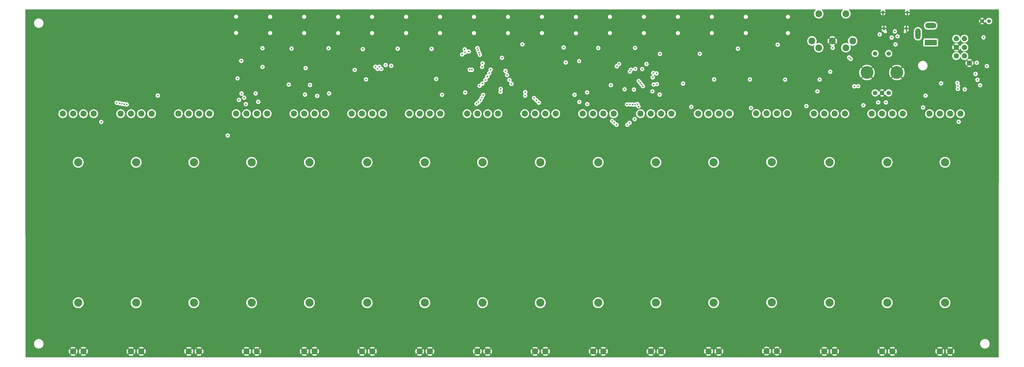
<source format=gbr>
%TF.GenerationSoftware,KiCad,Pcbnew,9.0.0*%
%TF.CreationDate,2025-04-26T10:59:41+02:00*%
%TF.ProjectId,Faderbay,46616465-7262-4617-992e-6b696361645f,rev?*%
%TF.SameCoordinates,Original*%
%TF.FileFunction,Copper,L2,Inr*%
%TF.FilePolarity,Positive*%
%FSLAX46Y46*%
G04 Gerber Fmt 4.6, Leading zero omitted, Abs format (unit mm)*
G04 Created by KiCad (PCBNEW 9.0.0) date 2025-04-26 10:59:41*
%MOMM*%
%LPD*%
G01*
G04 APERTURE LIST*
%TA.AperFunction,ComponentPad*%
%ADD10C,2.250000*%
%TD*%
%TA.AperFunction,ComponentPad*%
%ADD11C,3.000000*%
%TD*%
%TA.AperFunction,ComponentPad*%
%ADD12O,0.800000X1.400000*%
%TD*%
%TA.AperFunction,ComponentPad*%
%ADD13C,1.400000*%
%TD*%
%TA.AperFunction,WasherPad*%
%ADD14C,2.499360*%
%TD*%
%TA.AperFunction,ComponentPad*%
%ADD15C,2.499360*%
%TD*%
%TA.AperFunction,ComponentPad*%
%ADD16R,4.500000X2.000000*%
%TD*%
%TA.AperFunction,ComponentPad*%
%ADD17O,4.000000X2.000000*%
%TD*%
%TA.AperFunction,ComponentPad*%
%ADD18O,2.000000X4.000000*%
%TD*%
%TA.AperFunction,ComponentPad*%
%ADD19C,1.650000*%
%TD*%
%TA.AperFunction,ComponentPad*%
%ADD20C,4.708000*%
%TD*%
%TA.AperFunction,ComponentPad*%
%ADD21C,1.950000*%
%TD*%
%TA.AperFunction,ViaPad*%
%ADD22C,0.600000*%
%TD*%
%TA.AperFunction,ViaPad*%
%ADD23C,1.000000*%
%TD*%
G04 APERTURE END LIST*
D10*
%TO.N,VDDA*%
%TO.C,RV6*%
X-55150000Y26250000D03*
X-51350000Y26250000D03*
%TO.N,P5*%
X-58950000Y26250000D03*
X-47550000Y26250000D03*
%TO.N,GND*%
X-55150000Y-61250000D03*
X-51350000Y-61250000D03*
D11*
%TO.N,N/C*%
X-53250000Y8350000D03*
X-53250000Y-43350000D03*
%TD*%
D10*
%TO.N,VDDA*%
%TO.C,RV4*%
X-97650000Y26250000D03*
X-93850000Y26250000D03*
%TO.N,P3*%
X-101450000Y26250000D03*
X-90050000Y26250000D03*
%TO.N,GND*%
X-97650000Y-61250000D03*
X-93850000Y-61250000D03*
D11*
%TO.N,N/C*%
X-95750000Y8350000D03*
X-95750000Y-43350000D03*
%TD*%
D10*
%TO.N,VDDA*%
%TO.C,RV3*%
X-118900000Y26250000D03*
X-115100000Y26250000D03*
%TO.N,P2*%
X-122700000Y26250000D03*
X-111300000Y26250000D03*
%TO.N,GND*%
X-118900000Y-61250000D03*
X-115100000Y-61250000D03*
D11*
%TO.N,N/C*%
X-117000000Y8350000D03*
X-117000000Y-43350000D03*
%TD*%
D10*
%TO.N,VDDA*%
%TO.C,RV13*%
X93700000Y26350000D03*
X97500000Y26350000D03*
%TO.N,P12*%
X89900000Y26350000D03*
X101300000Y26350000D03*
%TO.N,GND*%
X93700000Y-61150000D03*
X97500000Y-61150000D03*
D11*
%TO.N,N/C*%
X95600000Y8450000D03*
X95600000Y-43250000D03*
%TD*%
D12*
%TO.N,GND*%
%TO.C,J2*%
X145500000Y63564000D03*
X145140000Y57614000D03*
X136880000Y57614000D03*
X136520000Y63564000D03*
%TD*%
D10*
%TO.N,VDDA*%
%TO.C,RV10*%
X29850000Y26250000D03*
X33650000Y26250000D03*
%TO.N,P9*%
X26050000Y26250000D03*
X37450000Y26250000D03*
%TO.N,GND*%
X29900000Y-61250000D03*
X33650000Y-61250000D03*
D11*
%TO.N,N/C*%
X31750000Y8350000D03*
X31750000Y-43350000D03*
%TD*%
D10*
%TO.N,VDDA*%
%TO.C,RV9*%
X8550000Y26250000D03*
X12350000Y26250000D03*
%TO.N,P8*%
X4750000Y26250000D03*
X16150000Y26250000D03*
%TO.N,GND*%
X8550000Y-61250000D03*
X12350000Y-61250000D03*
D11*
%TO.N,N/C*%
X10450000Y8350000D03*
X10450000Y-43350000D03*
%TD*%
D10*
%TO.N,VDDA*%
%TO.C,RV2*%
X-140150000Y26250000D03*
X-136350000Y26250000D03*
%TO.N,P1*%
X-143950000Y26250000D03*
X-132550000Y26250000D03*
%TO.N,GND*%
X-140150000Y-61250000D03*
X-136350000Y-61250000D03*
D11*
%TO.N,N/C*%
X-138250000Y8350000D03*
X-138250000Y-43350000D03*
%TD*%
D10*
%TO.N,VDDA*%
%TO.C,RV7*%
X-33950000Y26250000D03*
X-30150000Y26250000D03*
%TO.N,P6*%
X-37750000Y26250000D03*
X-26350000Y26250000D03*
%TO.N,GND*%
X-33950000Y-61250000D03*
X-30150000Y-61250000D03*
D11*
%TO.N,N/C*%
X-32050000Y8350000D03*
X-32050000Y-43350000D03*
%TD*%
D10*
%TO.N,VDDA*%
%TO.C,RV11*%
X51100000Y26250000D03*
X54900000Y26250000D03*
%TO.N,P10*%
X47300000Y26250000D03*
X58700000Y26250000D03*
%TO.N,GND*%
X51150000Y-61250000D03*
X54900000Y-61250000D03*
D11*
%TO.N,N/C*%
X53000000Y8350000D03*
X53000000Y-43350000D03*
%TD*%
D10*
%TO.N,VDDA*%
%TO.C,RV16*%
X157450000Y26250000D03*
X161250000Y26250000D03*
%TO.N,P15*%
X153650000Y26250000D03*
X165050000Y26250000D03*
%TO.N,GND*%
X157450000Y-61250000D03*
X161250000Y-61250000D03*
D11*
%TO.N,N/C*%
X159350000Y8350000D03*
X159350000Y-43350000D03*
%TD*%
D10*
%TO.N,VDDA*%
%TO.C,RV1*%
X-161450000Y26250000D03*
X-157650000Y26250000D03*
%TO.N,P0*%
X-165250000Y26250000D03*
X-153850000Y26250000D03*
%TO.N,GND*%
X-161450000Y-61250000D03*
X-157650000Y-61250000D03*
D11*
%TO.N,N/C*%
X-159550000Y8350000D03*
X-159550000Y-43350000D03*
%TD*%
D10*
%TO.N,VDDA*%
%TO.C,RV15*%
X136200000Y26250000D03*
X140000000Y26250000D03*
%TO.N,P14*%
X132400000Y26250000D03*
X143800000Y26250000D03*
%TO.N,GND*%
X136200000Y-61250000D03*
X140000000Y-61250000D03*
D11*
%TO.N,N/C*%
X138100000Y8350000D03*
X138100000Y-43350000D03*
%TD*%
D10*
%TO.N,VDDA*%
%TO.C,RV5*%
X-76400000Y26250000D03*
X-72600000Y26250000D03*
%TO.N,P4*%
X-80200000Y26250000D03*
X-68800000Y26250000D03*
%TO.N,GND*%
X-76400000Y-61250000D03*
X-72600000Y-61250000D03*
D11*
%TO.N,N/C*%
X-74500000Y8350000D03*
X-74500000Y-43350000D03*
%TD*%
D13*
%TO.N,GND*%
%TO.C,D1*%
X173024800Y60350400D03*
%TO.N,Net-(D1-A)*%
X175564800Y60350400D03*
%TD*%
D14*
%TO.N,*%
%TO.C,J14*%
X122901260Y63030100D03*
X112898740Y63030100D03*
D15*
%TO.N,unconnected-(J14-Pad1)*%
X110401920Y53035200D03*
%TO.N,GND*%
X117900000Y53032660D03*
%TO.N,unconnected-(J14-Pad3)*%
X125398080Y53035200D03*
%TO.N,MIDI_TRS_R*%
X112903820Y50533300D03*
%TO.N,MIDI_TRS_T*%
X122896180Y50533300D03*
%TD*%
D16*
%TO.N,Net-(S1-NO_1)*%
%TO.C,J1*%
X154100000Y52474000D03*
D17*
%TO.N,Net-(S1-NO_2)*%
X154100000Y58674000D03*
D18*
X149400000Y55674000D03*
%TD*%
D19*
%TO.N,ENC_CH1*%
%TO.C,SW3*%
X133644000Y33898000D03*
%TO.N,ENC_CH2*%
X138644000Y33898000D03*
%TO.N,GND*%
X136144000Y33898000D03*
%TO.N,unconnected-(SW3-DUMMY1-PadD1)*%
X133644000Y48398000D03*
%TO.N,unconnected-(SW3-DUMMY2-PadD2)*%
X138644000Y48398000D03*
D20*
%TO.N,GND*%
X130644000Y41398000D03*
X141644000Y41398000D03*
%TD*%
D10*
%TO.N,VDDA*%
%TO.C,RV14*%
X114950000Y26250000D03*
X118750000Y26250000D03*
%TO.N,P13*%
X111150000Y26250000D03*
X122550000Y26250000D03*
%TO.N,GND*%
X114950000Y-61250000D03*
X118750000Y-61250000D03*
D11*
%TO.N,N/C*%
X116850000Y8350000D03*
X116850000Y-43350000D03*
%TD*%
D21*
%TO.N,unconnected-(S1-NC_1-Pad1)*%
%TO.C,S1*%
X166500000Y53900000D03*
%TO.N,12V_In*%
X166500000Y50700000D03*
%TO.N,Net-(S1-NO_1)*%
X166500000Y47500000D03*
%TO.N,Net-(S1-NO_2)*%
X163500000Y47500000D03*
%TO.N,GND*%
X163500000Y50700000D03*
%TO.N,unconnected-(S1-NC_2-Pad6)*%
X163500000Y53900000D03*
%TO.N,GND*%
X168350000Y44900000D03*
%TD*%
D10*
%TO.N,VDDA*%
%TO.C,RV12*%
X72350000Y26250000D03*
X76150000Y26250000D03*
%TO.N,P11*%
X68550000Y26250000D03*
X79950000Y26250000D03*
%TO.N,GND*%
X72350000Y-61250000D03*
X76150000Y-61250000D03*
D11*
%TO.N,N/C*%
X74250000Y8350000D03*
X74250000Y-43350000D03*
%TD*%
D10*
%TO.N,VDDA*%
%TO.C,RV8*%
X-12700000Y26250000D03*
X-8900000Y26250000D03*
%TO.N,P7*%
X-16500000Y26250000D03*
X-5100000Y26250000D03*
%TO.N,GND*%
X-12700000Y-61250000D03*
X-8900000Y-61250000D03*
D11*
%TO.N,N/C*%
X-10800000Y8350000D03*
X-10800000Y-43350000D03*
%TD*%
D22*
%TO.N,+5V*%
X172262800Y36728400D03*
X141173200Y51765200D03*
X164084000Y35356800D03*
X117144800Y41706800D03*
%TO.N,P6*%
X-11074400Y32207200D03*
%TO.N,P5*%
X-7823200Y42468800D03*
X-74269600Y36830000D03*
X-71628000Y32806400D03*
%TO.N,P4*%
X-8331200Y41163000D03*
%TO.N,P2*%
X-93319600Y30632400D03*
X-9753600Y38658800D03*
%TO.N,P1*%
X-10820400Y37353000D03*
X-100431600Y31343600D03*
%TO.N,P3*%
X-9042400Y39928800D03*
X-97898997Y29761403D03*
%TO.N,P15*%
X8178800Y32004000D03*
X-10581386Y33157040D03*
X151282400Y28549600D03*
%TO.N,P0*%
X-98501200Y32156400D03*
X-11887200Y36525200D03*
%TO.N,P8*%
X-2359780Y41988620D03*
X-50190400Y43535600D03*
%TO.N,P9*%
X-49418000Y42773600D03*
X-1737600Y40474059D03*
%TO.N,P10*%
X-48768000Y43535600D03*
X-914400Y38658800D03*
%TO.N,P11*%
X46583600Y28916000D03*
X-152400Y37236400D03*
X-48056800Y42722800D03*
X66033000Y28767000D03*
%TO.N,P12*%
X-13004800Y29910800D03*
X87985600Y28346400D03*
X24841200Y30581600D03*
%TO.N,P13*%
X108349400Y29050600D03*
X-12293600Y30480000D03*
X9906000Y30327600D03*
%TO.N,P14*%
X9042400Y31191200D03*
X-11582400Y31242000D03*
X129336800Y29362400D03*
%TO.N,ENC_CH2*%
X127406400Y36372800D03*
X43434000Y41757600D03*
%TO.N,ENC_CH1*%
X43813281Y42461979D03*
X125984000Y36311600D03*
%TO.N,+3.3V*%
X62992000Y37338000D03*
X19812000Y45092900D03*
X27686000Y34086800D03*
X38608000Y43688000D03*
X39420800Y44551600D03*
X113233200Y38811200D03*
X-10972800Y43484800D03*
X-44399200Y43891200D03*
X-130302000Y32918400D03*
X134772400Y30427200D03*
X152196800Y32893000D03*
X137617200Y30429200D03*
X100533200Y38811200D03*
X41446000Y35255200D03*
X-99568000Y45720000D03*
X87579200Y38862000D03*
X49530000Y44551600D03*
X74422000Y38862000D03*
%TO.N,USB_VBUS*%
X141884400Y54729600D03*
X51816000Y39624000D03*
X139750800Y54272400D03*
%TO.N,Net-(J2-CC1)*%
X140919200Y56553998D03*
X135331200Y55440800D03*
%TO.N,Net-(R17-Pad2)*%
X-81076800Y50241200D03*
X-94284800Y33731200D03*
%TO.N,Net-(R18-Pad2)*%
X-91744800Y43484800D03*
X-67450200Y50342800D03*
%TO.N,Net-(R19-Pad2)*%
X-54864000Y50038000D03*
X-75895200Y43027600D03*
%TO.N,Net-(R20-Pad2)*%
X-42011600Y50190400D03*
X-76149200Y33274000D03*
%TO.N,Net-(R22-Pad2)*%
X-99466400Y33680400D03*
X-91744800Y50342800D03*
%TO.N,Net-(R53-Pad2)*%
X-11785600Y47955200D03*
X69138800Y48310800D03*
X-14693997Y42418000D03*
X-17170400Y34036000D03*
%TO.N,Net-(R52-Pad2)*%
X-25704800Y33223200D03*
X54457600Y48260000D03*
X-12095424Y48717200D03*
X-15494000Y42418000D03*
%TO.N,Net-(R51-Pad2)*%
X45313600Y50495200D03*
X-12700000Y50393600D03*
%TO.N,Net-(R54-Pad2)*%
X-12446000Y49631600D03*
X83159600Y50190400D03*
%TO.N,Net-(R35-Pad2)*%
X31800800Y50444400D03*
X-17221200Y48869600D03*
%TO.N,+12V*%
X163931600Y37592000D03*
X166624000Y35204400D03*
X-53670200Y38887400D03*
X-27852200Y39014400D03*
X173532800Y54356000D03*
X171043600Y45008800D03*
X157937200Y37410000D03*
X170586400Y40894000D03*
X-151079200Y23215600D03*
X-100965000Y39243000D03*
X-104546400Y18237200D03*
X-82092800Y36982400D03*
%TO.N,Net-(U2-FB)*%
X174752000Y43789600D03*
X171297600Y38709600D03*
%TO.N,Net-(R36-Pad2)*%
X-67259200Y33731200D03*
X-29565600Y50139600D03*
%TO.N,UART_TX*%
X51714400Y34493200D03*
X112420400Y34493200D03*
%TO.N,MIDI_TRS_T*%
X97790000Y51663600D03*
X118059200Y50495200D03*
%TO.N,Net-(U3-SW)*%
X164388800Y23266400D03*
X164134800Y36474400D03*
%TO.N,USB_D+*%
X52019200Y41262000D03*
X124642374Y46401226D03*
%TO.N,USB_D-*%
X53187600Y41087802D03*
X124074426Y46969174D03*
%TO.N,Net-(R37-Pad2)*%
X-57833380Y42390180D03*
X-17373600Y49936400D03*
%TO.N,Net-(R38-Pad2)*%
X-46454180Y44168180D03*
X-10769600Y44805600D03*
%TO.N,Net-(R39-Pad2)*%
X-15849600Y49174400D03*
X3860800Y51775600D03*
%TO.N,Net-(R40-Pad2)*%
X19050000Y50647600D03*
X-18328400Y48056800D03*
%TO.N,VDDA*%
X36423600Y36762000D03*
X27736800Y29768800D03*
X23063200Y33212800D03*
%TO.N,MUX_S1*%
X-4165600Y34290000D03*
X47194608Y37652368D03*
%TO.N,MUX_S3*%
X48209200Y36372800D03*
X4876800Y32918400D03*
%TO.N,ADC_BUFF*%
X-3606800Y46837600D03*
X24765000Y45593000D03*
%TO.N,GND*%
X-102870000Y38354000D03*
X-55575200Y37998400D03*
X19761200Y47091600D03*
X34711000Y42976800D03*
X56184800Y44399200D03*
X-87376000Y40894000D03*
X162255200Y39878000D03*
D23*
X64820800Y58115200D03*
D22*
X-19035800Y38100000D03*
X36372800Y38201600D03*
D23*
X14833600Y58064400D03*
D22*
X-44780200Y37998400D03*
X92303600Y46954000D03*
X63703200Y33528000D03*
X-149682200Y29184600D03*
X-140716000Y30937200D03*
X40944800Y47294800D03*
X66040000Y46990000D03*
X104902000Y47015400D03*
X-58750200Y40538400D03*
X-58750200Y35458400D03*
D23*
X-60147200Y58064400D03*
D22*
X-79658293Y38049775D03*
X-69215000Y38100000D03*
D23*
X-35204400Y58064400D03*
D22*
X-8128000Y32867600D03*
D23*
X39827200Y58064400D03*
D22*
X30429200Y43180000D03*
D23*
X-97637600Y58064400D03*
D22*
X171145200Y46939200D03*
X159512000Y33223200D03*
D23*
X-72644000Y58115200D03*
D22*
X163017200Y36460000D03*
X169621200Y37592000D03*
D23*
X27330400Y58064400D03*
D22*
X-150926800Y32918400D03*
X-64008000Y40767000D03*
X26212800Y38811200D03*
X-87364759Y35610237D03*
X122580400Y37495000D03*
D23*
X-22606000Y58064400D03*
D22*
X-92456000Y38354000D03*
X-39319200Y40665400D03*
X137414000Y55034400D03*
D23*
X-47599600Y58064400D03*
D22*
X177749200Y49276000D03*
X4927600Y35433000D03*
X-32904200Y40640000D03*
X152196800Y34671000D03*
X7416800Y47019000D03*
X-106045000Y35687000D03*
X-82550000Y35433000D03*
X-13905000Y35560000D03*
D23*
X-85140800Y58064400D03*
D22*
X-64008000Y35306000D03*
X-137363200Y33121600D03*
X-39319200Y35458400D03*
X-13905000Y40690800D03*
X-29983200Y38100000D03*
X-147269200Y29464000D03*
X79248000Y46954000D03*
D23*
X77317600Y58064400D03*
X-10160000Y58064400D03*
D22*
X-143510000Y31496000D03*
X-106045000Y41148000D03*
X33578800Y38455600D03*
X-82550000Y40767000D03*
D23*
X2387600Y58064400D03*
D22*
X-32904200Y35560000D03*
X38049200Y33477200D03*
D23*
X89814400Y58064400D03*
X52324000Y58064400D03*
D22*
%TO.N,MUX_S0*%
X46681855Y38266444D03*
X-4114800Y35407600D03*
%TO.N,MUX_S2*%
X4927600Y34188400D03*
X47701200Y37033200D03*
%TO.N,OLED_RESx*%
X44399200Y29616400D03*
X37642800Y22860000D03*
X43281600Y22860000D03*
X-142595600Y29768800D03*
%TO.N,SPI_SCK*%
X-144294467Y30078093D03*
X42367200Y29667200D03*
%TO.N,SWCLK*%
X47955200Y42672000D03*
X53340000Y37134800D03*
%TO.N,OLED_CSx*%
X36880800Y23571200D03*
X-141732000Y29667200D03*
X45161200Y24231600D03*
X46177200Y29768800D03*
%TO.N,NRST*%
X44907200Y35153600D03*
X54356000Y33274000D03*
%TO.N,SPI_MOSI*%
X43434000Y29667200D03*
X-145390680Y30277880D03*
%TO.N,SWO*%
X52171600Y36982400D03*
X45425167Y42765792D03*
%TO.N,OLED_DC*%
X42468800Y22148800D03*
X-143510000Y29921200D03*
X38506400Y22148800D03*
X45364400Y29616400D03*
%TD*%
%TA.AperFunction,Conductor*%
%TO.N,GND*%
G36*
X111770784Y64579815D02*
G01*
X111816539Y64527011D01*
X111826483Y64457853D01*
X111797458Y64394297D01*
X111779231Y64377124D01*
X111742291Y64348779D01*
X111742284Y64348773D01*
X111580066Y64186555D01*
X111580060Y64186548D01*
X111440395Y64004533D01*
X111325685Y63805849D01*
X111325681Y63805839D01*
X111237886Y63593884D01*
X111178505Y63372272D01*
X111148561Y63144822D01*
X111148560Y63144806D01*
X111148560Y62915393D01*
X111148561Y62915377D01*
X111178505Y62687927D01*
X111237886Y62466315D01*
X111325681Y62254360D01*
X111325685Y62254350D01*
X111440395Y62055666D01*
X111580060Y61873651D01*
X111580066Y61873644D01*
X111742284Y61711426D01*
X111742291Y61711420D01*
X111924306Y61571755D01*
X112122990Y61457045D01*
X112123000Y61457041D01*
X112334955Y61369246D01*
X112556567Y61309865D01*
X112784017Y61279921D01*
X112784021Y61279920D01*
X112784027Y61279920D01*
X112784034Y61279920D01*
X113013446Y61279920D01*
X113013453Y61279920D01*
X113013459Y61279920D01*
X113013462Y61279921D01*
X113240912Y61309865D01*
X113372228Y61345051D01*
X113462524Y61369246D01*
X113598535Y61425584D01*
X113674479Y61457041D01*
X113674489Y61457045D01*
X113873173Y61571755D01*
X114055188Y61711420D01*
X114055195Y61711426D01*
X114217413Y61873644D01*
X114217419Y61873651D01*
X114357084Y62055666D01*
X114471794Y62254350D01*
X114471798Y62254360D01*
X114559594Y62466316D01*
X114618974Y62687924D01*
X114648920Y62915387D01*
X114648920Y63144813D01*
X114618974Y63372276D01*
X114559594Y63593884D01*
X114471796Y63805846D01*
X114357084Y64004534D01*
X114217418Y64186550D01*
X114055190Y64348778D01*
X114018249Y64377124D01*
X113977046Y64433551D01*
X113972891Y64503297D01*
X114007103Y64564218D01*
X114068820Y64596971D01*
X114093735Y64599500D01*
X121706265Y64599500D01*
X121773304Y64579815D01*
X121819059Y64527011D01*
X121829003Y64457853D01*
X121799978Y64394297D01*
X121781751Y64377124D01*
X121744811Y64348779D01*
X121744804Y64348773D01*
X121582586Y64186555D01*
X121582580Y64186548D01*
X121442915Y64004533D01*
X121328205Y63805849D01*
X121328201Y63805839D01*
X121240406Y63593884D01*
X121181025Y63372272D01*
X121151081Y63144822D01*
X121151080Y63144806D01*
X121151080Y62915393D01*
X121151081Y62915377D01*
X121181025Y62687927D01*
X121240406Y62466315D01*
X121328201Y62254360D01*
X121328205Y62254350D01*
X121442915Y62055666D01*
X121582580Y61873651D01*
X121582586Y61873644D01*
X121744804Y61711426D01*
X121744811Y61711420D01*
X121926826Y61571755D01*
X122125510Y61457045D01*
X122125520Y61457041D01*
X122337475Y61369246D01*
X122559087Y61309865D01*
X122786537Y61279921D01*
X122786541Y61279920D01*
X122786547Y61279920D01*
X122786554Y61279920D01*
X123015966Y61279920D01*
X123015973Y61279920D01*
X123015979Y61279920D01*
X123015982Y61279921D01*
X123243432Y61309865D01*
X123374748Y61345051D01*
X123465044Y61369246D01*
X123601055Y61425584D01*
X123601056Y61425584D01*
X123676994Y61457038D01*
X123677009Y61457045D01*
X123875693Y61571755D01*
X124057708Y61711420D01*
X124057715Y61711426D01*
X124219933Y61873644D01*
X124219939Y61873651D01*
X124359604Y62055666D01*
X124474314Y62254350D01*
X124474318Y62254360D01*
X124562114Y62466316D01*
X124621494Y62687924D01*
X124651440Y62915387D01*
X124651440Y63144813D01*
X124621494Y63372276D01*
X124562114Y63593884D01*
X124474316Y63805846D01*
X124359604Y64004534D01*
X124219938Y64186550D01*
X124057710Y64348778D01*
X124020769Y64377124D01*
X123979566Y64433551D01*
X123975411Y64503297D01*
X124009623Y64564218D01*
X124071340Y64596971D01*
X124096255Y64599500D01*
X135697036Y64599500D01*
X135764075Y64579815D01*
X135809830Y64527011D01*
X135819774Y64457853D01*
X135800138Y64406609D01*
X135722433Y64290316D01*
X135722428Y64290307D01*
X135654586Y64126520D01*
X135654584Y64126512D01*
X135620000Y63952646D01*
X135620000Y63814000D01*
X136270000Y63814000D01*
X136270000Y63314000D01*
X135620000Y63314000D01*
X135620000Y63175353D01*
X135654584Y63001487D01*
X135654586Y63001479D01*
X135722428Y62837692D01*
X135722433Y62837683D01*
X135820923Y62690283D01*
X135820926Y62690279D01*
X135946279Y62564926D01*
X135946283Y62564923D01*
X136093683Y62466433D01*
X136093692Y62466428D01*
X136257480Y62398585D01*
X136269999Y62396094D01*
X136270000Y62396095D01*
X136270000Y63214272D01*
X136308060Y63122386D01*
X136378386Y63052060D01*
X136470272Y63014000D01*
X136569728Y63014000D01*
X136661614Y63052060D01*
X136731940Y63122386D01*
X136770000Y63214272D01*
X136770000Y62396094D01*
X136782519Y62398585D01*
X136946307Y62466428D01*
X136946316Y62466433D01*
X137093716Y62564923D01*
X137093720Y62564926D01*
X137219073Y62690279D01*
X137219076Y62690283D01*
X137317566Y62837683D01*
X137317571Y62837692D01*
X137385413Y63001479D01*
X137385415Y63001487D01*
X137419999Y63175353D01*
X137420000Y63175357D01*
X137420000Y63314000D01*
X136770000Y63314000D01*
X136770000Y63814000D01*
X137420000Y63814000D01*
X137420000Y63952643D01*
X137419999Y63952646D01*
X137385415Y64126512D01*
X137385413Y64126520D01*
X137317571Y64290307D01*
X137317566Y64290316D01*
X137239862Y64406609D01*
X137218984Y64473287D01*
X137237469Y64540667D01*
X137289447Y64587357D01*
X137342964Y64599500D01*
X144677036Y64599500D01*
X144744075Y64579815D01*
X144789830Y64527011D01*
X144799774Y64457853D01*
X144780138Y64406609D01*
X144702433Y64290316D01*
X144702428Y64290307D01*
X144634586Y64126520D01*
X144634584Y64126512D01*
X144600000Y63952646D01*
X144600000Y63814000D01*
X145250000Y63814000D01*
X145250000Y63314000D01*
X144600000Y63314000D01*
X144600000Y63175353D01*
X144634584Y63001487D01*
X144634586Y63001479D01*
X144702428Y62837692D01*
X144702433Y62837683D01*
X144800923Y62690283D01*
X144800926Y62690279D01*
X144926279Y62564926D01*
X144926283Y62564923D01*
X145073683Y62466433D01*
X145073692Y62466428D01*
X145237480Y62398585D01*
X145249999Y62396094D01*
X145250000Y62396095D01*
X145250000Y63214272D01*
X145288060Y63122386D01*
X145358386Y63052060D01*
X145450272Y63014000D01*
X145549728Y63014000D01*
X145641614Y63052060D01*
X145711940Y63122386D01*
X145750000Y63214272D01*
X145750000Y62396094D01*
X145762519Y62398585D01*
X145926307Y62466428D01*
X145926316Y62466433D01*
X146073716Y62564923D01*
X146073720Y62564926D01*
X146199073Y62690279D01*
X146199076Y62690283D01*
X146297566Y62837683D01*
X146297571Y62837692D01*
X146365413Y63001479D01*
X146365415Y63001487D01*
X146399999Y63175353D01*
X146400000Y63175357D01*
X146400000Y63314000D01*
X145750000Y63314000D01*
X145750000Y63814000D01*
X146400000Y63814000D01*
X146400000Y63952643D01*
X146399999Y63952646D01*
X146365415Y64126512D01*
X146365413Y64126520D01*
X146297571Y64290307D01*
X146297566Y64290316D01*
X146219862Y64406609D01*
X146198984Y64473287D01*
X146217469Y64540667D01*
X146269447Y64587357D01*
X146322964Y64599500D01*
X179072457Y64599500D01*
X179139496Y64579815D01*
X179185251Y64527011D01*
X179196457Y64475377D01*
X179070122Y-63376123D01*
X179050371Y-63443143D01*
X178997522Y-63488845D01*
X178946122Y-63500000D01*
X-178819124Y-63500000D01*
X-178886163Y-63480315D01*
X-178931918Y-63427511D01*
X-178943124Y-63376124D01*
X-178943764Y-62734986D01*
X-178945374Y-61122110D01*
X-163075000Y-61122110D01*
X-163075000Y-61377889D01*
X-163034986Y-61630523D01*
X-162955948Y-61873781D01*
X-162955947Y-61873784D01*
X-162839825Y-62101685D01*
X-162762148Y-62208595D01*
X-162762148Y-62208596D01*
X-162127577Y-61574025D01*
X-162114641Y-61605258D01*
X-162032563Y-61728097D01*
X-161928097Y-61832563D01*
X-161805258Y-61914641D01*
X-161774025Y-61927578D01*
X-162408596Y-62562148D01*
X-162301685Y-62639825D01*
X-162073784Y-62755947D01*
X-162073781Y-62755948D01*
X-161830523Y-62834986D01*
X-161577889Y-62875000D01*
X-161322111Y-62875000D01*
X-161069476Y-62834986D01*
X-160826218Y-62755948D01*
X-160826215Y-62755947D01*
X-160598313Y-62639824D01*
X-160491403Y-62562148D01*
X-160491402Y-62562148D01*
X-161125974Y-61927577D01*
X-161094742Y-61914641D01*
X-160971903Y-61832563D01*
X-160867437Y-61728097D01*
X-160785359Y-61605258D01*
X-160772421Y-61574024D01*
X-160137850Y-62208596D01*
X-160137850Y-62208595D01*
X-160060175Y-62101686D01*
X-159944052Y-61873784D01*
X-159944051Y-61873781D01*
X-159865013Y-61630523D01*
X-159825000Y-61377889D01*
X-159825000Y-61122110D01*
X-159275000Y-61122110D01*
X-159275000Y-61377889D01*
X-159234986Y-61630523D01*
X-159155948Y-61873781D01*
X-159155947Y-61873784D01*
X-159039825Y-62101685D01*
X-158962148Y-62208595D01*
X-158962148Y-62208596D01*
X-158327577Y-61574025D01*
X-158314641Y-61605258D01*
X-158232563Y-61728097D01*
X-158128097Y-61832563D01*
X-158005258Y-61914641D01*
X-157974025Y-61927578D01*
X-158608596Y-62562148D01*
X-158501685Y-62639825D01*
X-158273784Y-62755947D01*
X-158273781Y-62755948D01*
X-158030523Y-62834986D01*
X-157777889Y-62875000D01*
X-157522111Y-62875000D01*
X-157269476Y-62834986D01*
X-157026218Y-62755948D01*
X-157026215Y-62755947D01*
X-156798313Y-62639824D01*
X-156691403Y-62562148D01*
X-156691402Y-62562148D01*
X-157325974Y-61927577D01*
X-157294742Y-61914641D01*
X-157171903Y-61832563D01*
X-157067437Y-61728097D01*
X-156985359Y-61605258D01*
X-156972421Y-61574024D01*
X-156337850Y-62208596D01*
X-156337850Y-62208595D01*
X-156260175Y-62101686D01*
X-156144052Y-61873784D01*
X-156144051Y-61873781D01*
X-156065013Y-61630523D01*
X-156025000Y-61377889D01*
X-156025000Y-61122110D01*
X-141775000Y-61122110D01*
X-141775000Y-61377889D01*
X-141734986Y-61630523D01*
X-141655948Y-61873781D01*
X-141655947Y-61873784D01*
X-141539825Y-62101685D01*
X-141462148Y-62208595D01*
X-141462148Y-62208596D01*
X-140827577Y-61574025D01*
X-140814641Y-61605258D01*
X-140732563Y-61728097D01*
X-140628097Y-61832563D01*
X-140505258Y-61914641D01*
X-140474025Y-61927578D01*
X-141108596Y-62562148D01*
X-141001685Y-62639825D01*
X-140773784Y-62755947D01*
X-140773781Y-62755948D01*
X-140530523Y-62834986D01*
X-140277889Y-62875000D01*
X-140022111Y-62875000D01*
X-139769476Y-62834986D01*
X-139526218Y-62755948D01*
X-139526215Y-62755947D01*
X-139298313Y-62639824D01*
X-139191403Y-62562148D01*
X-139191402Y-62562148D01*
X-139825974Y-61927577D01*
X-139794742Y-61914641D01*
X-139671903Y-61832563D01*
X-139567437Y-61728097D01*
X-139485359Y-61605258D01*
X-139472421Y-61574024D01*
X-138837850Y-62208596D01*
X-138837850Y-62208595D01*
X-138760175Y-62101686D01*
X-138644052Y-61873784D01*
X-138644051Y-61873781D01*
X-138565013Y-61630523D01*
X-138525000Y-61377889D01*
X-138525000Y-61122110D01*
X-137975000Y-61122110D01*
X-137975000Y-61377889D01*
X-137934986Y-61630523D01*
X-137855948Y-61873781D01*
X-137855947Y-61873784D01*
X-137739825Y-62101685D01*
X-137662148Y-62208595D01*
X-137662148Y-62208596D01*
X-137027577Y-61574025D01*
X-137014641Y-61605258D01*
X-136932563Y-61728097D01*
X-136828097Y-61832563D01*
X-136705258Y-61914641D01*
X-136674025Y-61927578D01*
X-137308596Y-62562148D01*
X-137201685Y-62639825D01*
X-136973784Y-62755947D01*
X-136973781Y-62755948D01*
X-136730523Y-62834986D01*
X-136477889Y-62875000D01*
X-136222111Y-62875000D01*
X-135969476Y-62834986D01*
X-135726218Y-62755948D01*
X-135726215Y-62755947D01*
X-135498313Y-62639824D01*
X-135391403Y-62562148D01*
X-135391402Y-62562148D01*
X-136025974Y-61927577D01*
X-135994742Y-61914641D01*
X-135871903Y-61832563D01*
X-135767437Y-61728097D01*
X-135685359Y-61605258D01*
X-135672421Y-61574024D01*
X-135037850Y-62208596D01*
X-135037850Y-62208595D01*
X-134960175Y-62101686D01*
X-134844052Y-61873784D01*
X-134844051Y-61873781D01*
X-134765013Y-61630523D01*
X-134725000Y-61377889D01*
X-134725000Y-61122110D01*
X-120525000Y-61122110D01*
X-120525000Y-61377889D01*
X-120484986Y-61630523D01*
X-120405948Y-61873781D01*
X-120405947Y-61873784D01*
X-120289825Y-62101685D01*
X-120212148Y-62208595D01*
X-120212148Y-62208596D01*
X-119577577Y-61574025D01*
X-119564641Y-61605258D01*
X-119482563Y-61728097D01*
X-119378097Y-61832563D01*
X-119255258Y-61914641D01*
X-119224025Y-61927578D01*
X-119858596Y-62562148D01*
X-119751685Y-62639825D01*
X-119523784Y-62755947D01*
X-119523781Y-62755948D01*
X-119280523Y-62834986D01*
X-119027889Y-62875000D01*
X-118772111Y-62875000D01*
X-118519476Y-62834986D01*
X-118276218Y-62755948D01*
X-118276215Y-62755947D01*
X-118048313Y-62639824D01*
X-117941403Y-62562148D01*
X-117941402Y-62562148D01*
X-118575974Y-61927577D01*
X-118544742Y-61914641D01*
X-118421903Y-61832563D01*
X-118317437Y-61728097D01*
X-118235359Y-61605258D01*
X-118222421Y-61574024D01*
X-117587850Y-62208596D01*
X-117587850Y-62208595D01*
X-117510175Y-62101686D01*
X-117394052Y-61873784D01*
X-117394051Y-61873781D01*
X-117315013Y-61630523D01*
X-117275000Y-61377889D01*
X-117275000Y-61122110D01*
X-116725000Y-61122110D01*
X-116725000Y-61377889D01*
X-116684986Y-61630523D01*
X-116605948Y-61873781D01*
X-116605947Y-61873784D01*
X-116489825Y-62101685D01*
X-116412148Y-62208595D01*
X-116412148Y-62208596D01*
X-115777577Y-61574025D01*
X-115764641Y-61605258D01*
X-115682563Y-61728097D01*
X-115578097Y-61832563D01*
X-115455258Y-61914641D01*
X-115424025Y-61927578D01*
X-116058596Y-62562148D01*
X-115951685Y-62639825D01*
X-115723784Y-62755947D01*
X-115723781Y-62755948D01*
X-115480523Y-62834986D01*
X-115227889Y-62875000D01*
X-114972111Y-62875000D01*
X-114719476Y-62834986D01*
X-114476218Y-62755948D01*
X-114476215Y-62755947D01*
X-114248313Y-62639824D01*
X-114141403Y-62562148D01*
X-114141402Y-62562148D01*
X-114775974Y-61927577D01*
X-114744742Y-61914641D01*
X-114621903Y-61832563D01*
X-114517437Y-61728097D01*
X-114435359Y-61605258D01*
X-114422421Y-61574024D01*
X-113787850Y-62208596D01*
X-113787850Y-62208595D01*
X-113710175Y-62101686D01*
X-113594052Y-61873784D01*
X-113594051Y-61873781D01*
X-113515013Y-61630523D01*
X-113475000Y-61377889D01*
X-113475000Y-61122110D01*
X-99275000Y-61122110D01*
X-99275000Y-61377889D01*
X-99234986Y-61630523D01*
X-99155948Y-61873781D01*
X-99155947Y-61873784D01*
X-99039825Y-62101685D01*
X-98962148Y-62208595D01*
X-98962148Y-62208596D01*
X-98327577Y-61574025D01*
X-98314641Y-61605258D01*
X-98232563Y-61728097D01*
X-98128097Y-61832563D01*
X-98005258Y-61914641D01*
X-97974025Y-61927578D01*
X-98608596Y-62562148D01*
X-98501685Y-62639825D01*
X-98273784Y-62755947D01*
X-98273781Y-62755948D01*
X-98030523Y-62834986D01*
X-97777889Y-62875000D01*
X-97522111Y-62875000D01*
X-97269476Y-62834986D01*
X-97026218Y-62755948D01*
X-97026215Y-62755947D01*
X-96798313Y-62639824D01*
X-96691403Y-62562148D01*
X-96691402Y-62562148D01*
X-97325974Y-61927577D01*
X-97294742Y-61914641D01*
X-97171903Y-61832563D01*
X-97067437Y-61728097D01*
X-96985359Y-61605258D01*
X-96972421Y-61574024D01*
X-96337850Y-62208596D01*
X-96337850Y-62208595D01*
X-96260175Y-62101686D01*
X-96144052Y-61873784D01*
X-96144051Y-61873781D01*
X-96065013Y-61630523D01*
X-96025000Y-61377889D01*
X-96025000Y-61122110D01*
X-95475000Y-61122110D01*
X-95475000Y-61377889D01*
X-95434986Y-61630523D01*
X-95355948Y-61873781D01*
X-95355947Y-61873784D01*
X-95239825Y-62101685D01*
X-95162148Y-62208595D01*
X-95162148Y-62208596D01*
X-94527577Y-61574025D01*
X-94514641Y-61605258D01*
X-94432563Y-61728097D01*
X-94328097Y-61832563D01*
X-94205258Y-61914641D01*
X-94174025Y-61927578D01*
X-94808596Y-62562148D01*
X-94701685Y-62639825D01*
X-94473784Y-62755947D01*
X-94473781Y-62755948D01*
X-94230523Y-62834986D01*
X-93977889Y-62875000D01*
X-93722111Y-62875000D01*
X-93469476Y-62834986D01*
X-93226218Y-62755948D01*
X-93226215Y-62755947D01*
X-92998313Y-62639824D01*
X-92891403Y-62562148D01*
X-92891402Y-62562148D01*
X-93525974Y-61927577D01*
X-93494742Y-61914641D01*
X-93371903Y-61832563D01*
X-93267437Y-61728097D01*
X-93185359Y-61605258D01*
X-93172421Y-61574024D01*
X-92537850Y-62208596D01*
X-92537850Y-62208595D01*
X-92460175Y-62101686D01*
X-92344052Y-61873784D01*
X-92344051Y-61873781D01*
X-92265013Y-61630523D01*
X-92225000Y-61377889D01*
X-92225000Y-61122110D01*
X-78025000Y-61122110D01*
X-78025000Y-61377889D01*
X-77984986Y-61630523D01*
X-77905948Y-61873781D01*
X-77905947Y-61873784D01*
X-77789825Y-62101685D01*
X-77712148Y-62208595D01*
X-77712148Y-62208596D01*
X-77077577Y-61574025D01*
X-77064641Y-61605258D01*
X-76982563Y-61728097D01*
X-76878097Y-61832563D01*
X-76755258Y-61914641D01*
X-76724025Y-61927578D01*
X-77358596Y-62562148D01*
X-77251685Y-62639825D01*
X-77023784Y-62755947D01*
X-77023781Y-62755948D01*
X-76780523Y-62834986D01*
X-76527889Y-62875000D01*
X-76272111Y-62875000D01*
X-76019476Y-62834986D01*
X-75776218Y-62755948D01*
X-75776215Y-62755947D01*
X-75548313Y-62639824D01*
X-75441403Y-62562148D01*
X-75441402Y-62562148D01*
X-76075974Y-61927577D01*
X-76044742Y-61914641D01*
X-75921903Y-61832563D01*
X-75817437Y-61728097D01*
X-75735359Y-61605258D01*
X-75722421Y-61574024D01*
X-75087850Y-62208596D01*
X-75087850Y-62208595D01*
X-75010175Y-62101686D01*
X-74894052Y-61873784D01*
X-74894051Y-61873781D01*
X-74815013Y-61630523D01*
X-74775000Y-61377889D01*
X-74775000Y-61122110D01*
X-74225000Y-61122110D01*
X-74225000Y-61377889D01*
X-74184986Y-61630523D01*
X-74105948Y-61873781D01*
X-74105947Y-61873784D01*
X-73989825Y-62101685D01*
X-73912148Y-62208595D01*
X-73912148Y-62208596D01*
X-73277578Y-61574025D01*
X-73264641Y-61605258D01*
X-73182563Y-61728097D01*
X-73078097Y-61832563D01*
X-72955258Y-61914641D01*
X-72924025Y-61927578D01*
X-73558596Y-62562148D01*
X-73451685Y-62639825D01*
X-73223784Y-62755947D01*
X-73223781Y-62755948D01*
X-72980523Y-62834986D01*
X-72727889Y-62875000D01*
X-72472111Y-62875000D01*
X-72219476Y-62834986D01*
X-71976218Y-62755948D01*
X-71976215Y-62755947D01*
X-71748313Y-62639824D01*
X-71641403Y-62562148D01*
X-71641402Y-62562148D01*
X-72275974Y-61927577D01*
X-72244742Y-61914641D01*
X-72121903Y-61832563D01*
X-72017437Y-61728097D01*
X-71935359Y-61605258D01*
X-71922421Y-61574024D01*
X-71287850Y-62208596D01*
X-71287850Y-62208595D01*
X-71210175Y-62101686D01*
X-71094052Y-61873784D01*
X-71094051Y-61873781D01*
X-71015013Y-61630523D01*
X-70975000Y-61377889D01*
X-70975000Y-61122110D01*
X-56775000Y-61122110D01*
X-56775000Y-61377889D01*
X-56734986Y-61630523D01*
X-56655948Y-61873781D01*
X-56655947Y-61873784D01*
X-56539825Y-62101685D01*
X-56462148Y-62208595D01*
X-56462148Y-62208596D01*
X-55827577Y-61574025D01*
X-55814641Y-61605258D01*
X-55732563Y-61728097D01*
X-55628097Y-61832563D01*
X-55505258Y-61914641D01*
X-55474025Y-61927578D01*
X-56108596Y-62562148D01*
X-56001685Y-62639825D01*
X-55773784Y-62755947D01*
X-55773781Y-62755948D01*
X-55530523Y-62834986D01*
X-55277889Y-62875000D01*
X-55022111Y-62875000D01*
X-54769476Y-62834986D01*
X-54526218Y-62755948D01*
X-54526215Y-62755947D01*
X-54298313Y-62639824D01*
X-54191403Y-62562148D01*
X-54191402Y-62562148D01*
X-54825974Y-61927577D01*
X-54794742Y-61914641D01*
X-54671903Y-61832563D01*
X-54567437Y-61728097D01*
X-54485359Y-61605258D01*
X-54472421Y-61574024D01*
X-53837850Y-62208596D01*
X-53837850Y-62208595D01*
X-53760175Y-62101686D01*
X-53644052Y-61873784D01*
X-53644051Y-61873781D01*
X-53565013Y-61630523D01*
X-53525000Y-61377889D01*
X-53525000Y-61122110D01*
X-52975000Y-61122110D01*
X-52975000Y-61377889D01*
X-52934986Y-61630523D01*
X-52855948Y-61873781D01*
X-52855947Y-61873784D01*
X-52739825Y-62101685D01*
X-52662148Y-62208595D01*
X-52662148Y-62208596D01*
X-52027578Y-61574025D01*
X-52014641Y-61605258D01*
X-51932563Y-61728097D01*
X-51828097Y-61832563D01*
X-51705258Y-61914641D01*
X-51674025Y-61927578D01*
X-52308596Y-62562148D01*
X-52201685Y-62639825D01*
X-51973784Y-62755947D01*
X-51973781Y-62755948D01*
X-51730523Y-62834986D01*
X-51477889Y-62875000D01*
X-51222111Y-62875000D01*
X-50969476Y-62834986D01*
X-50726218Y-62755948D01*
X-50726215Y-62755947D01*
X-50498313Y-62639824D01*
X-50391403Y-62562148D01*
X-50391402Y-62562148D01*
X-51025974Y-61927577D01*
X-50994742Y-61914641D01*
X-50871903Y-61832563D01*
X-50767437Y-61728097D01*
X-50685359Y-61605258D01*
X-50672421Y-61574024D01*
X-50037850Y-62208596D01*
X-50037850Y-62208595D01*
X-49960175Y-62101686D01*
X-49844052Y-61873784D01*
X-49844051Y-61873781D01*
X-49765013Y-61630523D01*
X-49725000Y-61377889D01*
X-49725000Y-61122110D01*
X-35575000Y-61122110D01*
X-35575000Y-61377889D01*
X-35534986Y-61630523D01*
X-35455948Y-61873781D01*
X-35455947Y-61873784D01*
X-35339825Y-62101685D01*
X-35262148Y-62208595D01*
X-35262148Y-62208596D01*
X-34627577Y-61574025D01*
X-34614641Y-61605258D01*
X-34532563Y-61728097D01*
X-34428097Y-61832563D01*
X-34305258Y-61914641D01*
X-34274025Y-61927578D01*
X-34908596Y-62562148D01*
X-34801685Y-62639825D01*
X-34573784Y-62755947D01*
X-34573781Y-62755948D01*
X-34330523Y-62834986D01*
X-34077889Y-62875000D01*
X-33822111Y-62875000D01*
X-33569476Y-62834986D01*
X-33326218Y-62755948D01*
X-33326215Y-62755947D01*
X-33098313Y-62639824D01*
X-32991403Y-62562148D01*
X-32991402Y-62562148D01*
X-33625974Y-61927577D01*
X-33594742Y-61914641D01*
X-33471903Y-61832563D01*
X-33367437Y-61728097D01*
X-33285359Y-61605258D01*
X-33272421Y-61574024D01*
X-32637850Y-62208596D01*
X-32637850Y-62208595D01*
X-32560175Y-62101686D01*
X-32444052Y-61873784D01*
X-32444051Y-61873781D01*
X-32365013Y-61630523D01*
X-32325000Y-61377889D01*
X-32325000Y-61122110D01*
X-31775000Y-61122110D01*
X-31775000Y-61377889D01*
X-31734986Y-61630523D01*
X-31655948Y-61873781D01*
X-31655947Y-61873784D01*
X-31539825Y-62101685D01*
X-31462148Y-62208595D01*
X-31462148Y-62208596D01*
X-30827577Y-61574025D01*
X-30814641Y-61605258D01*
X-30732563Y-61728097D01*
X-30628097Y-61832563D01*
X-30505258Y-61914641D01*
X-30474025Y-61927578D01*
X-31108596Y-62562148D01*
X-31001685Y-62639825D01*
X-30773784Y-62755947D01*
X-30773781Y-62755948D01*
X-30530523Y-62834986D01*
X-30277889Y-62875000D01*
X-30022111Y-62875000D01*
X-29769476Y-62834986D01*
X-29526218Y-62755948D01*
X-29526215Y-62755947D01*
X-29298313Y-62639824D01*
X-29191403Y-62562148D01*
X-29191402Y-62562148D01*
X-29825974Y-61927577D01*
X-29794742Y-61914641D01*
X-29671903Y-61832563D01*
X-29567437Y-61728097D01*
X-29485359Y-61605258D01*
X-29472421Y-61574024D01*
X-28837850Y-62208596D01*
X-28837850Y-62208595D01*
X-28760175Y-62101686D01*
X-28644052Y-61873784D01*
X-28644051Y-61873781D01*
X-28565013Y-61630523D01*
X-28525000Y-61377889D01*
X-28525000Y-61122110D01*
X-14325000Y-61122110D01*
X-14325000Y-61377889D01*
X-14284986Y-61630523D01*
X-14205948Y-61873781D01*
X-14205947Y-61873784D01*
X-14089825Y-62101685D01*
X-14012148Y-62208595D01*
X-14012148Y-62208596D01*
X-13377577Y-61574025D01*
X-13364641Y-61605258D01*
X-13282563Y-61728097D01*
X-13178097Y-61832563D01*
X-13055258Y-61914641D01*
X-13024025Y-61927578D01*
X-13658596Y-62562148D01*
X-13551685Y-62639825D01*
X-13323784Y-62755947D01*
X-13323781Y-62755948D01*
X-13080523Y-62834986D01*
X-12827889Y-62875000D01*
X-12572111Y-62875000D01*
X-12319476Y-62834986D01*
X-12076218Y-62755948D01*
X-12076215Y-62755947D01*
X-11848313Y-62639824D01*
X-11741403Y-62562148D01*
X-11741402Y-62562148D01*
X-12375974Y-61927577D01*
X-12344742Y-61914641D01*
X-12221903Y-61832563D01*
X-12117437Y-61728097D01*
X-12035359Y-61605258D01*
X-12022421Y-61574024D01*
X-11387850Y-62208596D01*
X-11387850Y-62208595D01*
X-11310175Y-62101686D01*
X-11194052Y-61873784D01*
X-11194051Y-61873781D01*
X-11115013Y-61630523D01*
X-11075000Y-61377889D01*
X-11075000Y-61122110D01*
X-10525000Y-61122110D01*
X-10525000Y-61377889D01*
X-10484986Y-61630523D01*
X-10405948Y-61873781D01*
X-10405947Y-61873784D01*
X-10289825Y-62101685D01*
X-10212148Y-62208595D01*
X-10212148Y-62208596D01*
X-9577578Y-61574025D01*
X-9564641Y-61605258D01*
X-9482563Y-61728097D01*
X-9378097Y-61832563D01*
X-9255258Y-61914641D01*
X-9224025Y-61927578D01*
X-9858596Y-62562148D01*
X-9751685Y-62639825D01*
X-9523784Y-62755947D01*
X-9523781Y-62755948D01*
X-9280523Y-62834986D01*
X-9027889Y-62875000D01*
X-8772111Y-62875000D01*
X-8519476Y-62834986D01*
X-8276218Y-62755948D01*
X-8276215Y-62755947D01*
X-8048313Y-62639824D01*
X-7941403Y-62562148D01*
X-7941402Y-62562148D01*
X-8575974Y-61927577D01*
X-8544742Y-61914641D01*
X-8421903Y-61832563D01*
X-8317437Y-61728097D01*
X-8235359Y-61605258D01*
X-8222421Y-61574024D01*
X-7587850Y-62208596D01*
X-7587850Y-62208595D01*
X-7510175Y-62101686D01*
X-7394052Y-61873784D01*
X-7394051Y-61873781D01*
X-7315013Y-61630523D01*
X-7275000Y-61377889D01*
X-7275000Y-61122110D01*
X6925000Y-61122110D01*
X6925000Y-61377889D01*
X6965013Y-61630523D01*
X7044051Y-61873781D01*
X7044052Y-61873784D01*
X7160175Y-62101686D01*
X7237850Y-62208595D01*
X7237850Y-62208596D01*
X7872421Y-61574024D01*
X7885359Y-61605258D01*
X7967437Y-61728097D01*
X8071903Y-61832563D01*
X8194742Y-61914641D01*
X8225974Y-61927577D01*
X7591402Y-62562148D01*
X7698313Y-62639824D01*
X7926215Y-62755947D01*
X7926218Y-62755948D01*
X8169476Y-62834986D01*
X8422111Y-62875000D01*
X8677889Y-62875000D01*
X8930523Y-62834986D01*
X9173781Y-62755948D01*
X9173784Y-62755947D01*
X9401685Y-62639825D01*
X9508595Y-62562148D01*
X9508596Y-62562148D01*
X8874025Y-61927578D01*
X8905258Y-61914641D01*
X9028097Y-61832563D01*
X9132563Y-61728097D01*
X9214641Y-61605258D01*
X9227578Y-61574025D01*
X9862148Y-62208596D01*
X9862148Y-62208595D01*
X9939825Y-62101685D01*
X10055947Y-61873784D01*
X10055948Y-61873781D01*
X10134986Y-61630523D01*
X10175000Y-61377889D01*
X10175000Y-61122110D01*
X10725000Y-61122110D01*
X10725000Y-61377889D01*
X10765013Y-61630523D01*
X10844051Y-61873781D01*
X10844052Y-61873784D01*
X10960175Y-62101686D01*
X11037850Y-62208595D01*
X11037850Y-62208596D01*
X11672421Y-61574024D01*
X11685359Y-61605258D01*
X11767437Y-61728097D01*
X11871903Y-61832563D01*
X11994742Y-61914641D01*
X12025974Y-61927577D01*
X11391402Y-62562148D01*
X11498313Y-62639824D01*
X11726215Y-62755947D01*
X11726218Y-62755948D01*
X11969476Y-62834986D01*
X12222111Y-62875000D01*
X12477889Y-62875000D01*
X12730523Y-62834986D01*
X12973781Y-62755948D01*
X12973784Y-62755947D01*
X13201685Y-62639825D01*
X13308595Y-62562148D01*
X13308596Y-62562148D01*
X12674025Y-61927578D01*
X12705258Y-61914641D01*
X12828097Y-61832563D01*
X12932563Y-61728097D01*
X13014641Y-61605258D01*
X13027578Y-61574025D01*
X13662148Y-62208596D01*
X13662148Y-62208595D01*
X13739825Y-62101685D01*
X13855947Y-61873784D01*
X13855948Y-61873781D01*
X13934986Y-61630523D01*
X13975000Y-61377889D01*
X13975000Y-61122110D01*
X28275000Y-61122110D01*
X28275000Y-61377889D01*
X28315013Y-61630523D01*
X28394051Y-61873781D01*
X28394052Y-61873784D01*
X28510175Y-62101686D01*
X28587850Y-62208595D01*
X28587850Y-62208596D01*
X29222421Y-61574024D01*
X29235359Y-61605258D01*
X29317437Y-61728097D01*
X29421903Y-61832563D01*
X29544742Y-61914641D01*
X29575974Y-61927577D01*
X28941402Y-62562148D01*
X29048313Y-62639824D01*
X29276215Y-62755947D01*
X29276218Y-62755948D01*
X29519476Y-62834986D01*
X29772111Y-62875000D01*
X30027889Y-62875000D01*
X30280523Y-62834986D01*
X30523781Y-62755948D01*
X30523784Y-62755947D01*
X30751685Y-62639825D01*
X30858595Y-62562148D01*
X30858596Y-62562148D01*
X30224025Y-61927578D01*
X30255258Y-61914641D01*
X30378097Y-61832563D01*
X30482563Y-61728097D01*
X30564641Y-61605258D01*
X30577577Y-61574025D01*
X31212148Y-62208596D01*
X31212148Y-62208595D01*
X31289825Y-62101685D01*
X31405947Y-61873784D01*
X31405948Y-61873781D01*
X31484986Y-61630523D01*
X31525000Y-61377889D01*
X31525000Y-61122110D01*
X32025000Y-61122110D01*
X32025000Y-61377889D01*
X32065013Y-61630523D01*
X32144051Y-61873781D01*
X32144052Y-61873784D01*
X32260175Y-62101686D01*
X32337850Y-62208595D01*
X32337850Y-62208596D01*
X32972421Y-61574024D01*
X32985359Y-61605258D01*
X33067437Y-61728097D01*
X33171903Y-61832563D01*
X33294742Y-61914641D01*
X33325974Y-61927577D01*
X32691402Y-62562148D01*
X32798313Y-62639824D01*
X33026215Y-62755947D01*
X33026218Y-62755948D01*
X33269476Y-62834986D01*
X33522111Y-62875000D01*
X33777889Y-62875000D01*
X34030523Y-62834986D01*
X34273781Y-62755948D01*
X34273784Y-62755947D01*
X34501685Y-62639825D01*
X34608595Y-62562148D01*
X34608596Y-62562148D01*
X33974025Y-61927578D01*
X34005258Y-61914641D01*
X34128097Y-61832563D01*
X34232563Y-61728097D01*
X34314641Y-61605258D01*
X34327578Y-61574025D01*
X34962148Y-62208596D01*
X34962148Y-62208595D01*
X35039825Y-62101685D01*
X35155947Y-61873784D01*
X35155948Y-61873781D01*
X35234986Y-61630523D01*
X35275000Y-61377889D01*
X35275000Y-61122110D01*
X49525000Y-61122110D01*
X49525000Y-61377889D01*
X49565013Y-61630523D01*
X49644051Y-61873781D01*
X49644052Y-61873784D01*
X49760175Y-62101686D01*
X49837850Y-62208595D01*
X49837850Y-62208596D01*
X50472421Y-61574024D01*
X50485359Y-61605258D01*
X50567437Y-61728097D01*
X50671903Y-61832563D01*
X50794742Y-61914641D01*
X50825974Y-61927577D01*
X50191402Y-62562148D01*
X50298313Y-62639824D01*
X50526215Y-62755947D01*
X50526218Y-62755948D01*
X50769476Y-62834986D01*
X51022111Y-62875000D01*
X51277889Y-62875000D01*
X51530523Y-62834986D01*
X51773781Y-62755948D01*
X51773784Y-62755947D01*
X52001685Y-62639825D01*
X52108595Y-62562148D01*
X52108596Y-62562148D01*
X51474025Y-61927578D01*
X51505258Y-61914641D01*
X51628097Y-61832563D01*
X51732563Y-61728097D01*
X51814641Y-61605258D01*
X51827577Y-61574025D01*
X52462148Y-62208596D01*
X52462148Y-62208595D01*
X52539825Y-62101685D01*
X52655947Y-61873784D01*
X52655948Y-61873781D01*
X52734986Y-61630523D01*
X52775000Y-61377889D01*
X52775000Y-61122110D01*
X53275000Y-61122110D01*
X53275000Y-61377889D01*
X53315013Y-61630523D01*
X53394051Y-61873781D01*
X53394052Y-61873784D01*
X53510175Y-62101686D01*
X53587850Y-62208595D01*
X53587850Y-62208596D01*
X54222421Y-61574024D01*
X54235359Y-61605258D01*
X54317437Y-61728097D01*
X54421903Y-61832563D01*
X54544742Y-61914641D01*
X54575974Y-61927577D01*
X53941402Y-62562148D01*
X54048313Y-62639824D01*
X54276215Y-62755947D01*
X54276218Y-62755948D01*
X54519476Y-62834986D01*
X54772111Y-62875000D01*
X55027889Y-62875000D01*
X55280523Y-62834986D01*
X55523781Y-62755948D01*
X55523784Y-62755947D01*
X55751685Y-62639825D01*
X55858595Y-62562148D01*
X55858596Y-62562148D01*
X55224025Y-61927578D01*
X55255258Y-61914641D01*
X55378097Y-61832563D01*
X55482563Y-61728097D01*
X55564641Y-61605258D01*
X55577578Y-61574025D01*
X56212148Y-62208596D01*
X56212148Y-62208595D01*
X56289825Y-62101685D01*
X56405947Y-61873784D01*
X56405948Y-61873781D01*
X56484986Y-61630523D01*
X56525000Y-61377889D01*
X56525000Y-61122110D01*
X70725000Y-61122110D01*
X70725000Y-61377889D01*
X70765013Y-61630523D01*
X70844051Y-61873781D01*
X70844052Y-61873784D01*
X70960175Y-62101686D01*
X71037850Y-62208595D01*
X71037850Y-62208596D01*
X71672421Y-61574024D01*
X71685359Y-61605258D01*
X71767437Y-61728097D01*
X71871903Y-61832563D01*
X71994742Y-61914641D01*
X72025974Y-61927577D01*
X71391402Y-62562148D01*
X71498313Y-62639824D01*
X71726215Y-62755947D01*
X71726218Y-62755948D01*
X71969476Y-62834986D01*
X72222111Y-62875000D01*
X72477889Y-62875000D01*
X72730523Y-62834986D01*
X72973781Y-62755948D01*
X72973784Y-62755947D01*
X73201685Y-62639825D01*
X73308595Y-62562148D01*
X73308596Y-62562148D01*
X72674025Y-61927578D01*
X72705258Y-61914641D01*
X72828097Y-61832563D01*
X72932563Y-61728097D01*
X73014641Y-61605258D01*
X73027578Y-61574025D01*
X73662148Y-62208596D01*
X73662148Y-62208595D01*
X73739825Y-62101685D01*
X73855947Y-61873784D01*
X73855948Y-61873781D01*
X73934986Y-61630523D01*
X73975000Y-61377889D01*
X73975000Y-61122110D01*
X74525000Y-61122110D01*
X74525000Y-61377889D01*
X74565013Y-61630523D01*
X74644051Y-61873781D01*
X74644052Y-61873784D01*
X74760175Y-62101686D01*
X74837850Y-62208595D01*
X74837850Y-62208596D01*
X75472421Y-61574024D01*
X75485359Y-61605258D01*
X75567437Y-61728097D01*
X75671903Y-61832563D01*
X75794742Y-61914641D01*
X75825974Y-61927577D01*
X75191402Y-62562148D01*
X75298313Y-62639824D01*
X75526215Y-62755947D01*
X75526218Y-62755948D01*
X75769476Y-62834986D01*
X76022111Y-62875000D01*
X76277889Y-62875000D01*
X76530523Y-62834986D01*
X76773781Y-62755948D01*
X76773784Y-62755947D01*
X77001685Y-62639825D01*
X77108595Y-62562148D01*
X77108596Y-62562148D01*
X77049018Y-62502570D01*
X76474025Y-61927578D01*
X76505258Y-61914641D01*
X76628097Y-61832563D01*
X76732563Y-61728097D01*
X76814641Y-61605258D01*
X76827578Y-61574025D01*
X77462148Y-62208596D01*
X77462148Y-62208595D01*
X77539825Y-62101685D01*
X77655947Y-61873784D01*
X77655948Y-61873781D01*
X77734986Y-61630523D01*
X77775000Y-61377889D01*
X77775000Y-61122110D01*
X77761462Y-61036636D01*
X77759161Y-61022110D01*
X92075000Y-61022110D01*
X92075000Y-61277889D01*
X92115013Y-61530523D01*
X92194051Y-61773781D01*
X92194052Y-61773784D01*
X92310175Y-62001686D01*
X92387850Y-62108595D01*
X92387850Y-62108596D01*
X93022421Y-61474024D01*
X93035359Y-61505258D01*
X93117437Y-61628097D01*
X93221903Y-61732563D01*
X93344742Y-61814641D01*
X93375974Y-61827577D01*
X92741402Y-62462148D01*
X92848313Y-62539824D01*
X93076215Y-62655947D01*
X93076218Y-62655948D01*
X93319476Y-62734986D01*
X93572111Y-62775000D01*
X93827889Y-62775000D01*
X94080523Y-62734986D01*
X94323781Y-62655948D01*
X94323784Y-62655947D01*
X94551685Y-62539825D01*
X94658595Y-62462148D01*
X94658596Y-62462148D01*
X94024025Y-61827578D01*
X94055258Y-61814641D01*
X94178097Y-61732563D01*
X94282563Y-61628097D01*
X94364641Y-61505258D01*
X94377577Y-61474025D01*
X95012148Y-62108596D01*
X95012148Y-62108595D01*
X95089825Y-62001685D01*
X95205947Y-61773784D01*
X95205948Y-61773781D01*
X95284986Y-61530523D01*
X95325000Y-61277889D01*
X95325000Y-61022110D01*
X95875000Y-61022110D01*
X95875000Y-61277889D01*
X95915013Y-61530523D01*
X95994051Y-61773781D01*
X95994052Y-61773784D01*
X96110175Y-62001686D01*
X96187850Y-62108595D01*
X96187850Y-62108596D01*
X96822421Y-61474024D01*
X96835359Y-61505258D01*
X96917437Y-61628097D01*
X97021903Y-61732563D01*
X97144742Y-61814641D01*
X97175974Y-61827577D01*
X96541402Y-62462148D01*
X96648313Y-62539824D01*
X96876215Y-62655947D01*
X96876218Y-62655948D01*
X97119476Y-62734986D01*
X97372111Y-62775000D01*
X97627889Y-62775000D01*
X97880523Y-62734986D01*
X98123781Y-62655948D01*
X98123784Y-62655947D01*
X98351685Y-62539825D01*
X98458595Y-62462148D01*
X98458596Y-62462148D01*
X97824025Y-61827578D01*
X97855258Y-61814641D01*
X97978097Y-61732563D01*
X98082563Y-61628097D01*
X98164641Y-61505258D01*
X98177578Y-61474025D01*
X98812148Y-62108596D01*
X98812148Y-62108595D01*
X98889825Y-62001685D01*
X99005947Y-61773784D01*
X99005948Y-61773781D01*
X99084986Y-61530523D01*
X99125000Y-61277889D01*
X99125000Y-61122110D01*
X113325000Y-61122110D01*
X113325000Y-61377889D01*
X113365013Y-61630523D01*
X113444051Y-61873781D01*
X113444052Y-61873784D01*
X113560175Y-62101686D01*
X113637850Y-62208595D01*
X113637850Y-62208596D01*
X114272421Y-61574024D01*
X114285359Y-61605258D01*
X114367437Y-61728097D01*
X114471903Y-61832563D01*
X114594742Y-61914641D01*
X114625974Y-61927577D01*
X113991402Y-62562148D01*
X114098313Y-62639824D01*
X114326215Y-62755947D01*
X114326218Y-62755948D01*
X114569476Y-62834986D01*
X114822111Y-62875000D01*
X115077889Y-62875000D01*
X115330523Y-62834986D01*
X115573781Y-62755948D01*
X115573784Y-62755947D01*
X115801685Y-62639825D01*
X115908595Y-62562148D01*
X115908596Y-62562148D01*
X115274025Y-61927578D01*
X115305258Y-61914641D01*
X115428097Y-61832563D01*
X115532563Y-61728097D01*
X115614641Y-61605258D01*
X115627577Y-61574025D01*
X116262148Y-62208596D01*
X116262148Y-62208595D01*
X116339825Y-62101685D01*
X116455947Y-61873784D01*
X116455948Y-61873781D01*
X116534986Y-61630523D01*
X116575000Y-61377889D01*
X116575000Y-61122110D01*
X117125000Y-61122110D01*
X117125000Y-61377889D01*
X117165013Y-61630523D01*
X117244051Y-61873781D01*
X117244052Y-61873784D01*
X117360175Y-62101686D01*
X117437850Y-62208595D01*
X117437850Y-62208596D01*
X118072421Y-61574024D01*
X118085359Y-61605258D01*
X118167437Y-61728097D01*
X118271903Y-61832563D01*
X118394742Y-61914641D01*
X118425974Y-61927577D01*
X117791402Y-62562148D01*
X117898313Y-62639824D01*
X118126215Y-62755947D01*
X118126218Y-62755948D01*
X118369476Y-62834986D01*
X118622111Y-62875000D01*
X118877889Y-62875000D01*
X119130523Y-62834986D01*
X119373781Y-62755948D01*
X119373784Y-62755947D01*
X119601685Y-62639825D01*
X119708595Y-62562148D01*
X119708596Y-62562148D01*
X119074025Y-61927578D01*
X119105258Y-61914641D01*
X119228097Y-61832563D01*
X119332563Y-61728097D01*
X119414641Y-61605258D01*
X119427578Y-61574025D01*
X120062148Y-62208596D01*
X120062148Y-62208595D01*
X120139825Y-62101685D01*
X120255947Y-61873784D01*
X120255948Y-61873781D01*
X120334986Y-61630523D01*
X120375000Y-61377889D01*
X120375000Y-61122110D01*
X134575000Y-61122110D01*
X134575000Y-61377889D01*
X134615013Y-61630523D01*
X134694051Y-61873781D01*
X134694052Y-61873784D01*
X134810175Y-62101686D01*
X134887850Y-62208595D01*
X134887850Y-62208596D01*
X135522421Y-61574024D01*
X135535359Y-61605258D01*
X135617437Y-61728097D01*
X135721903Y-61832563D01*
X135844742Y-61914641D01*
X135875974Y-61927577D01*
X135241402Y-62562148D01*
X135348313Y-62639824D01*
X135576215Y-62755947D01*
X135576218Y-62755948D01*
X135819476Y-62834986D01*
X136072111Y-62875000D01*
X136327889Y-62875000D01*
X136580523Y-62834986D01*
X136823781Y-62755948D01*
X136823784Y-62755947D01*
X137051685Y-62639825D01*
X137158595Y-62562148D01*
X137158596Y-62562148D01*
X136524025Y-61927578D01*
X136555258Y-61914641D01*
X136678097Y-61832563D01*
X136782563Y-61728097D01*
X136864641Y-61605258D01*
X136877577Y-61574025D01*
X137512148Y-62208596D01*
X137512148Y-62208595D01*
X137589825Y-62101685D01*
X137705947Y-61873784D01*
X137705948Y-61873781D01*
X137784986Y-61630523D01*
X137825000Y-61377889D01*
X137825000Y-61122110D01*
X138375000Y-61122110D01*
X138375000Y-61377889D01*
X138415013Y-61630523D01*
X138494051Y-61873781D01*
X138494052Y-61873784D01*
X138610175Y-62101686D01*
X138687850Y-62208595D01*
X138687850Y-62208596D01*
X139322421Y-61574024D01*
X139335359Y-61605258D01*
X139417437Y-61728097D01*
X139521903Y-61832563D01*
X139644742Y-61914641D01*
X139675974Y-61927577D01*
X139041402Y-62562148D01*
X139148313Y-62639824D01*
X139376215Y-62755947D01*
X139376218Y-62755948D01*
X139619476Y-62834986D01*
X139872111Y-62875000D01*
X140127889Y-62875000D01*
X140380523Y-62834986D01*
X140623781Y-62755948D01*
X140623784Y-62755947D01*
X140851685Y-62639825D01*
X140958595Y-62562148D01*
X140958596Y-62562148D01*
X140324025Y-61927578D01*
X140355258Y-61914641D01*
X140478097Y-61832563D01*
X140582563Y-61728097D01*
X140664641Y-61605258D01*
X140677577Y-61574025D01*
X141312148Y-62208596D01*
X141312148Y-62208595D01*
X141389825Y-62101685D01*
X141505947Y-61873784D01*
X141505948Y-61873781D01*
X141584986Y-61630523D01*
X141625000Y-61377889D01*
X141625000Y-61122110D01*
X155825000Y-61122110D01*
X155825000Y-61377889D01*
X155865013Y-61630523D01*
X155944051Y-61873781D01*
X155944052Y-61873784D01*
X156060175Y-62101686D01*
X156137850Y-62208595D01*
X156137850Y-62208596D01*
X156772421Y-61574024D01*
X156785359Y-61605258D01*
X156867437Y-61728097D01*
X156971903Y-61832563D01*
X157094742Y-61914641D01*
X157125974Y-61927577D01*
X156491402Y-62562148D01*
X156598313Y-62639824D01*
X156826215Y-62755947D01*
X156826218Y-62755948D01*
X157069476Y-62834986D01*
X157322111Y-62875000D01*
X157577889Y-62875000D01*
X157830523Y-62834986D01*
X158073781Y-62755948D01*
X158073784Y-62755947D01*
X158301685Y-62639825D01*
X158408595Y-62562148D01*
X158408596Y-62562148D01*
X157774025Y-61927578D01*
X157805258Y-61914641D01*
X157928097Y-61832563D01*
X158032563Y-61728097D01*
X158114641Y-61605258D01*
X158127578Y-61574025D01*
X158762148Y-62208596D01*
X158762148Y-62208595D01*
X158839825Y-62101685D01*
X158955947Y-61873784D01*
X158955948Y-61873781D01*
X159034986Y-61630523D01*
X159075000Y-61377889D01*
X159075000Y-61122110D01*
X159625000Y-61122110D01*
X159625000Y-61377889D01*
X159665013Y-61630523D01*
X159744051Y-61873781D01*
X159744052Y-61873784D01*
X159860175Y-62101686D01*
X159937850Y-62208595D01*
X159937850Y-62208596D01*
X160572421Y-61574024D01*
X160585359Y-61605258D01*
X160667437Y-61728097D01*
X160771903Y-61832563D01*
X160894742Y-61914641D01*
X160925974Y-61927577D01*
X160291402Y-62562148D01*
X160398313Y-62639824D01*
X160626215Y-62755947D01*
X160626218Y-62755948D01*
X160869476Y-62834986D01*
X161122111Y-62875000D01*
X161377889Y-62875000D01*
X161630523Y-62834986D01*
X161873781Y-62755948D01*
X161873784Y-62755947D01*
X162101685Y-62639825D01*
X162208595Y-62562148D01*
X162208596Y-62562148D01*
X161574025Y-61927578D01*
X161605258Y-61914641D01*
X161728097Y-61832563D01*
X161832563Y-61728097D01*
X161914641Y-61605258D01*
X161927578Y-61574025D01*
X162562148Y-62208596D01*
X162562148Y-62208595D01*
X162639825Y-62101685D01*
X162755947Y-61873784D01*
X162755948Y-61873781D01*
X162834986Y-61630523D01*
X162875000Y-61377889D01*
X162875000Y-61122110D01*
X162834986Y-60869476D01*
X162755948Y-60626218D01*
X162755947Y-60626215D01*
X162639824Y-60398313D01*
X162562148Y-60291403D01*
X162562148Y-60291402D01*
X161927577Y-60925973D01*
X161914641Y-60894742D01*
X161832563Y-60771903D01*
X161728097Y-60667437D01*
X161605258Y-60585359D01*
X161574024Y-60572421D01*
X162208596Y-59937850D01*
X162101686Y-59860175D01*
X161873784Y-59744052D01*
X161873781Y-59744051D01*
X161630523Y-59665013D01*
X161377889Y-59625000D01*
X161122111Y-59625000D01*
X160869476Y-59665013D01*
X160626218Y-59744051D01*
X160626215Y-59744052D01*
X160398310Y-59860177D01*
X160291403Y-59937849D01*
X160291402Y-59937850D01*
X160925974Y-60572421D01*
X160894742Y-60585359D01*
X160771903Y-60667437D01*
X160667437Y-60771903D01*
X160585359Y-60894742D01*
X160572421Y-60925974D01*
X159937850Y-60291402D01*
X159937849Y-60291403D01*
X159860177Y-60398310D01*
X159744052Y-60626215D01*
X159744051Y-60626218D01*
X159665013Y-60869476D01*
X159625000Y-61122110D01*
X159075000Y-61122110D01*
X159034986Y-60869476D01*
X158955948Y-60626218D01*
X158955947Y-60626215D01*
X158839824Y-60398313D01*
X158762148Y-60291403D01*
X158762148Y-60291402D01*
X158127577Y-60925973D01*
X158114641Y-60894742D01*
X158032563Y-60771903D01*
X157928097Y-60667437D01*
X157805258Y-60585359D01*
X157774024Y-60572421D01*
X158408596Y-59937850D01*
X158301686Y-59860175D01*
X158073784Y-59744052D01*
X158073781Y-59744051D01*
X157830523Y-59665013D01*
X157577889Y-59625000D01*
X157322111Y-59625000D01*
X157069476Y-59665013D01*
X156826218Y-59744051D01*
X156826215Y-59744052D01*
X156598310Y-59860177D01*
X156491403Y-59937849D01*
X156491402Y-59937850D01*
X157125974Y-60572421D01*
X157094742Y-60585359D01*
X156971903Y-60667437D01*
X156867437Y-60771903D01*
X156785359Y-60894742D01*
X156772421Y-60925974D01*
X156137850Y-60291402D01*
X156137849Y-60291403D01*
X156060177Y-60398310D01*
X155944052Y-60626215D01*
X155944051Y-60626218D01*
X155865013Y-60869476D01*
X155825000Y-61122110D01*
X141625000Y-61122110D01*
X141584986Y-60869476D01*
X141505948Y-60626218D01*
X141505947Y-60626215D01*
X141389824Y-60398313D01*
X141312148Y-60291403D01*
X141312148Y-60291402D01*
X140677577Y-60925973D01*
X140664641Y-60894742D01*
X140582563Y-60771903D01*
X140478097Y-60667437D01*
X140355258Y-60585359D01*
X140324024Y-60572421D01*
X140958596Y-59937850D01*
X140851686Y-59860175D01*
X140623784Y-59744052D01*
X140623781Y-59744051D01*
X140380523Y-59665013D01*
X140127889Y-59625000D01*
X139872111Y-59625000D01*
X139619476Y-59665013D01*
X139376218Y-59744051D01*
X139376215Y-59744052D01*
X139148310Y-59860177D01*
X139041403Y-59937849D01*
X139041402Y-59937850D01*
X139675974Y-60572421D01*
X139644742Y-60585359D01*
X139521903Y-60667437D01*
X139417437Y-60771903D01*
X139335359Y-60894742D01*
X139322421Y-60925974D01*
X138687850Y-60291402D01*
X138687849Y-60291403D01*
X138610177Y-60398310D01*
X138494052Y-60626215D01*
X138494051Y-60626218D01*
X138415013Y-60869476D01*
X138375000Y-61122110D01*
X137825000Y-61122110D01*
X137784986Y-60869476D01*
X137705948Y-60626218D01*
X137705947Y-60626215D01*
X137589824Y-60398313D01*
X137512148Y-60291403D01*
X137512148Y-60291402D01*
X136877577Y-60925973D01*
X136864641Y-60894742D01*
X136782563Y-60771903D01*
X136678097Y-60667437D01*
X136555258Y-60585359D01*
X136524024Y-60572421D01*
X137158596Y-59937850D01*
X137051686Y-59860175D01*
X136823784Y-59744052D01*
X136823781Y-59744051D01*
X136580523Y-59665013D01*
X136327889Y-59625000D01*
X136072111Y-59625000D01*
X135819476Y-59665013D01*
X135576218Y-59744051D01*
X135576215Y-59744052D01*
X135348310Y-59860177D01*
X135241403Y-59937849D01*
X135241402Y-59937850D01*
X135875974Y-60572421D01*
X135844742Y-60585359D01*
X135721903Y-60667437D01*
X135617437Y-60771903D01*
X135535359Y-60894742D01*
X135522421Y-60925974D01*
X134887850Y-60291402D01*
X134887849Y-60291403D01*
X134810177Y-60398310D01*
X134694052Y-60626215D01*
X134694051Y-60626218D01*
X134615013Y-60869476D01*
X134575000Y-61122110D01*
X120375000Y-61122110D01*
X120334986Y-60869476D01*
X120255948Y-60626218D01*
X120255947Y-60626215D01*
X120139824Y-60398313D01*
X120062148Y-60291403D01*
X120062148Y-60291402D01*
X119427577Y-60925973D01*
X119414641Y-60894742D01*
X119332563Y-60771903D01*
X119228097Y-60667437D01*
X119105258Y-60585359D01*
X119074024Y-60572421D01*
X119708596Y-59937850D01*
X119601686Y-59860175D01*
X119373784Y-59744052D01*
X119373781Y-59744051D01*
X119130523Y-59665013D01*
X118877889Y-59625000D01*
X118622111Y-59625000D01*
X118369476Y-59665013D01*
X118126218Y-59744051D01*
X118126215Y-59744052D01*
X117898310Y-59860177D01*
X117791403Y-59937849D01*
X117791402Y-59937850D01*
X118425974Y-60572421D01*
X118394742Y-60585359D01*
X118271903Y-60667437D01*
X118167437Y-60771903D01*
X118085359Y-60894742D01*
X118072421Y-60925974D01*
X117437850Y-60291402D01*
X117437849Y-60291403D01*
X117360177Y-60398310D01*
X117244052Y-60626215D01*
X117244051Y-60626218D01*
X117165013Y-60869476D01*
X117125000Y-61122110D01*
X116575000Y-61122110D01*
X116534986Y-60869476D01*
X116455948Y-60626218D01*
X116455947Y-60626215D01*
X116339824Y-60398313D01*
X116262148Y-60291403D01*
X116262148Y-60291402D01*
X115627577Y-60925973D01*
X115614641Y-60894742D01*
X115532563Y-60771903D01*
X115428097Y-60667437D01*
X115305258Y-60585359D01*
X115274024Y-60572421D01*
X115908596Y-59937850D01*
X115801686Y-59860175D01*
X115573784Y-59744052D01*
X115573781Y-59744051D01*
X115330523Y-59665013D01*
X115077889Y-59625000D01*
X114822111Y-59625000D01*
X114569476Y-59665013D01*
X114326218Y-59744051D01*
X114326215Y-59744052D01*
X114098310Y-59860177D01*
X113991403Y-59937849D01*
X113991402Y-59937850D01*
X114625974Y-60572421D01*
X114594742Y-60585359D01*
X114471903Y-60667437D01*
X114367437Y-60771903D01*
X114285359Y-60894742D01*
X114272421Y-60925974D01*
X113637850Y-60291402D01*
X113637849Y-60291403D01*
X113560177Y-60398310D01*
X113444052Y-60626215D01*
X113444051Y-60626218D01*
X113365013Y-60869476D01*
X113325000Y-61122110D01*
X99125000Y-61122110D01*
X99125000Y-61022110D01*
X99084986Y-60769476D01*
X99005948Y-60526218D01*
X99005947Y-60526215D01*
X98889824Y-60298313D01*
X98812148Y-60191403D01*
X98812148Y-60191402D01*
X98177577Y-60825973D01*
X98164641Y-60794742D01*
X98082563Y-60671903D01*
X97978097Y-60567437D01*
X97855258Y-60485359D01*
X97824024Y-60472421D01*
X98399018Y-59897429D01*
X98458596Y-59837850D01*
X98351686Y-59760175D01*
X98123784Y-59644052D01*
X98123781Y-59644051D01*
X97880523Y-59565013D01*
X97627889Y-59525000D01*
X97372111Y-59525000D01*
X97119476Y-59565013D01*
X96876218Y-59644051D01*
X96876215Y-59644052D01*
X96648310Y-59760177D01*
X96541403Y-59837849D01*
X96541402Y-59837850D01*
X97175974Y-60472421D01*
X97144742Y-60485359D01*
X97021903Y-60567437D01*
X96917437Y-60671903D01*
X96835359Y-60794742D01*
X96822421Y-60825974D01*
X96187850Y-60191402D01*
X96187849Y-60191403D01*
X96110177Y-60298310D01*
X95994052Y-60526215D01*
X95994051Y-60526218D01*
X95915013Y-60769476D01*
X95875000Y-61022110D01*
X95325000Y-61022110D01*
X95284986Y-60769476D01*
X95205948Y-60526218D01*
X95205947Y-60526215D01*
X95089824Y-60298313D01*
X95012148Y-60191403D01*
X95012148Y-60191402D01*
X94377577Y-60825973D01*
X94364641Y-60794742D01*
X94282563Y-60671903D01*
X94178097Y-60567437D01*
X94055258Y-60485359D01*
X94024024Y-60472421D01*
X94658596Y-59837850D01*
X94551686Y-59760175D01*
X94323784Y-59644052D01*
X94323781Y-59644051D01*
X94080523Y-59565013D01*
X93827889Y-59525000D01*
X93572111Y-59525000D01*
X93319476Y-59565013D01*
X93076218Y-59644051D01*
X93076215Y-59644052D01*
X92848310Y-59760177D01*
X92741403Y-59837849D01*
X92741402Y-59837850D01*
X93375974Y-60472421D01*
X93344742Y-60485359D01*
X93221903Y-60567437D01*
X93117437Y-60671903D01*
X93035359Y-60794742D01*
X93022421Y-60825974D01*
X92387850Y-60191402D01*
X92387849Y-60191403D01*
X92310177Y-60298310D01*
X92194052Y-60526215D01*
X92194051Y-60526218D01*
X92115013Y-60769476D01*
X92075000Y-61022110D01*
X77759161Y-61022110D01*
X77734986Y-60869476D01*
X77655948Y-60626218D01*
X77655947Y-60626215D01*
X77539824Y-60398313D01*
X77462148Y-60291403D01*
X77462148Y-60291402D01*
X76827577Y-60925973D01*
X76814641Y-60894742D01*
X76732563Y-60771903D01*
X76628097Y-60667437D01*
X76505258Y-60585359D01*
X76474024Y-60572421D01*
X77108596Y-59937850D01*
X77001686Y-59860175D01*
X76773784Y-59744052D01*
X76773781Y-59744051D01*
X76530523Y-59665013D01*
X76277889Y-59625000D01*
X76022111Y-59625000D01*
X75769476Y-59665013D01*
X75526218Y-59744051D01*
X75526215Y-59744052D01*
X75298310Y-59860177D01*
X75191403Y-59937849D01*
X75191402Y-59937850D01*
X75825974Y-60572421D01*
X75794742Y-60585359D01*
X75671903Y-60667437D01*
X75567437Y-60771903D01*
X75485359Y-60894742D01*
X75472421Y-60925974D01*
X74837850Y-60291402D01*
X74837849Y-60291403D01*
X74760177Y-60398310D01*
X74644052Y-60626215D01*
X74644051Y-60626218D01*
X74565013Y-60869476D01*
X74525000Y-61122110D01*
X73975000Y-61122110D01*
X73934986Y-60869476D01*
X73855948Y-60626218D01*
X73855947Y-60626215D01*
X73739824Y-60398313D01*
X73662148Y-60291403D01*
X73662148Y-60291402D01*
X73027577Y-60925973D01*
X73014641Y-60894742D01*
X72932563Y-60771903D01*
X72828097Y-60667437D01*
X72705258Y-60585359D01*
X72674024Y-60572421D01*
X73308596Y-59937850D01*
X73201686Y-59860175D01*
X72973784Y-59744052D01*
X72973781Y-59744051D01*
X72730523Y-59665013D01*
X72477889Y-59625000D01*
X72222111Y-59625000D01*
X71969476Y-59665013D01*
X71726218Y-59744051D01*
X71726215Y-59744052D01*
X71498310Y-59860177D01*
X71391403Y-59937849D01*
X71391402Y-59937850D01*
X72025974Y-60572421D01*
X71994742Y-60585359D01*
X71871903Y-60667437D01*
X71767437Y-60771903D01*
X71685359Y-60894742D01*
X71672421Y-60925974D01*
X71037850Y-60291402D01*
X71037849Y-60291403D01*
X70960177Y-60398310D01*
X70844052Y-60626215D01*
X70844051Y-60626218D01*
X70765013Y-60869476D01*
X70725000Y-61122110D01*
X56525000Y-61122110D01*
X56484986Y-60869476D01*
X56405948Y-60626218D01*
X56405947Y-60626215D01*
X56289824Y-60398313D01*
X56212148Y-60291403D01*
X56212148Y-60291402D01*
X55577577Y-60925973D01*
X55564641Y-60894742D01*
X55482563Y-60771903D01*
X55378097Y-60667437D01*
X55255258Y-60585359D01*
X55224024Y-60572421D01*
X55858596Y-59937850D01*
X55751686Y-59860175D01*
X55523784Y-59744052D01*
X55523781Y-59744051D01*
X55280523Y-59665013D01*
X55027889Y-59625000D01*
X54772111Y-59625000D01*
X54519476Y-59665013D01*
X54276218Y-59744051D01*
X54276215Y-59744052D01*
X54048310Y-59860177D01*
X53941403Y-59937849D01*
X53941402Y-59937850D01*
X54575974Y-60572421D01*
X54544742Y-60585359D01*
X54421903Y-60667437D01*
X54317437Y-60771903D01*
X54235359Y-60894742D01*
X54222421Y-60925974D01*
X53587850Y-60291402D01*
X53587849Y-60291403D01*
X53510177Y-60398310D01*
X53394052Y-60626215D01*
X53394051Y-60626218D01*
X53315013Y-60869476D01*
X53275000Y-61122110D01*
X52775000Y-61122110D01*
X52734986Y-60869476D01*
X52655948Y-60626218D01*
X52655947Y-60626215D01*
X52539824Y-60398313D01*
X52462148Y-60291403D01*
X52462148Y-60291402D01*
X51827577Y-60925973D01*
X51814641Y-60894742D01*
X51732563Y-60771903D01*
X51628097Y-60667437D01*
X51505258Y-60585359D01*
X51474024Y-60572421D01*
X52108596Y-59937850D01*
X52001686Y-59860175D01*
X51773784Y-59744052D01*
X51773781Y-59744051D01*
X51530523Y-59665013D01*
X51277889Y-59625000D01*
X51022111Y-59625000D01*
X50769476Y-59665013D01*
X50526218Y-59744051D01*
X50526215Y-59744052D01*
X50298310Y-59860177D01*
X50191403Y-59937849D01*
X50191402Y-59937850D01*
X50825974Y-60572421D01*
X50794742Y-60585359D01*
X50671903Y-60667437D01*
X50567437Y-60771903D01*
X50485359Y-60894742D01*
X50472421Y-60925974D01*
X49837850Y-60291402D01*
X49837849Y-60291403D01*
X49760177Y-60398310D01*
X49644052Y-60626215D01*
X49644051Y-60626218D01*
X49565013Y-60869476D01*
X49525000Y-61122110D01*
X35275000Y-61122110D01*
X35234986Y-60869476D01*
X35155948Y-60626218D01*
X35155947Y-60626215D01*
X35039824Y-60398313D01*
X34962148Y-60291403D01*
X34962148Y-60291402D01*
X34327577Y-60925973D01*
X34314641Y-60894742D01*
X34232563Y-60771903D01*
X34128097Y-60667437D01*
X34005258Y-60585359D01*
X33974024Y-60572421D01*
X34608596Y-59937850D01*
X34501686Y-59860175D01*
X34273784Y-59744052D01*
X34273781Y-59744051D01*
X34030523Y-59665013D01*
X33777889Y-59625000D01*
X33522111Y-59625000D01*
X33269476Y-59665013D01*
X33026218Y-59744051D01*
X33026215Y-59744052D01*
X32798310Y-59860177D01*
X32691403Y-59937849D01*
X32691402Y-59937850D01*
X33325974Y-60572421D01*
X33294742Y-60585359D01*
X33171903Y-60667437D01*
X33067437Y-60771903D01*
X32985359Y-60894742D01*
X32972421Y-60925974D01*
X32337850Y-60291402D01*
X32337849Y-60291403D01*
X32260177Y-60398310D01*
X32144052Y-60626215D01*
X32144051Y-60626218D01*
X32065013Y-60869476D01*
X32025000Y-61122110D01*
X31525000Y-61122110D01*
X31484986Y-60869476D01*
X31405948Y-60626218D01*
X31405947Y-60626215D01*
X31289824Y-60398313D01*
X31212148Y-60291403D01*
X31212148Y-60291402D01*
X30577577Y-60925973D01*
X30564641Y-60894742D01*
X30482563Y-60771903D01*
X30378097Y-60667437D01*
X30255258Y-60585359D01*
X30224024Y-60572421D01*
X30858596Y-59937850D01*
X30751686Y-59860175D01*
X30523784Y-59744052D01*
X30523781Y-59744051D01*
X30280523Y-59665013D01*
X30027889Y-59625000D01*
X29772111Y-59625000D01*
X29519476Y-59665013D01*
X29276218Y-59744051D01*
X29276215Y-59744052D01*
X29048310Y-59860177D01*
X28941403Y-59937849D01*
X28941402Y-59937850D01*
X29575974Y-60572421D01*
X29544742Y-60585359D01*
X29421903Y-60667437D01*
X29317437Y-60771903D01*
X29235359Y-60894742D01*
X29222421Y-60925974D01*
X28587850Y-60291402D01*
X28587849Y-60291403D01*
X28510177Y-60398310D01*
X28394052Y-60626215D01*
X28394051Y-60626218D01*
X28315013Y-60869476D01*
X28275000Y-61122110D01*
X13975000Y-61122110D01*
X13934986Y-60869476D01*
X13855948Y-60626218D01*
X13855947Y-60626215D01*
X13739824Y-60398313D01*
X13662148Y-60291403D01*
X13662148Y-60291402D01*
X13027577Y-60925973D01*
X13014641Y-60894742D01*
X12932563Y-60771903D01*
X12828097Y-60667437D01*
X12705258Y-60585359D01*
X12674024Y-60572421D01*
X13308596Y-59937850D01*
X13201686Y-59860175D01*
X12973784Y-59744052D01*
X12973781Y-59744051D01*
X12730523Y-59665013D01*
X12477889Y-59625000D01*
X12222111Y-59625000D01*
X11969476Y-59665013D01*
X11726218Y-59744051D01*
X11726215Y-59744052D01*
X11498310Y-59860177D01*
X11391403Y-59937849D01*
X11391402Y-59937850D01*
X12025974Y-60572421D01*
X11994742Y-60585359D01*
X11871903Y-60667437D01*
X11767437Y-60771903D01*
X11685359Y-60894742D01*
X11672421Y-60925974D01*
X11037850Y-60291402D01*
X11037849Y-60291403D01*
X10960177Y-60398310D01*
X10844052Y-60626215D01*
X10844051Y-60626218D01*
X10765013Y-60869476D01*
X10725000Y-61122110D01*
X10175000Y-61122110D01*
X10134986Y-60869476D01*
X10055948Y-60626218D01*
X10055947Y-60626215D01*
X9939824Y-60398313D01*
X9862148Y-60291403D01*
X9862148Y-60291402D01*
X9227577Y-60925973D01*
X9214641Y-60894742D01*
X9132563Y-60771903D01*
X9028097Y-60667437D01*
X8905258Y-60585359D01*
X8874024Y-60572421D01*
X9508596Y-59937850D01*
X9401686Y-59860175D01*
X9173784Y-59744052D01*
X9173781Y-59744051D01*
X8930523Y-59665013D01*
X8677889Y-59625000D01*
X8422111Y-59625000D01*
X8169476Y-59665013D01*
X7926218Y-59744051D01*
X7926215Y-59744052D01*
X7698310Y-59860177D01*
X7591403Y-59937849D01*
X7591402Y-59937850D01*
X8225974Y-60572421D01*
X8194742Y-60585359D01*
X8071903Y-60667437D01*
X7967437Y-60771903D01*
X7885359Y-60894742D01*
X7872421Y-60925974D01*
X7237850Y-60291402D01*
X7237849Y-60291403D01*
X7160177Y-60398310D01*
X7044052Y-60626215D01*
X7044051Y-60626218D01*
X6965013Y-60869476D01*
X6925000Y-61122110D01*
X-7275000Y-61122110D01*
X-7315013Y-60869476D01*
X-7394051Y-60626218D01*
X-7394052Y-60626215D01*
X-7510177Y-60398310D01*
X-7587849Y-60291403D01*
X-7587850Y-60291402D01*
X-8222421Y-60925974D01*
X-8235359Y-60894742D01*
X-8317437Y-60771903D01*
X-8421903Y-60667437D01*
X-8544742Y-60585359D01*
X-8575974Y-60572421D01*
X-7941402Y-59937850D01*
X-7941403Y-59937849D01*
X-8048310Y-59860177D01*
X-8276215Y-59744052D01*
X-8276218Y-59744051D01*
X-8519476Y-59665013D01*
X-8772111Y-59625000D01*
X-9027889Y-59625000D01*
X-9280523Y-59665013D01*
X-9523781Y-59744051D01*
X-9523784Y-59744052D01*
X-9751686Y-59860175D01*
X-9858595Y-59937850D01*
X-9858596Y-59937850D01*
X-9224024Y-60572421D01*
X-9255258Y-60585359D01*
X-9378097Y-60667437D01*
X-9482563Y-60771903D01*
X-9564641Y-60894742D01*
X-9577577Y-60925973D01*
X-10212148Y-60291402D01*
X-10212148Y-60291403D01*
X-10289824Y-60398313D01*
X-10405947Y-60626215D01*
X-10405948Y-60626218D01*
X-10484986Y-60869476D01*
X-10525000Y-61122110D01*
X-11075000Y-61122110D01*
X-11115013Y-60869476D01*
X-11194051Y-60626218D01*
X-11194052Y-60626215D01*
X-11310177Y-60398310D01*
X-11387849Y-60291403D01*
X-11387850Y-60291402D01*
X-12022421Y-60925974D01*
X-12035359Y-60894742D01*
X-12117437Y-60771903D01*
X-12221903Y-60667437D01*
X-12344742Y-60585359D01*
X-12375974Y-60572421D01*
X-11741402Y-59937850D01*
X-11741403Y-59937849D01*
X-11848310Y-59860177D01*
X-12076215Y-59744052D01*
X-12076218Y-59744051D01*
X-12319476Y-59665013D01*
X-12572111Y-59625000D01*
X-12827889Y-59625000D01*
X-13080523Y-59665013D01*
X-13323781Y-59744051D01*
X-13323784Y-59744052D01*
X-13551686Y-59860175D01*
X-13658595Y-59937850D01*
X-13658596Y-59937850D01*
X-13024024Y-60572421D01*
X-13055258Y-60585359D01*
X-13178097Y-60667437D01*
X-13282563Y-60771903D01*
X-13364641Y-60894742D01*
X-13377577Y-60925973D01*
X-14012148Y-60291402D01*
X-14012148Y-60291403D01*
X-14089824Y-60398313D01*
X-14205947Y-60626215D01*
X-14205948Y-60626218D01*
X-14284986Y-60869476D01*
X-14325000Y-61122110D01*
X-28525000Y-61122110D01*
X-28565013Y-60869476D01*
X-28644051Y-60626218D01*
X-28644052Y-60626215D01*
X-28760177Y-60398310D01*
X-28837849Y-60291403D01*
X-28837850Y-60291402D01*
X-29472421Y-60925974D01*
X-29485359Y-60894742D01*
X-29567437Y-60771903D01*
X-29671903Y-60667437D01*
X-29794742Y-60585359D01*
X-29825974Y-60572421D01*
X-29191402Y-59937850D01*
X-29191403Y-59937849D01*
X-29298310Y-59860177D01*
X-29526215Y-59744052D01*
X-29526218Y-59744051D01*
X-29769476Y-59665013D01*
X-30022111Y-59625000D01*
X-30277889Y-59625000D01*
X-30530523Y-59665013D01*
X-30773781Y-59744051D01*
X-30773784Y-59744052D01*
X-31001686Y-59860175D01*
X-31108595Y-59937850D01*
X-31108596Y-59937850D01*
X-30474024Y-60572421D01*
X-30505258Y-60585359D01*
X-30628097Y-60667437D01*
X-30732563Y-60771903D01*
X-30814641Y-60894742D01*
X-30827577Y-60925973D01*
X-31462148Y-60291402D01*
X-31462148Y-60291403D01*
X-31539824Y-60398313D01*
X-31655947Y-60626215D01*
X-31655948Y-60626218D01*
X-31734986Y-60869476D01*
X-31775000Y-61122110D01*
X-32325000Y-61122110D01*
X-32365013Y-60869476D01*
X-32444051Y-60626218D01*
X-32444052Y-60626215D01*
X-32560177Y-60398310D01*
X-32637849Y-60291403D01*
X-32637850Y-60291402D01*
X-33272421Y-60925974D01*
X-33285359Y-60894742D01*
X-33367437Y-60771903D01*
X-33471903Y-60667437D01*
X-33594742Y-60585359D01*
X-33625974Y-60572421D01*
X-32991402Y-59937850D01*
X-32991403Y-59937849D01*
X-33098310Y-59860177D01*
X-33326215Y-59744052D01*
X-33326218Y-59744051D01*
X-33569476Y-59665013D01*
X-33822111Y-59625000D01*
X-34077889Y-59625000D01*
X-34330523Y-59665013D01*
X-34573781Y-59744051D01*
X-34573784Y-59744052D01*
X-34801686Y-59860175D01*
X-34908595Y-59937850D01*
X-34908596Y-59937850D01*
X-34274024Y-60572421D01*
X-34305258Y-60585359D01*
X-34428097Y-60667437D01*
X-34532563Y-60771903D01*
X-34614641Y-60894742D01*
X-34627577Y-60925973D01*
X-35262148Y-60291402D01*
X-35262148Y-60291403D01*
X-35339824Y-60398313D01*
X-35455947Y-60626215D01*
X-35455948Y-60626218D01*
X-35534986Y-60869476D01*
X-35575000Y-61122110D01*
X-49725000Y-61122110D01*
X-49765013Y-60869476D01*
X-49844051Y-60626218D01*
X-49844052Y-60626215D01*
X-49960177Y-60398310D01*
X-50037849Y-60291403D01*
X-50037850Y-60291402D01*
X-50672421Y-60925974D01*
X-50685359Y-60894742D01*
X-50767437Y-60771903D01*
X-50871903Y-60667437D01*
X-50994742Y-60585359D01*
X-51025974Y-60572421D01*
X-50391402Y-59937850D01*
X-50391403Y-59937849D01*
X-50498310Y-59860177D01*
X-50726215Y-59744052D01*
X-50726218Y-59744051D01*
X-50969476Y-59665013D01*
X-51222111Y-59625000D01*
X-51477889Y-59625000D01*
X-51730523Y-59665013D01*
X-51973781Y-59744051D01*
X-51973784Y-59744052D01*
X-52201686Y-59860175D01*
X-52308595Y-59937850D01*
X-52308596Y-59937850D01*
X-51674024Y-60572421D01*
X-51705258Y-60585359D01*
X-51828097Y-60667437D01*
X-51932563Y-60771903D01*
X-52014641Y-60894742D01*
X-52027577Y-60925973D01*
X-52662148Y-60291402D01*
X-52662148Y-60291403D01*
X-52739824Y-60398313D01*
X-52855947Y-60626215D01*
X-52855948Y-60626218D01*
X-52934986Y-60869476D01*
X-52975000Y-61122110D01*
X-53525000Y-61122110D01*
X-53565013Y-60869476D01*
X-53644051Y-60626218D01*
X-53644052Y-60626215D01*
X-53760177Y-60398310D01*
X-53837849Y-60291403D01*
X-53837850Y-60291402D01*
X-54472421Y-60925974D01*
X-54485359Y-60894742D01*
X-54567437Y-60771903D01*
X-54671903Y-60667437D01*
X-54794742Y-60585359D01*
X-54825974Y-60572421D01*
X-54191402Y-59937850D01*
X-54191403Y-59937849D01*
X-54298310Y-59860177D01*
X-54526215Y-59744052D01*
X-54526218Y-59744051D01*
X-54769476Y-59665013D01*
X-55022111Y-59625000D01*
X-55277889Y-59625000D01*
X-55530523Y-59665013D01*
X-55773781Y-59744051D01*
X-55773784Y-59744052D01*
X-56001686Y-59860175D01*
X-56108595Y-59937850D01*
X-56108596Y-59937850D01*
X-55474024Y-60572421D01*
X-55505258Y-60585359D01*
X-55628097Y-60667437D01*
X-55732563Y-60771903D01*
X-55814641Y-60894742D01*
X-55827577Y-60925973D01*
X-56462148Y-60291402D01*
X-56462148Y-60291403D01*
X-56539824Y-60398313D01*
X-56655947Y-60626215D01*
X-56655948Y-60626218D01*
X-56734986Y-60869476D01*
X-56775000Y-61122110D01*
X-70975000Y-61122110D01*
X-71015013Y-60869476D01*
X-71094051Y-60626218D01*
X-71094052Y-60626215D01*
X-71210177Y-60398310D01*
X-71287849Y-60291403D01*
X-71287850Y-60291402D01*
X-71922421Y-60925974D01*
X-71935359Y-60894742D01*
X-72017437Y-60771903D01*
X-72121903Y-60667437D01*
X-72244742Y-60585359D01*
X-72275974Y-60572421D01*
X-71641402Y-59937850D01*
X-71641403Y-59937849D01*
X-71748310Y-59860177D01*
X-71976215Y-59744052D01*
X-71976218Y-59744051D01*
X-72219476Y-59665013D01*
X-72472111Y-59625000D01*
X-72727889Y-59625000D01*
X-72980523Y-59665013D01*
X-73223781Y-59744051D01*
X-73223784Y-59744052D01*
X-73451686Y-59860175D01*
X-73558595Y-59937850D01*
X-73558596Y-59937850D01*
X-72924024Y-60572421D01*
X-72955258Y-60585359D01*
X-73078097Y-60667437D01*
X-73182563Y-60771903D01*
X-73264641Y-60894742D01*
X-73277577Y-60925973D01*
X-73912148Y-60291402D01*
X-73912148Y-60291403D01*
X-73989824Y-60398313D01*
X-74105947Y-60626215D01*
X-74105948Y-60626218D01*
X-74184986Y-60869476D01*
X-74225000Y-61122110D01*
X-74775000Y-61122110D01*
X-74815013Y-60869476D01*
X-74894051Y-60626218D01*
X-74894052Y-60626215D01*
X-75010177Y-60398310D01*
X-75087849Y-60291403D01*
X-75087850Y-60291402D01*
X-75722421Y-60925974D01*
X-75735359Y-60894742D01*
X-75817437Y-60771903D01*
X-75921903Y-60667437D01*
X-76044742Y-60585359D01*
X-76075974Y-60572421D01*
X-75441402Y-59937850D01*
X-75441403Y-59937849D01*
X-75548310Y-59860177D01*
X-75776215Y-59744052D01*
X-75776218Y-59744051D01*
X-76019476Y-59665013D01*
X-76272111Y-59625000D01*
X-76527889Y-59625000D01*
X-76780523Y-59665013D01*
X-77023781Y-59744051D01*
X-77023784Y-59744052D01*
X-77251686Y-59860175D01*
X-77358595Y-59937850D01*
X-77358596Y-59937850D01*
X-76724024Y-60572421D01*
X-76755258Y-60585359D01*
X-76878097Y-60667437D01*
X-76982563Y-60771903D01*
X-77064641Y-60894742D01*
X-77077577Y-60925973D01*
X-77712148Y-60291402D01*
X-77712148Y-60291403D01*
X-77789824Y-60398313D01*
X-77905947Y-60626215D01*
X-77905948Y-60626218D01*
X-77984986Y-60869476D01*
X-78025000Y-61122110D01*
X-92225000Y-61122110D01*
X-92265013Y-60869476D01*
X-92344051Y-60626218D01*
X-92344052Y-60626215D01*
X-92460177Y-60398310D01*
X-92537849Y-60291403D01*
X-92537850Y-60291402D01*
X-93172421Y-60925974D01*
X-93185359Y-60894742D01*
X-93267437Y-60771903D01*
X-93371903Y-60667437D01*
X-93494742Y-60585359D01*
X-93525974Y-60572421D01*
X-92891402Y-59937850D01*
X-92891403Y-59937849D01*
X-92998310Y-59860177D01*
X-93226215Y-59744052D01*
X-93226218Y-59744051D01*
X-93469476Y-59665013D01*
X-93722111Y-59625000D01*
X-93977889Y-59625000D01*
X-94230523Y-59665013D01*
X-94473781Y-59744051D01*
X-94473784Y-59744052D01*
X-94701686Y-59860175D01*
X-94808595Y-59937850D01*
X-94808596Y-59937850D01*
X-94174024Y-60572421D01*
X-94205258Y-60585359D01*
X-94328097Y-60667437D01*
X-94432563Y-60771903D01*
X-94514641Y-60894742D01*
X-94527577Y-60925973D01*
X-95162148Y-60291402D01*
X-95162148Y-60291403D01*
X-95239824Y-60398313D01*
X-95355947Y-60626215D01*
X-95355948Y-60626218D01*
X-95434986Y-60869476D01*
X-95475000Y-61122110D01*
X-96025000Y-61122110D01*
X-96065013Y-60869476D01*
X-96144051Y-60626218D01*
X-96144052Y-60626215D01*
X-96260177Y-60398310D01*
X-96337849Y-60291403D01*
X-96337850Y-60291402D01*
X-96972421Y-60925974D01*
X-96985359Y-60894742D01*
X-97067437Y-60771903D01*
X-97171903Y-60667437D01*
X-97294742Y-60585359D01*
X-97325974Y-60572421D01*
X-96691402Y-59937850D01*
X-96691403Y-59937849D01*
X-96798310Y-59860177D01*
X-97026215Y-59744052D01*
X-97026218Y-59744051D01*
X-97269476Y-59665013D01*
X-97522111Y-59625000D01*
X-97777889Y-59625000D01*
X-98030523Y-59665013D01*
X-98273781Y-59744051D01*
X-98273784Y-59744052D01*
X-98501686Y-59860175D01*
X-98608595Y-59937850D01*
X-98608596Y-59937850D01*
X-97974024Y-60572421D01*
X-98005258Y-60585359D01*
X-98128097Y-60667437D01*
X-98232563Y-60771903D01*
X-98314641Y-60894742D01*
X-98327577Y-60925973D01*
X-98962148Y-60291402D01*
X-98962148Y-60291403D01*
X-99039824Y-60398313D01*
X-99155947Y-60626215D01*
X-99155948Y-60626218D01*
X-99234986Y-60869476D01*
X-99275000Y-61122110D01*
X-113475000Y-61122110D01*
X-113515013Y-60869476D01*
X-113594051Y-60626218D01*
X-113594052Y-60626215D01*
X-113710177Y-60398310D01*
X-113787849Y-60291403D01*
X-113787850Y-60291402D01*
X-114422421Y-60925974D01*
X-114435359Y-60894742D01*
X-114517437Y-60771903D01*
X-114621903Y-60667437D01*
X-114744742Y-60585359D01*
X-114775974Y-60572421D01*
X-114141402Y-59937850D01*
X-114141403Y-59937849D01*
X-114248310Y-59860177D01*
X-114476215Y-59744052D01*
X-114476218Y-59744051D01*
X-114719476Y-59665013D01*
X-114972111Y-59625000D01*
X-115227889Y-59625000D01*
X-115480523Y-59665013D01*
X-115723781Y-59744051D01*
X-115723784Y-59744052D01*
X-115951686Y-59860175D01*
X-116058595Y-59937850D01*
X-116058596Y-59937850D01*
X-115424024Y-60572421D01*
X-115455258Y-60585359D01*
X-115578097Y-60667437D01*
X-115682563Y-60771903D01*
X-115764641Y-60894742D01*
X-115777577Y-60925973D01*
X-116412148Y-60291402D01*
X-116412148Y-60291403D01*
X-116489824Y-60398313D01*
X-116605947Y-60626215D01*
X-116605948Y-60626218D01*
X-116684986Y-60869476D01*
X-116725000Y-61122110D01*
X-117275000Y-61122110D01*
X-117315013Y-60869476D01*
X-117394051Y-60626218D01*
X-117394052Y-60626215D01*
X-117510177Y-60398310D01*
X-117587849Y-60291403D01*
X-117587850Y-60291402D01*
X-118222421Y-60925974D01*
X-118235359Y-60894742D01*
X-118317437Y-60771903D01*
X-118421903Y-60667437D01*
X-118544742Y-60585359D01*
X-118575974Y-60572421D01*
X-117941402Y-59937850D01*
X-117941403Y-59937849D01*
X-118048310Y-59860177D01*
X-118276215Y-59744052D01*
X-118276218Y-59744051D01*
X-118519476Y-59665013D01*
X-118772111Y-59625000D01*
X-119027889Y-59625000D01*
X-119280523Y-59665013D01*
X-119523781Y-59744051D01*
X-119523784Y-59744052D01*
X-119751686Y-59860175D01*
X-119858595Y-59937850D01*
X-119858596Y-59937850D01*
X-119224024Y-60572421D01*
X-119255258Y-60585359D01*
X-119378097Y-60667437D01*
X-119482563Y-60771903D01*
X-119564641Y-60894742D01*
X-119577577Y-60925973D01*
X-120212148Y-60291402D01*
X-120212148Y-60291403D01*
X-120289824Y-60398313D01*
X-120405947Y-60626215D01*
X-120405948Y-60626218D01*
X-120484986Y-60869476D01*
X-120525000Y-61122110D01*
X-134725000Y-61122110D01*
X-134765013Y-60869476D01*
X-134844051Y-60626218D01*
X-134844052Y-60626215D01*
X-134960177Y-60398310D01*
X-135037849Y-60291403D01*
X-135037850Y-60291402D01*
X-135672421Y-60925974D01*
X-135685359Y-60894742D01*
X-135767437Y-60771903D01*
X-135871903Y-60667437D01*
X-135994742Y-60585359D01*
X-136025974Y-60572421D01*
X-135391402Y-59937850D01*
X-135391403Y-59937849D01*
X-135498310Y-59860177D01*
X-135726215Y-59744052D01*
X-135726218Y-59744051D01*
X-135969476Y-59665013D01*
X-136222111Y-59625000D01*
X-136477889Y-59625000D01*
X-136730523Y-59665013D01*
X-136973781Y-59744051D01*
X-136973784Y-59744052D01*
X-137201686Y-59860175D01*
X-137308595Y-59937850D01*
X-137308596Y-59937850D01*
X-136674024Y-60572421D01*
X-136705258Y-60585359D01*
X-136828097Y-60667437D01*
X-136932563Y-60771903D01*
X-137014641Y-60894742D01*
X-137027577Y-60925973D01*
X-137662148Y-60291402D01*
X-137662148Y-60291403D01*
X-137739824Y-60398313D01*
X-137855947Y-60626215D01*
X-137855948Y-60626218D01*
X-137934986Y-60869476D01*
X-137975000Y-61122110D01*
X-138525000Y-61122110D01*
X-138565013Y-60869476D01*
X-138644051Y-60626218D01*
X-138644052Y-60626215D01*
X-138760177Y-60398310D01*
X-138837849Y-60291403D01*
X-138837850Y-60291402D01*
X-139472421Y-60925974D01*
X-139485359Y-60894742D01*
X-139567437Y-60771903D01*
X-139671903Y-60667437D01*
X-139794742Y-60585359D01*
X-139825974Y-60572421D01*
X-139191402Y-59937850D01*
X-139191403Y-59937849D01*
X-139298310Y-59860177D01*
X-139526215Y-59744052D01*
X-139526218Y-59744051D01*
X-139769476Y-59665013D01*
X-140022111Y-59625000D01*
X-140277889Y-59625000D01*
X-140530523Y-59665013D01*
X-140773781Y-59744051D01*
X-140773784Y-59744052D01*
X-141001686Y-59860175D01*
X-141108595Y-59937850D01*
X-141108596Y-59937850D01*
X-140474024Y-60572421D01*
X-140505258Y-60585359D01*
X-140628097Y-60667437D01*
X-140732563Y-60771903D01*
X-140814641Y-60894742D01*
X-140827577Y-60925973D01*
X-141462148Y-60291402D01*
X-141462148Y-60291403D01*
X-141539824Y-60398313D01*
X-141655947Y-60626215D01*
X-141655948Y-60626218D01*
X-141734986Y-60869476D01*
X-141775000Y-61122110D01*
X-156025000Y-61122110D01*
X-156065013Y-60869476D01*
X-156144051Y-60626218D01*
X-156144052Y-60626215D01*
X-156260177Y-60398310D01*
X-156337849Y-60291403D01*
X-156337850Y-60291402D01*
X-156972421Y-60925974D01*
X-156985359Y-60894742D01*
X-157067437Y-60771903D01*
X-157171903Y-60667437D01*
X-157294742Y-60585359D01*
X-157325974Y-60572421D01*
X-156691402Y-59937850D01*
X-156691403Y-59937849D01*
X-156798310Y-59860177D01*
X-157026215Y-59744052D01*
X-157026218Y-59744051D01*
X-157269476Y-59665013D01*
X-157522111Y-59625000D01*
X-157777889Y-59625000D01*
X-158030523Y-59665013D01*
X-158273781Y-59744051D01*
X-158273784Y-59744052D01*
X-158501686Y-59860175D01*
X-158608595Y-59937850D01*
X-158608596Y-59937850D01*
X-157974024Y-60572421D01*
X-158005258Y-60585359D01*
X-158128097Y-60667437D01*
X-158232563Y-60771903D01*
X-158314641Y-60894742D01*
X-158327577Y-60925973D01*
X-158962148Y-60291402D01*
X-158962148Y-60291403D01*
X-159039824Y-60398313D01*
X-159155947Y-60626215D01*
X-159155948Y-60626218D01*
X-159234986Y-60869476D01*
X-159275000Y-61122110D01*
X-159825000Y-61122110D01*
X-159865013Y-60869476D01*
X-159944051Y-60626218D01*
X-159944052Y-60626215D01*
X-160060177Y-60398310D01*
X-160137849Y-60291403D01*
X-160137850Y-60291402D01*
X-160772421Y-60925974D01*
X-160785359Y-60894742D01*
X-160867437Y-60771903D01*
X-160971903Y-60667437D01*
X-161094742Y-60585359D01*
X-161125974Y-60572421D01*
X-160491402Y-59937850D01*
X-160491403Y-59937849D01*
X-160598310Y-59860177D01*
X-160826215Y-59744052D01*
X-160826218Y-59744051D01*
X-161069476Y-59665013D01*
X-161322111Y-59625000D01*
X-161577889Y-59625000D01*
X-161830523Y-59665013D01*
X-162073781Y-59744051D01*
X-162073784Y-59744052D01*
X-162301686Y-59860175D01*
X-162408595Y-59937850D01*
X-162408596Y-59937850D01*
X-161774024Y-60572421D01*
X-161805258Y-60585359D01*
X-161928097Y-60667437D01*
X-162032563Y-60771903D01*
X-162114641Y-60894742D01*
X-162127577Y-60925973D01*
X-162762148Y-60291402D01*
X-162762148Y-60291403D01*
X-162839824Y-60398313D01*
X-162955947Y-60626215D01*
X-162955948Y-60626218D01*
X-163034986Y-60869476D01*
X-163075000Y-61122110D01*
X-178945374Y-61122110D01*
X-178948134Y-58356066D01*
X-175842100Y-58356066D01*
X-175842100Y-58585534D01*
X-175812148Y-58813038D01*
X-175752758Y-59034687D01*
X-175664944Y-59246688D01*
X-175550211Y-59445412D01*
X-175410519Y-59627461D01*
X-175410514Y-59627465D01*
X-175410511Y-59627470D01*
X-175248270Y-59789711D01*
X-175248265Y-59789714D01*
X-175248261Y-59789719D01*
X-175066212Y-59929411D01*
X-174867488Y-60044144D01*
X-174655487Y-60131958D01*
X-174433838Y-60191348D01*
X-174206334Y-60221300D01*
X-174206327Y-60221300D01*
X-173976873Y-60221300D01*
X-173976866Y-60221300D01*
X-173749362Y-60191348D01*
X-173527713Y-60131958D01*
X-173407080Y-60081990D01*
X-173315723Y-60044149D01*
X-173315717Y-60044146D01*
X-173315712Y-60044144D01*
X-173116988Y-59929411D01*
X-173116985Y-59929408D01*
X-173116982Y-59929407D01*
X-173061377Y-59886739D01*
X-173061376Y-59886738D01*
X-172934939Y-59789719D01*
X-172934933Y-59789713D01*
X-172934929Y-59789710D01*
X-172772689Y-59627470D01*
X-172772681Y-59627461D01*
X-172632992Y-59445417D01*
X-172518257Y-59246690D01*
X-172518250Y-59246676D01*
X-172430442Y-59034687D01*
X-172371053Y-58813040D01*
X-172371052Y-58813038D01*
X-172366046Y-58775015D01*
X-172341100Y-58585541D01*
X-172341100Y-58356058D01*
X172290300Y-58356058D01*
X172290300Y-58585541D01*
X172315246Y-58775015D01*
X172320252Y-58813038D01*
X172320253Y-58813040D01*
X172379642Y-59034687D01*
X172467450Y-59246676D01*
X172467457Y-59246690D01*
X172582192Y-59445417D01*
X172721881Y-59627461D01*
X172721889Y-59627470D01*
X172884130Y-59789711D01*
X172884138Y-59789718D01*
X173066182Y-59929407D01*
X173066185Y-59929408D01*
X173066188Y-59929411D01*
X173264912Y-60044144D01*
X173264917Y-60044146D01*
X173264923Y-60044149D01*
X173356280Y-60081990D01*
X173476913Y-60131958D01*
X173698562Y-60191348D01*
X173926066Y-60221300D01*
X173926073Y-60221300D01*
X174155527Y-60221300D01*
X174155534Y-60221300D01*
X174383038Y-60191348D01*
X174604687Y-60131958D01*
X174816688Y-60044144D01*
X175015412Y-59929411D01*
X175197461Y-59789719D01*
X175197465Y-59789714D01*
X175197470Y-59789711D01*
X175359711Y-59627470D01*
X175359714Y-59627465D01*
X175359719Y-59627461D01*
X175499411Y-59445412D01*
X175614144Y-59246688D01*
X175701958Y-59034687D01*
X175761348Y-58813038D01*
X175791300Y-58585534D01*
X175791300Y-58356066D01*
X175761348Y-58128562D01*
X175701958Y-57906913D01*
X175614144Y-57694912D01*
X175499411Y-57496188D01*
X175499408Y-57496185D01*
X175499407Y-57496182D01*
X175359718Y-57314138D01*
X175359711Y-57314130D01*
X175197470Y-57151889D01*
X175197461Y-57151881D01*
X175015417Y-57012192D01*
X174816690Y-56897457D01*
X174816676Y-56897450D01*
X174604687Y-56809642D01*
X174383038Y-56750252D01*
X174345015Y-56745246D01*
X174155541Y-56720300D01*
X174155534Y-56720300D01*
X173926066Y-56720300D01*
X173926058Y-56720300D01*
X173709515Y-56748809D01*
X173698562Y-56750252D01*
X173604876Y-56775354D01*
X173476912Y-56809642D01*
X173264923Y-56897450D01*
X173264909Y-56897457D01*
X173066182Y-57012192D01*
X172884138Y-57151881D01*
X172721881Y-57314138D01*
X172582192Y-57496182D01*
X172467457Y-57694909D01*
X172467450Y-57694923D01*
X172379642Y-57906912D01*
X172320253Y-58128559D01*
X172320251Y-58128570D01*
X172290300Y-58356058D01*
X-172341100Y-58356058D01*
X-172371051Y-58128570D01*
X-172371053Y-58128559D01*
X-172430442Y-57906912D01*
X-172518250Y-57694923D01*
X-172518257Y-57694909D01*
X-172632992Y-57496182D01*
X-172772681Y-57314138D01*
X-172934938Y-57151881D01*
X-173116982Y-57012192D01*
X-173315709Y-56897457D01*
X-173315723Y-56897450D01*
X-173527712Y-56809642D01*
X-173655676Y-56775354D01*
X-173749362Y-56750252D01*
X-173760315Y-56748809D01*
X-173976858Y-56720300D01*
X-173976866Y-56720300D01*
X-174206334Y-56720300D01*
X-174206341Y-56720300D01*
X-174395815Y-56745246D01*
X-174433838Y-56750252D01*
X-174655487Y-56809642D01*
X-174867476Y-56897450D01*
X-174867490Y-56897457D01*
X-175066217Y-57012192D01*
X-175248261Y-57151881D01*
X-175248270Y-57151889D01*
X-175410511Y-57314130D01*
X-175410518Y-57314138D01*
X-175550207Y-57496182D01*
X-175550208Y-57496185D01*
X-175550211Y-57496188D01*
X-175664944Y-57694912D01*
X-175752758Y-57906913D01*
X-175812148Y-58128562D01*
X-175842100Y-58356066D01*
X-178948134Y-58356066D01*
X-178963241Y-43218880D01*
X-161550500Y-43218880D01*
X-161550500Y-43481120D01*
X-161516270Y-43741116D01*
X-161448398Y-43994419D01*
X-161348043Y-44236697D01*
X-161216924Y-44463803D01*
X-161057282Y-44671851D01*
X-161057277Y-44671855D01*
X-161057274Y-44671860D01*
X-160871860Y-44857274D01*
X-160871855Y-44857277D01*
X-160871851Y-44857282D01*
X-160663803Y-45016924D01*
X-160436697Y-45148043D01*
X-160436691Y-45148045D01*
X-160436690Y-45148046D01*
X-160435840Y-45148398D01*
X-160194419Y-45248398D01*
X-159941116Y-45316270D01*
X-159681120Y-45350500D01*
X-159681113Y-45350500D01*
X-159418887Y-45350500D01*
X-159418880Y-45350500D01*
X-159158884Y-45316270D01*
X-158905581Y-45248398D01*
X-158828017Y-45216270D01*
X-158663309Y-45148046D01*
X-158663299Y-45148041D01*
X-158436196Y-45016924D01*
X-158228148Y-44857281D01*
X-158228140Y-44857274D01*
X-158042726Y-44671860D01*
X-158042718Y-44671851D01*
X-157883075Y-44463803D01*
X-157751958Y-44236700D01*
X-157751953Y-44236690D01*
X-157651605Y-43994428D01*
X-157651602Y-43994418D01*
X-157624810Y-43894428D01*
X-157583730Y-43741116D01*
X-157570564Y-43641114D01*
X-157549500Y-43481127D01*
X-157549500Y-43218880D01*
X-140250500Y-43218880D01*
X-140250500Y-43481120D01*
X-140216270Y-43741116D01*
X-140148398Y-43994419D01*
X-140048043Y-44236697D01*
X-139916924Y-44463803D01*
X-139757282Y-44671851D01*
X-139757277Y-44671855D01*
X-139757274Y-44671860D01*
X-139571860Y-44857274D01*
X-139571855Y-44857277D01*
X-139571851Y-44857282D01*
X-139363803Y-45016924D01*
X-139136697Y-45148043D01*
X-139136691Y-45148045D01*
X-139136690Y-45148046D01*
X-139135840Y-45148398D01*
X-138894419Y-45248398D01*
X-138641116Y-45316270D01*
X-138381120Y-45350500D01*
X-138381113Y-45350500D01*
X-138118887Y-45350500D01*
X-138118880Y-45350500D01*
X-137858884Y-45316270D01*
X-137605581Y-45248398D01*
X-137528017Y-45216270D01*
X-137363309Y-45148046D01*
X-137363299Y-45148041D01*
X-137136196Y-45016924D01*
X-136928148Y-44857281D01*
X-136928140Y-44857274D01*
X-136742726Y-44671860D01*
X-136742718Y-44671851D01*
X-136583075Y-44463803D01*
X-136451958Y-44236700D01*
X-136451953Y-44236690D01*
X-136351605Y-43994428D01*
X-136351602Y-43994418D01*
X-136324810Y-43894428D01*
X-136283730Y-43741116D01*
X-136270564Y-43641114D01*
X-136249500Y-43481127D01*
X-136249500Y-43218880D01*
X-119000500Y-43218880D01*
X-119000500Y-43481120D01*
X-118966270Y-43741116D01*
X-118898398Y-43994419D01*
X-118798043Y-44236697D01*
X-118666924Y-44463803D01*
X-118507282Y-44671851D01*
X-118507277Y-44671855D01*
X-118507274Y-44671860D01*
X-118321860Y-44857274D01*
X-118321855Y-44857277D01*
X-118321851Y-44857282D01*
X-118113803Y-45016924D01*
X-117886697Y-45148043D01*
X-117886691Y-45148045D01*
X-117886690Y-45148046D01*
X-117885840Y-45148398D01*
X-117644419Y-45248398D01*
X-117391116Y-45316270D01*
X-117131120Y-45350500D01*
X-117131113Y-45350500D01*
X-116868887Y-45350500D01*
X-116868880Y-45350500D01*
X-116608884Y-45316270D01*
X-116355581Y-45248398D01*
X-116278017Y-45216270D01*
X-116113309Y-45148046D01*
X-116113299Y-45148041D01*
X-115886196Y-45016924D01*
X-115678148Y-44857281D01*
X-115678140Y-44857274D01*
X-115492726Y-44671860D01*
X-115492718Y-44671851D01*
X-115333075Y-44463803D01*
X-115201958Y-44236700D01*
X-115201953Y-44236690D01*
X-115101605Y-43994428D01*
X-115101602Y-43994418D01*
X-115074810Y-43894428D01*
X-115033730Y-43741116D01*
X-115020564Y-43641114D01*
X-114999500Y-43481127D01*
X-114999500Y-43218880D01*
X-97750500Y-43218880D01*
X-97750500Y-43481120D01*
X-97716270Y-43741116D01*
X-97648398Y-43994419D01*
X-97548043Y-44236697D01*
X-97416924Y-44463803D01*
X-97257282Y-44671851D01*
X-97257277Y-44671855D01*
X-97257274Y-44671860D01*
X-97071860Y-44857274D01*
X-97071855Y-44857277D01*
X-97071851Y-44857282D01*
X-96863803Y-45016924D01*
X-96636697Y-45148043D01*
X-96636691Y-45148045D01*
X-96636690Y-45148046D01*
X-96635840Y-45148398D01*
X-96394419Y-45248398D01*
X-96141116Y-45316270D01*
X-95881120Y-45350500D01*
X-95881113Y-45350500D01*
X-95618887Y-45350500D01*
X-95618880Y-45350500D01*
X-95358884Y-45316270D01*
X-95105581Y-45248398D01*
X-95028017Y-45216270D01*
X-94863309Y-45148046D01*
X-94863299Y-45148041D01*
X-94636196Y-45016924D01*
X-94428148Y-44857281D01*
X-94428140Y-44857274D01*
X-94242726Y-44671860D01*
X-94242718Y-44671851D01*
X-94083075Y-44463803D01*
X-93951958Y-44236700D01*
X-93951953Y-44236690D01*
X-93851605Y-43994428D01*
X-93851602Y-43994418D01*
X-93824810Y-43894428D01*
X-93783730Y-43741116D01*
X-93770564Y-43641114D01*
X-93749500Y-43481127D01*
X-93749500Y-43218880D01*
X-76500500Y-43218880D01*
X-76500500Y-43481120D01*
X-76466270Y-43741116D01*
X-76398398Y-43994419D01*
X-76298043Y-44236697D01*
X-76166924Y-44463803D01*
X-76007282Y-44671851D01*
X-76007277Y-44671855D01*
X-76007274Y-44671860D01*
X-75821860Y-44857274D01*
X-75821855Y-44857277D01*
X-75821851Y-44857282D01*
X-75613803Y-45016924D01*
X-75386697Y-45148043D01*
X-75386691Y-45148045D01*
X-75386690Y-45148046D01*
X-75385840Y-45148398D01*
X-75144419Y-45248398D01*
X-74891116Y-45316270D01*
X-74631120Y-45350500D01*
X-74631113Y-45350500D01*
X-74368887Y-45350500D01*
X-74368880Y-45350500D01*
X-74108884Y-45316270D01*
X-73855581Y-45248398D01*
X-73778017Y-45216270D01*
X-73613309Y-45148046D01*
X-73613299Y-45148041D01*
X-73386196Y-45016924D01*
X-73178148Y-44857281D01*
X-73178140Y-44857274D01*
X-72992726Y-44671860D01*
X-72992718Y-44671851D01*
X-72833075Y-44463803D01*
X-72701958Y-44236700D01*
X-72701953Y-44236690D01*
X-72601605Y-43994428D01*
X-72601602Y-43994418D01*
X-72574810Y-43894428D01*
X-72533730Y-43741116D01*
X-72520564Y-43641114D01*
X-72499500Y-43481127D01*
X-72499500Y-43218880D01*
X-55250500Y-43218880D01*
X-55250500Y-43481120D01*
X-55216270Y-43741116D01*
X-55148398Y-43994419D01*
X-55048043Y-44236697D01*
X-54916924Y-44463803D01*
X-54757282Y-44671851D01*
X-54757277Y-44671855D01*
X-54757274Y-44671860D01*
X-54571860Y-44857274D01*
X-54571855Y-44857277D01*
X-54571851Y-44857282D01*
X-54363803Y-45016924D01*
X-54136697Y-45148043D01*
X-54136691Y-45148045D01*
X-54136690Y-45148046D01*
X-54135840Y-45148398D01*
X-53894419Y-45248398D01*
X-53641116Y-45316270D01*
X-53381120Y-45350500D01*
X-53381113Y-45350500D01*
X-53118887Y-45350500D01*
X-53118880Y-45350500D01*
X-52858884Y-45316270D01*
X-52605581Y-45248398D01*
X-52528017Y-45216270D01*
X-52363309Y-45148046D01*
X-52363299Y-45148041D01*
X-52136196Y-45016924D01*
X-51928148Y-44857281D01*
X-51928140Y-44857274D01*
X-51742726Y-44671860D01*
X-51742718Y-44671851D01*
X-51583075Y-44463803D01*
X-51451958Y-44236700D01*
X-51451953Y-44236690D01*
X-51351605Y-43994428D01*
X-51351602Y-43994418D01*
X-51324810Y-43894428D01*
X-51283730Y-43741116D01*
X-51270564Y-43641114D01*
X-51249500Y-43481127D01*
X-51249500Y-43218880D01*
X-34050500Y-43218880D01*
X-34050500Y-43481120D01*
X-34016270Y-43741116D01*
X-33948398Y-43994419D01*
X-33848043Y-44236697D01*
X-33716924Y-44463803D01*
X-33557282Y-44671851D01*
X-33557277Y-44671855D01*
X-33557274Y-44671860D01*
X-33371860Y-44857274D01*
X-33371855Y-44857277D01*
X-33371851Y-44857282D01*
X-33163803Y-45016924D01*
X-32936697Y-45148043D01*
X-32936691Y-45148045D01*
X-32936690Y-45148046D01*
X-32935840Y-45148398D01*
X-32694419Y-45248398D01*
X-32441116Y-45316270D01*
X-32181120Y-45350500D01*
X-32181113Y-45350500D01*
X-31918887Y-45350500D01*
X-31918880Y-45350500D01*
X-31658884Y-45316270D01*
X-31405581Y-45248398D01*
X-31328017Y-45216270D01*
X-31163309Y-45148046D01*
X-31163299Y-45148041D01*
X-30936196Y-45016924D01*
X-30728148Y-44857281D01*
X-30728140Y-44857274D01*
X-30542726Y-44671860D01*
X-30542718Y-44671851D01*
X-30383075Y-44463803D01*
X-30251958Y-44236700D01*
X-30251953Y-44236690D01*
X-30151605Y-43994428D01*
X-30151602Y-43994418D01*
X-30124810Y-43894428D01*
X-30083730Y-43741116D01*
X-30070564Y-43641114D01*
X-30049500Y-43481127D01*
X-30049500Y-43218880D01*
X-12800500Y-43218880D01*
X-12800500Y-43481120D01*
X-12766270Y-43741116D01*
X-12698398Y-43994419D01*
X-12598043Y-44236697D01*
X-12466924Y-44463803D01*
X-12307282Y-44671851D01*
X-12307277Y-44671855D01*
X-12307274Y-44671860D01*
X-12121860Y-44857274D01*
X-12121855Y-44857277D01*
X-12121851Y-44857282D01*
X-11913803Y-45016924D01*
X-11686697Y-45148043D01*
X-11686691Y-45148045D01*
X-11686690Y-45148046D01*
X-11685840Y-45148398D01*
X-11444419Y-45248398D01*
X-11191116Y-45316270D01*
X-10931120Y-45350500D01*
X-10931113Y-45350500D01*
X-10668887Y-45350500D01*
X-10668880Y-45350500D01*
X-10408884Y-45316270D01*
X-10155581Y-45248398D01*
X-10078017Y-45216270D01*
X-9913309Y-45148046D01*
X-9913299Y-45148041D01*
X-9686196Y-45016924D01*
X-9478148Y-44857281D01*
X-9478140Y-44857274D01*
X-9292726Y-44671860D01*
X-9292718Y-44671851D01*
X-9133075Y-44463803D01*
X-9001958Y-44236700D01*
X-9001953Y-44236690D01*
X-8901605Y-43994428D01*
X-8901602Y-43994418D01*
X-8874810Y-43894428D01*
X-8833730Y-43741116D01*
X-8820564Y-43641114D01*
X-8799500Y-43481127D01*
X-8799500Y-43218872D01*
X8449500Y-43218872D01*
X8449500Y-43481127D01*
X8470564Y-43641114D01*
X8483730Y-43741116D01*
X8524810Y-43894428D01*
X8551602Y-43994418D01*
X8551605Y-43994428D01*
X8651953Y-44236690D01*
X8651958Y-44236700D01*
X8783075Y-44463803D01*
X8942718Y-44671851D01*
X8942726Y-44671860D01*
X9128140Y-44857274D01*
X9128148Y-44857281D01*
X9336196Y-45016924D01*
X9563299Y-45148041D01*
X9563309Y-45148046D01*
X9728017Y-45216270D01*
X9805581Y-45248398D01*
X10058884Y-45316270D01*
X10318880Y-45350500D01*
X10318887Y-45350500D01*
X10581113Y-45350500D01*
X10581120Y-45350500D01*
X10841116Y-45316270D01*
X11094419Y-45248398D01*
X11335840Y-45148398D01*
X11336690Y-45148046D01*
X11336691Y-45148045D01*
X11336697Y-45148043D01*
X11563803Y-45016924D01*
X11771851Y-44857282D01*
X11771855Y-44857277D01*
X11771860Y-44857274D01*
X11957274Y-44671860D01*
X11957277Y-44671855D01*
X11957282Y-44671851D01*
X12116924Y-44463803D01*
X12248043Y-44236697D01*
X12348398Y-43994419D01*
X12416270Y-43741116D01*
X12450500Y-43481120D01*
X12450500Y-43218880D01*
X12450499Y-43218872D01*
X29749500Y-43218872D01*
X29749500Y-43481127D01*
X29770564Y-43641114D01*
X29783730Y-43741116D01*
X29824810Y-43894428D01*
X29851602Y-43994418D01*
X29851605Y-43994428D01*
X29951953Y-44236690D01*
X29951958Y-44236700D01*
X30083075Y-44463803D01*
X30242718Y-44671851D01*
X30242726Y-44671860D01*
X30428140Y-44857274D01*
X30428148Y-44857281D01*
X30636196Y-45016924D01*
X30863299Y-45148041D01*
X30863309Y-45148046D01*
X31028017Y-45216270D01*
X31105581Y-45248398D01*
X31358884Y-45316270D01*
X31618880Y-45350500D01*
X31618887Y-45350500D01*
X31881113Y-45350500D01*
X31881120Y-45350500D01*
X32141116Y-45316270D01*
X32394419Y-45248398D01*
X32635840Y-45148398D01*
X32636690Y-45148046D01*
X32636691Y-45148045D01*
X32636697Y-45148043D01*
X32863803Y-45016924D01*
X33071851Y-44857282D01*
X33071855Y-44857277D01*
X33071860Y-44857274D01*
X33257274Y-44671860D01*
X33257277Y-44671855D01*
X33257282Y-44671851D01*
X33416924Y-44463803D01*
X33548043Y-44236697D01*
X33648398Y-43994419D01*
X33716270Y-43741116D01*
X33750500Y-43481120D01*
X33750500Y-43218880D01*
X33750499Y-43218872D01*
X50999500Y-43218872D01*
X50999500Y-43481127D01*
X51020564Y-43641114D01*
X51033730Y-43741116D01*
X51074810Y-43894428D01*
X51101602Y-43994418D01*
X51101605Y-43994428D01*
X51201953Y-44236690D01*
X51201958Y-44236700D01*
X51333075Y-44463803D01*
X51492718Y-44671851D01*
X51492726Y-44671860D01*
X51678140Y-44857274D01*
X51678148Y-44857281D01*
X51886196Y-45016924D01*
X52113299Y-45148041D01*
X52113309Y-45148046D01*
X52278017Y-45216270D01*
X52355581Y-45248398D01*
X52608884Y-45316270D01*
X52868880Y-45350500D01*
X52868887Y-45350500D01*
X53131113Y-45350500D01*
X53131120Y-45350500D01*
X53391116Y-45316270D01*
X53644419Y-45248398D01*
X53885840Y-45148398D01*
X53886690Y-45148046D01*
X53886691Y-45148045D01*
X53886697Y-45148043D01*
X54113803Y-45016924D01*
X54321851Y-44857282D01*
X54321855Y-44857277D01*
X54321860Y-44857274D01*
X54507274Y-44671860D01*
X54507277Y-44671855D01*
X54507282Y-44671851D01*
X54666924Y-44463803D01*
X54798043Y-44236697D01*
X54898398Y-43994419D01*
X54966270Y-43741116D01*
X55000500Y-43481120D01*
X55000500Y-43218880D01*
X55000499Y-43218872D01*
X72249500Y-43218872D01*
X72249500Y-43481127D01*
X72270564Y-43641114D01*
X72283730Y-43741116D01*
X72324810Y-43894428D01*
X72351602Y-43994418D01*
X72351605Y-43994428D01*
X72451953Y-44236690D01*
X72451958Y-44236700D01*
X72583075Y-44463803D01*
X72742718Y-44671851D01*
X72742726Y-44671860D01*
X72928140Y-44857274D01*
X72928148Y-44857281D01*
X73136196Y-45016924D01*
X73363299Y-45148041D01*
X73363309Y-45148046D01*
X73528017Y-45216270D01*
X73605581Y-45248398D01*
X73858884Y-45316270D01*
X74118880Y-45350500D01*
X74118887Y-45350500D01*
X74381113Y-45350500D01*
X74381120Y-45350500D01*
X74641116Y-45316270D01*
X74894419Y-45248398D01*
X75135840Y-45148398D01*
X75136690Y-45148046D01*
X75136691Y-45148045D01*
X75136697Y-45148043D01*
X75363803Y-45016924D01*
X75571851Y-44857282D01*
X75571855Y-44857277D01*
X75571860Y-44857274D01*
X75757274Y-44671860D01*
X75757277Y-44671855D01*
X75757282Y-44671851D01*
X75916924Y-44463803D01*
X76048043Y-44236697D01*
X76148398Y-43994419D01*
X76216270Y-43741116D01*
X76250500Y-43481120D01*
X76250500Y-43218880D01*
X76237333Y-43118872D01*
X93599500Y-43118872D01*
X93599500Y-43381127D01*
X93626123Y-43583339D01*
X93633730Y-43641116D01*
X93660525Y-43741116D01*
X93701602Y-43894418D01*
X93701605Y-43894428D01*
X93801953Y-44136690D01*
X93801958Y-44136700D01*
X93933075Y-44363803D01*
X94092718Y-44571851D01*
X94092726Y-44571860D01*
X94278140Y-44757274D01*
X94278148Y-44757281D01*
X94486196Y-44916924D01*
X94713299Y-45048041D01*
X94713309Y-45048046D01*
X94954719Y-45148041D01*
X94955581Y-45148398D01*
X95208884Y-45216270D01*
X95468880Y-45250500D01*
X95468887Y-45250500D01*
X95731113Y-45250500D01*
X95731120Y-45250500D01*
X95991116Y-45216270D01*
X96244419Y-45148398D01*
X96486697Y-45048043D01*
X96713803Y-44916924D01*
X96921851Y-44757282D01*
X96921855Y-44757277D01*
X96921860Y-44757274D01*
X97107274Y-44571860D01*
X97107277Y-44571855D01*
X97107282Y-44571851D01*
X97266924Y-44363803D01*
X97398043Y-44136697D01*
X97498398Y-43894419D01*
X97566270Y-43641116D01*
X97600500Y-43381120D01*
X97600500Y-43218872D01*
X114849500Y-43218872D01*
X114849500Y-43481127D01*
X114870564Y-43641114D01*
X114883730Y-43741116D01*
X114924810Y-43894428D01*
X114951602Y-43994418D01*
X114951605Y-43994428D01*
X115051953Y-44236690D01*
X115051958Y-44236700D01*
X115183075Y-44463803D01*
X115342718Y-44671851D01*
X115342726Y-44671860D01*
X115528140Y-44857274D01*
X115528148Y-44857281D01*
X115736196Y-45016924D01*
X115963299Y-45148041D01*
X115963309Y-45148046D01*
X116128017Y-45216270D01*
X116205581Y-45248398D01*
X116458884Y-45316270D01*
X116718880Y-45350500D01*
X116718887Y-45350500D01*
X116981113Y-45350500D01*
X116981120Y-45350500D01*
X117241116Y-45316270D01*
X117494419Y-45248398D01*
X117735840Y-45148398D01*
X117736690Y-45148046D01*
X117736691Y-45148045D01*
X117736697Y-45148043D01*
X117963803Y-45016924D01*
X118171851Y-44857282D01*
X118171855Y-44857277D01*
X118171860Y-44857274D01*
X118357274Y-44671860D01*
X118357277Y-44671855D01*
X118357282Y-44671851D01*
X118516924Y-44463803D01*
X118648043Y-44236697D01*
X118748398Y-43994419D01*
X118816270Y-43741116D01*
X118850500Y-43481120D01*
X118850500Y-43218880D01*
X118850499Y-43218872D01*
X136099500Y-43218872D01*
X136099500Y-43481127D01*
X136120564Y-43641114D01*
X136133730Y-43741116D01*
X136174810Y-43894428D01*
X136201602Y-43994418D01*
X136201605Y-43994428D01*
X136301953Y-44236690D01*
X136301958Y-44236700D01*
X136433075Y-44463803D01*
X136592718Y-44671851D01*
X136592726Y-44671860D01*
X136778140Y-44857274D01*
X136778148Y-44857281D01*
X136986196Y-45016924D01*
X137213299Y-45148041D01*
X137213309Y-45148046D01*
X137378017Y-45216270D01*
X137455581Y-45248398D01*
X137708884Y-45316270D01*
X137968880Y-45350500D01*
X137968887Y-45350500D01*
X138231113Y-45350500D01*
X138231120Y-45350500D01*
X138491116Y-45316270D01*
X138744419Y-45248398D01*
X138985840Y-45148398D01*
X138986690Y-45148046D01*
X138986691Y-45148045D01*
X138986697Y-45148043D01*
X139213803Y-45016924D01*
X139421851Y-44857282D01*
X139421855Y-44857277D01*
X139421860Y-44857274D01*
X139607274Y-44671860D01*
X139607277Y-44671855D01*
X139607282Y-44671851D01*
X139766924Y-44463803D01*
X139898043Y-44236697D01*
X139998398Y-43994419D01*
X140066270Y-43741116D01*
X140100500Y-43481120D01*
X140100500Y-43218880D01*
X140100499Y-43218872D01*
X157349500Y-43218872D01*
X157349500Y-43481127D01*
X157370564Y-43641114D01*
X157383730Y-43741116D01*
X157424810Y-43894428D01*
X157451602Y-43994418D01*
X157451605Y-43994428D01*
X157551953Y-44236690D01*
X157551958Y-44236700D01*
X157683075Y-44463803D01*
X157842718Y-44671851D01*
X157842726Y-44671860D01*
X158028140Y-44857274D01*
X158028148Y-44857281D01*
X158236196Y-45016924D01*
X158463299Y-45148041D01*
X158463309Y-45148046D01*
X158628017Y-45216270D01*
X158705581Y-45248398D01*
X158958884Y-45316270D01*
X159218880Y-45350500D01*
X159218887Y-45350500D01*
X159481113Y-45350500D01*
X159481120Y-45350500D01*
X159741116Y-45316270D01*
X159994419Y-45248398D01*
X160235840Y-45148398D01*
X160236690Y-45148046D01*
X160236691Y-45148045D01*
X160236697Y-45148043D01*
X160463803Y-45016924D01*
X160671851Y-44857282D01*
X160671855Y-44857277D01*
X160671860Y-44857274D01*
X160857274Y-44671860D01*
X160857277Y-44671855D01*
X160857282Y-44671851D01*
X161016924Y-44463803D01*
X161148043Y-44236697D01*
X161248398Y-43994419D01*
X161316270Y-43741116D01*
X161350500Y-43481120D01*
X161350500Y-43218880D01*
X161316270Y-42958884D01*
X161248398Y-42705581D01*
X161206977Y-42605581D01*
X161148046Y-42463309D01*
X161148041Y-42463299D01*
X161016924Y-42236196D01*
X160857281Y-42028148D01*
X160857274Y-42028140D01*
X160671860Y-41842726D01*
X160671851Y-41842718D01*
X160463803Y-41683075D01*
X160236700Y-41551958D01*
X160236690Y-41551953D01*
X159994428Y-41451605D01*
X159994421Y-41451603D01*
X159994419Y-41451602D01*
X159741116Y-41383730D01*
X159683339Y-41376123D01*
X159481127Y-41349500D01*
X159481120Y-41349500D01*
X159218880Y-41349500D01*
X159218872Y-41349500D01*
X158987772Y-41379926D01*
X158958884Y-41383730D01*
X158705581Y-41451602D01*
X158705571Y-41451605D01*
X158463309Y-41551953D01*
X158463299Y-41551958D01*
X158236196Y-41683075D01*
X158028148Y-41842718D01*
X157842718Y-42028148D01*
X157683075Y-42236196D01*
X157551958Y-42463299D01*
X157551953Y-42463309D01*
X157451605Y-42705571D01*
X157451602Y-42705581D01*
X157383730Y-42958885D01*
X157349500Y-43218872D01*
X140100499Y-43218872D01*
X140066270Y-42958884D01*
X139998398Y-42705581D01*
X139956977Y-42605581D01*
X139898046Y-42463309D01*
X139898041Y-42463299D01*
X139766924Y-42236196D01*
X139607281Y-42028148D01*
X139607274Y-42028140D01*
X139421860Y-41842726D01*
X139421851Y-41842718D01*
X139213803Y-41683075D01*
X138986700Y-41551958D01*
X138986690Y-41551953D01*
X138744428Y-41451605D01*
X138744421Y-41451603D01*
X138744419Y-41451602D01*
X138491116Y-41383730D01*
X138433339Y-41376123D01*
X138231127Y-41349500D01*
X138231120Y-41349500D01*
X137968880Y-41349500D01*
X137968872Y-41349500D01*
X137737772Y-41379926D01*
X137708884Y-41383730D01*
X137455581Y-41451602D01*
X137455571Y-41451605D01*
X137213309Y-41551953D01*
X137213299Y-41551958D01*
X136986196Y-41683075D01*
X136778148Y-41842718D01*
X136592718Y-42028148D01*
X136433075Y-42236196D01*
X136301958Y-42463299D01*
X136301953Y-42463309D01*
X136201605Y-42705571D01*
X136201602Y-42705581D01*
X136133730Y-42958885D01*
X136099500Y-43218872D01*
X118850499Y-43218872D01*
X118816270Y-42958884D01*
X118748398Y-42705581D01*
X118706977Y-42605581D01*
X118648046Y-42463309D01*
X118648041Y-42463299D01*
X118516924Y-42236196D01*
X118357281Y-42028148D01*
X118357274Y-42028140D01*
X118171860Y-41842726D01*
X118171851Y-41842718D01*
X117963803Y-41683075D01*
X117736700Y-41551958D01*
X117736690Y-41551953D01*
X117494428Y-41451605D01*
X117494421Y-41451603D01*
X117494419Y-41451602D01*
X117241116Y-41383730D01*
X117183339Y-41376123D01*
X116981127Y-41349500D01*
X116981120Y-41349500D01*
X116718880Y-41349500D01*
X116718872Y-41349500D01*
X116487772Y-41379926D01*
X116458884Y-41383730D01*
X116205581Y-41451602D01*
X116205571Y-41451605D01*
X115963309Y-41551953D01*
X115963299Y-41551958D01*
X115736196Y-41683075D01*
X115528148Y-41842718D01*
X115342718Y-42028148D01*
X115183075Y-42236196D01*
X115051958Y-42463299D01*
X115051953Y-42463309D01*
X114951605Y-42705571D01*
X114951602Y-42705581D01*
X114883730Y-42958885D01*
X114849500Y-43218872D01*
X97600500Y-43218872D01*
X97600500Y-43118880D01*
X97566270Y-42858884D01*
X97498398Y-42605581D01*
X97439467Y-42463309D01*
X97398046Y-42363309D01*
X97398041Y-42363299D01*
X97266924Y-42136196D01*
X97107281Y-41928148D01*
X97107274Y-41928140D01*
X96921860Y-41742726D01*
X96921851Y-41742718D01*
X96713803Y-41583075D01*
X96486700Y-41451958D01*
X96486690Y-41451953D01*
X96244428Y-41351605D01*
X96244421Y-41351603D01*
X96244419Y-41351602D01*
X95991116Y-41283730D01*
X95933339Y-41276123D01*
X95731127Y-41249500D01*
X95731120Y-41249500D01*
X95468880Y-41249500D01*
X95468872Y-41249500D01*
X95237772Y-41279926D01*
X95208884Y-41283730D01*
X94963426Y-41349500D01*
X94955581Y-41351602D01*
X94955571Y-41351605D01*
X94713309Y-41451953D01*
X94713299Y-41451958D01*
X94486196Y-41583075D01*
X94278148Y-41742718D01*
X94092718Y-41928148D01*
X93933075Y-42136196D01*
X93801958Y-42363299D01*
X93801953Y-42363309D01*
X93701605Y-42605571D01*
X93701602Y-42605581D01*
X93633730Y-42858885D01*
X93599500Y-43118872D01*
X76237333Y-43118872D01*
X76216270Y-42958884D01*
X76148398Y-42705581D01*
X76106977Y-42605581D01*
X76048046Y-42463309D01*
X76048041Y-42463299D01*
X75916924Y-42236196D01*
X75757281Y-42028148D01*
X75757274Y-42028140D01*
X75571860Y-41842726D01*
X75571851Y-41842718D01*
X75363803Y-41683075D01*
X75136700Y-41551958D01*
X75136690Y-41551953D01*
X74894428Y-41451605D01*
X74894421Y-41451603D01*
X74894419Y-41451602D01*
X74641116Y-41383730D01*
X74583339Y-41376123D01*
X74381127Y-41349500D01*
X74381120Y-41349500D01*
X74118880Y-41349500D01*
X74118872Y-41349500D01*
X73887772Y-41379926D01*
X73858884Y-41383730D01*
X73605581Y-41451602D01*
X73605571Y-41451605D01*
X73363309Y-41551953D01*
X73363299Y-41551958D01*
X73136196Y-41683075D01*
X72928148Y-41842718D01*
X72742718Y-42028148D01*
X72583075Y-42236196D01*
X72451958Y-42463299D01*
X72451953Y-42463309D01*
X72351605Y-42705571D01*
X72351602Y-42705581D01*
X72283730Y-42958885D01*
X72249500Y-43218872D01*
X55000499Y-43218872D01*
X54966270Y-42958884D01*
X54898398Y-42705581D01*
X54856977Y-42605581D01*
X54798046Y-42463309D01*
X54798041Y-42463299D01*
X54666924Y-42236196D01*
X54507281Y-42028148D01*
X54507274Y-42028140D01*
X54321860Y-41842726D01*
X54321851Y-41842718D01*
X54113803Y-41683075D01*
X53886700Y-41551958D01*
X53886690Y-41551953D01*
X53644428Y-41451605D01*
X53644421Y-41451603D01*
X53644419Y-41451602D01*
X53391116Y-41383730D01*
X53333339Y-41376123D01*
X53131127Y-41349500D01*
X53131120Y-41349500D01*
X52868880Y-41349500D01*
X52868872Y-41349500D01*
X52637772Y-41379926D01*
X52608884Y-41383730D01*
X52355581Y-41451602D01*
X52355571Y-41451605D01*
X52113309Y-41551953D01*
X52113299Y-41551958D01*
X51886196Y-41683075D01*
X51678148Y-41842718D01*
X51492718Y-42028148D01*
X51333075Y-42236196D01*
X51201958Y-42463299D01*
X51201953Y-42463309D01*
X51101605Y-42705571D01*
X51101602Y-42705581D01*
X51033730Y-42958885D01*
X50999500Y-43218872D01*
X33750499Y-43218872D01*
X33716270Y-42958884D01*
X33648398Y-42705581D01*
X33606977Y-42605581D01*
X33548046Y-42463309D01*
X33548041Y-42463299D01*
X33416924Y-42236196D01*
X33257281Y-42028148D01*
X33257274Y-42028140D01*
X33071860Y-41842726D01*
X33071851Y-41842718D01*
X32863803Y-41683075D01*
X32636700Y-41551958D01*
X32636690Y-41551953D01*
X32394428Y-41451605D01*
X32394421Y-41451603D01*
X32394419Y-41451602D01*
X32141116Y-41383730D01*
X32083339Y-41376123D01*
X31881127Y-41349500D01*
X31881120Y-41349500D01*
X31618880Y-41349500D01*
X31618872Y-41349500D01*
X31387772Y-41379926D01*
X31358884Y-41383730D01*
X31105581Y-41451602D01*
X31105571Y-41451605D01*
X30863309Y-41551953D01*
X30863299Y-41551958D01*
X30636196Y-41683075D01*
X30428148Y-41842718D01*
X30242718Y-42028148D01*
X30083075Y-42236196D01*
X29951958Y-42463299D01*
X29951953Y-42463309D01*
X29851605Y-42705571D01*
X29851602Y-42705581D01*
X29783730Y-42958885D01*
X29749500Y-43218872D01*
X12450499Y-43218872D01*
X12416270Y-42958884D01*
X12348398Y-42705581D01*
X12306977Y-42605581D01*
X12248046Y-42463309D01*
X12248041Y-42463299D01*
X12116924Y-42236196D01*
X11957281Y-42028148D01*
X11957274Y-42028140D01*
X11771860Y-41842726D01*
X11771851Y-41842718D01*
X11563803Y-41683075D01*
X11336700Y-41551958D01*
X11336690Y-41551953D01*
X11094428Y-41451605D01*
X11094421Y-41451603D01*
X11094419Y-41451602D01*
X10841116Y-41383730D01*
X10783339Y-41376123D01*
X10581127Y-41349500D01*
X10581120Y-41349500D01*
X10318880Y-41349500D01*
X10318872Y-41349500D01*
X10087772Y-41379926D01*
X10058884Y-41383730D01*
X9805581Y-41451602D01*
X9805571Y-41451605D01*
X9563309Y-41551953D01*
X9563299Y-41551958D01*
X9336196Y-41683075D01*
X9128148Y-41842718D01*
X8942718Y-42028148D01*
X8783075Y-42236196D01*
X8651958Y-42463299D01*
X8651953Y-42463309D01*
X8551605Y-42705571D01*
X8551602Y-42705581D01*
X8483730Y-42958885D01*
X8449500Y-43218872D01*
X-8799500Y-43218872D01*
X-8833730Y-42958885D01*
X-8901602Y-42705581D01*
X-8901605Y-42705571D01*
X-9001953Y-42463309D01*
X-9001958Y-42463299D01*
X-9133075Y-42236196D01*
X-9292718Y-42028148D01*
X-9478148Y-41842718D01*
X-9686196Y-41683075D01*
X-9913299Y-41551958D01*
X-9913309Y-41551953D01*
X-10155571Y-41451605D01*
X-10155581Y-41451602D01*
X-10408884Y-41383730D01*
X-10437772Y-41379926D01*
X-10668872Y-41349500D01*
X-10668880Y-41349500D01*
X-10931120Y-41349500D01*
X-10931127Y-41349500D01*
X-11133339Y-41376123D01*
X-11191116Y-41383730D01*
X-11444419Y-41451602D01*
X-11444421Y-41451603D01*
X-11444428Y-41451605D01*
X-11686690Y-41551953D01*
X-11686700Y-41551958D01*
X-11913803Y-41683075D01*
X-12121851Y-41842718D01*
X-12121860Y-41842726D01*
X-12307274Y-42028140D01*
X-12307281Y-42028148D01*
X-12466924Y-42236196D01*
X-12598041Y-42463299D01*
X-12598046Y-42463309D01*
X-12656977Y-42605581D01*
X-12698398Y-42705581D01*
X-12766270Y-42958884D01*
X-12800500Y-43218880D01*
X-30049500Y-43218880D01*
X-30049500Y-43218872D01*
X-30083730Y-42958885D01*
X-30151602Y-42705581D01*
X-30151605Y-42705571D01*
X-30251953Y-42463309D01*
X-30251958Y-42463299D01*
X-30383075Y-42236196D01*
X-30542718Y-42028148D01*
X-30728148Y-41842718D01*
X-30936196Y-41683075D01*
X-31163299Y-41551958D01*
X-31163309Y-41551953D01*
X-31405571Y-41451605D01*
X-31405581Y-41451602D01*
X-31658884Y-41383730D01*
X-31687772Y-41379926D01*
X-31918872Y-41349500D01*
X-31918880Y-41349500D01*
X-32181120Y-41349500D01*
X-32181127Y-41349500D01*
X-32383339Y-41376123D01*
X-32441116Y-41383730D01*
X-32694419Y-41451602D01*
X-32694421Y-41451603D01*
X-32694428Y-41451605D01*
X-32936690Y-41551953D01*
X-32936700Y-41551958D01*
X-33163803Y-41683075D01*
X-33371851Y-41842718D01*
X-33371860Y-41842726D01*
X-33557274Y-42028140D01*
X-33557281Y-42028148D01*
X-33716924Y-42236196D01*
X-33848041Y-42463299D01*
X-33848046Y-42463309D01*
X-33906977Y-42605581D01*
X-33948398Y-42705581D01*
X-34016270Y-42958884D01*
X-34050500Y-43218880D01*
X-51249500Y-43218880D01*
X-51249500Y-43218872D01*
X-51283730Y-42958885D01*
X-51351602Y-42705581D01*
X-51351605Y-42705571D01*
X-51451953Y-42463309D01*
X-51451958Y-42463299D01*
X-51583075Y-42236196D01*
X-51742718Y-42028148D01*
X-51928148Y-41842718D01*
X-52136196Y-41683075D01*
X-52363299Y-41551958D01*
X-52363309Y-41551953D01*
X-52605571Y-41451605D01*
X-52605581Y-41451602D01*
X-52858884Y-41383730D01*
X-52887772Y-41379926D01*
X-53118872Y-41349500D01*
X-53118880Y-41349500D01*
X-53381120Y-41349500D01*
X-53381127Y-41349500D01*
X-53583339Y-41376123D01*
X-53641116Y-41383730D01*
X-53894419Y-41451602D01*
X-53894421Y-41451603D01*
X-53894428Y-41451605D01*
X-54136690Y-41551953D01*
X-54136700Y-41551958D01*
X-54363803Y-41683075D01*
X-54571851Y-41842718D01*
X-54571860Y-41842726D01*
X-54757274Y-42028140D01*
X-54757281Y-42028148D01*
X-54916924Y-42236196D01*
X-55048041Y-42463299D01*
X-55048046Y-42463309D01*
X-55106977Y-42605581D01*
X-55148398Y-42705581D01*
X-55216270Y-42958884D01*
X-55250500Y-43218880D01*
X-72499500Y-43218880D01*
X-72499500Y-43218872D01*
X-72533730Y-42958885D01*
X-72601602Y-42705581D01*
X-72601605Y-42705571D01*
X-72701953Y-42463309D01*
X-72701958Y-42463299D01*
X-72833075Y-42236196D01*
X-72992718Y-42028148D01*
X-73178148Y-41842718D01*
X-73386196Y-41683075D01*
X-73613299Y-41551958D01*
X-73613309Y-41551953D01*
X-73855571Y-41451605D01*
X-73855581Y-41451602D01*
X-74108884Y-41383730D01*
X-74137772Y-41379926D01*
X-74368872Y-41349500D01*
X-74368880Y-41349500D01*
X-74631120Y-41349500D01*
X-74631127Y-41349500D01*
X-74833339Y-41376123D01*
X-74891116Y-41383730D01*
X-75144419Y-41451602D01*
X-75144421Y-41451603D01*
X-75144428Y-41451605D01*
X-75386690Y-41551953D01*
X-75386700Y-41551958D01*
X-75613803Y-41683075D01*
X-75821851Y-41842718D01*
X-75821860Y-41842726D01*
X-76007274Y-42028140D01*
X-76007281Y-42028148D01*
X-76166924Y-42236196D01*
X-76298041Y-42463299D01*
X-76298046Y-42463309D01*
X-76356977Y-42605581D01*
X-76398398Y-42705581D01*
X-76466270Y-42958884D01*
X-76500500Y-43218880D01*
X-93749500Y-43218880D01*
X-93749500Y-43218872D01*
X-93783730Y-42958885D01*
X-93851602Y-42705581D01*
X-93851605Y-42705571D01*
X-93951953Y-42463309D01*
X-93951958Y-42463299D01*
X-94083075Y-42236196D01*
X-94242718Y-42028148D01*
X-94428148Y-41842718D01*
X-94636196Y-41683075D01*
X-94863299Y-41551958D01*
X-94863309Y-41551953D01*
X-95105571Y-41451605D01*
X-95105581Y-41451602D01*
X-95358884Y-41383730D01*
X-95387772Y-41379926D01*
X-95618872Y-41349500D01*
X-95618880Y-41349500D01*
X-95881120Y-41349500D01*
X-95881127Y-41349500D01*
X-96083339Y-41376123D01*
X-96141116Y-41383730D01*
X-96394419Y-41451602D01*
X-96394421Y-41451603D01*
X-96394428Y-41451605D01*
X-96636690Y-41551953D01*
X-96636700Y-41551958D01*
X-96863803Y-41683075D01*
X-97071851Y-41842718D01*
X-97071860Y-41842726D01*
X-97257274Y-42028140D01*
X-97257281Y-42028148D01*
X-97416924Y-42236196D01*
X-97548041Y-42463299D01*
X-97548046Y-42463309D01*
X-97606977Y-42605581D01*
X-97648398Y-42705581D01*
X-97716270Y-42958884D01*
X-97750500Y-43218880D01*
X-114999500Y-43218880D01*
X-114999500Y-43218872D01*
X-115033730Y-42958885D01*
X-115101602Y-42705581D01*
X-115101605Y-42705571D01*
X-115201953Y-42463309D01*
X-115201958Y-42463299D01*
X-115333075Y-42236196D01*
X-115492718Y-42028148D01*
X-115678148Y-41842718D01*
X-115886196Y-41683075D01*
X-116113299Y-41551958D01*
X-116113309Y-41551953D01*
X-116355571Y-41451605D01*
X-116355581Y-41451602D01*
X-116608884Y-41383730D01*
X-116637772Y-41379926D01*
X-116868872Y-41349500D01*
X-116868880Y-41349500D01*
X-117131120Y-41349500D01*
X-117131127Y-41349500D01*
X-117333339Y-41376123D01*
X-117391116Y-41383730D01*
X-117644419Y-41451602D01*
X-117644421Y-41451603D01*
X-117644428Y-41451605D01*
X-117886690Y-41551953D01*
X-117886700Y-41551958D01*
X-118113803Y-41683075D01*
X-118321851Y-41842718D01*
X-118321860Y-41842726D01*
X-118507274Y-42028140D01*
X-118507281Y-42028148D01*
X-118666924Y-42236196D01*
X-118798041Y-42463299D01*
X-118798046Y-42463309D01*
X-118856977Y-42605581D01*
X-118898398Y-42705581D01*
X-118966270Y-42958884D01*
X-119000500Y-43218880D01*
X-136249500Y-43218880D01*
X-136249500Y-43218872D01*
X-136283730Y-42958885D01*
X-136351602Y-42705581D01*
X-136351605Y-42705571D01*
X-136451953Y-42463309D01*
X-136451958Y-42463299D01*
X-136583075Y-42236196D01*
X-136742718Y-42028148D01*
X-136928148Y-41842718D01*
X-137136196Y-41683075D01*
X-137363299Y-41551958D01*
X-137363309Y-41551953D01*
X-137605571Y-41451605D01*
X-137605581Y-41451602D01*
X-137858884Y-41383730D01*
X-137887772Y-41379926D01*
X-138118872Y-41349500D01*
X-138118880Y-41349500D01*
X-138381120Y-41349500D01*
X-138381127Y-41349500D01*
X-138583339Y-41376123D01*
X-138641116Y-41383730D01*
X-138894419Y-41451602D01*
X-138894421Y-41451603D01*
X-138894428Y-41451605D01*
X-139136690Y-41551953D01*
X-139136700Y-41551958D01*
X-139363803Y-41683075D01*
X-139571851Y-41842718D01*
X-139571860Y-41842726D01*
X-139757274Y-42028140D01*
X-139757281Y-42028148D01*
X-139916924Y-42236196D01*
X-140048041Y-42463299D01*
X-140048046Y-42463309D01*
X-140106977Y-42605581D01*
X-140148398Y-42705581D01*
X-140216270Y-42958884D01*
X-140250500Y-43218880D01*
X-157549500Y-43218880D01*
X-157549500Y-43218872D01*
X-157583730Y-42958885D01*
X-157651602Y-42705581D01*
X-157651605Y-42705571D01*
X-157751953Y-42463309D01*
X-157751958Y-42463299D01*
X-157883075Y-42236196D01*
X-158042718Y-42028148D01*
X-158228148Y-41842718D01*
X-158436196Y-41683075D01*
X-158663299Y-41551958D01*
X-158663309Y-41551953D01*
X-158905571Y-41451605D01*
X-158905581Y-41451602D01*
X-159158884Y-41383730D01*
X-159187772Y-41379926D01*
X-159418872Y-41349500D01*
X-159418880Y-41349500D01*
X-159681120Y-41349500D01*
X-159681127Y-41349500D01*
X-159883339Y-41376123D01*
X-159941116Y-41383730D01*
X-160194419Y-41451602D01*
X-160194421Y-41451603D01*
X-160194428Y-41451605D01*
X-160436690Y-41551953D01*
X-160436700Y-41551958D01*
X-160663803Y-41683075D01*
X-160871851Y-41842718D01*
X-160871860Y-41842726D01*
X-161057274Y-42028140D01*
X-161057281Y-42028148D01*
X-161216924Y-42236196D01*
X-161348041Y-42463299D01*
X-161348046Y-42463309D01*
X-161406977Y-42605581D01*
X-161448398Y-42705581D01*
X-161516270Y-42958884D01*
X-161550500Y-43218880D01*
X-178963241Y-43218880D01*
X-179012844Y6483730D01*
X-179014837Y8481120D01*
X-161550500Y8481120D01*
X-161550500Y8218880D01*
X-161516270Y7958884D01*
X-161448398Y7705581D01*
X-161448394Y7705572D01*
X-161448394Y7705571D01*
X-161348046Y7463309D01*
X-161348041Y7463299D01*
X-161216924Y7236196D01*
X-161057281Y7028148D01*
X-161057274Y7028140D01*
X-160871860Y6842726D01*
X-160871851Y6842718D01*
X-160663803Y6683075D01*
X-160436700Y6551958D01*
X-160436690Y6551953D01*
X-160194428Y6451605D01*
X-160194421Y6451603D01*
X-160194419Y6451602D01*
X-159941116Y6383730D01*
X-159883339Y6376123D01*
X-159681127Y6349500D01*
X-159681120Y6349500D01*
X-159418872Y6349500D01*
X-159187772Y6379926D01*
X-159158884Y6383730D01*
X-158905581Y6451602D01*
X-158905571Y6451605D01*
X-158663309Y6551953D01*
X-158663299Y6551958D01*
X-158436196Y6683075D01*
X-158228148Y6842718D01*
X-158042718Y7028148D01*
X-157883075Y7236196D01*
X-157751958Y7463299D01*
X-157751953Y7463309D01*
X-157651605Y7705571D01*
X-157651602Y7705581D01*
X-157583730Y7958885D01*
X-157549500Y8218872D01*
X-157549500Y8481120D01*
X-140250500Y8481120D01*
X-140250500Y8218880D01*
X-140216270Y7958884D01*
X-140148398Y7705581D01*
X-140148394Y7705572D01*
X-140148394Y7705571D01*
X-140048046Y7463309D01*
X-140048041Y7463299D01*
X-139916924Y7236196D01*
X-139757281Y7028148D01*
X-139757274Y7028140D01*
X-139571860Y6842726D01*
X-139571851Y6842718D01*
X-139363803Y6683075D01*
X-139136700Y6551958D01*
X-139136690Y6551953D01*
X-138894428Y6451605D01*
X-138894421Y6451603D01*
X-138894419Y6451602D01*
X-138641116Y6383730D01*
X-138583339Y6376123D01*
X-138381127Y6349500D01*
X-138381120Y6349500D01*
X-138118872Y6349500D01*
X-137887772Y6379926D01*
X-137858884Y6383730D01*
X-137605581Y6451602D01*
X-137605571Y6451605D01*
X-137363309Y6551953D01*
X-137363299Y6551958D01*
X-137136196Y6683075D01*
X-136928148Y6842718D01*
X-136742718Y7028148D01*
X-136583075Y7236196D01*
X-136451958Y7463299D01*
X-136451953Y7463309D01*
X-136351605Y7705571D01*
X-136351602Y7705581D01*
X-136283730Y7958885D01*
X-136249500Y8218872D01*
X-136249500Y8481120D01*
X-119000500Y8481120D01*
X-119000500Y8218880D01*
X-118966270Y7958884D01*
X-118898398Y7705581D01*
X-118898394Y7705572D01*
X-118898394Y7705571D01*
X-118798046Y7463309D01*
X-118798041Y7463299D01*
X-118666924Y7236196D01*
X-118507281Y7028148D01*
X-118507274Y7028140D01*
X-118321860Y6842726D01*
X-118321851Y6842718D01*
X-118113803Y6683075D01*
X-117886700Y6551958D01*
X-117886690Y6551953D01*
X-117644428Y6451605D01*
X-117644421Y6451603D01*
X-117644419Y6451602D01*
X-117391116Y6383730D01*
X-117333339Y6376123D01*
X-117131127Y6349500D01*
X-117131120Y6349500D01*
X-116868872Y6349500D01*
X-116637772Y6379926D01*
X-116608884Y6383730D01*
X-116355581Y6451602D01*
X-116355571Y6451605D01*
X-116113309Y6551953D01*
X-116113299Y6551958D01*
X-115886196Y6683075D01*
X-115678148Y6842718D01*
X-115492718Y7028148D01*
X-115333075Y7236196D01*
X-115201958Y7463299D01*
X-115201953Y7463309D01*
X-115101605Y7705571D01*
X-115101602Y7705581D01*
X-115033730Y7958885D01*
X-114999500Y8218872D01*
X-114999500Y8481120D01*
X-97750500Y8481120D01*
X-97750500Y8218880D01*
X-97716270Y7958884D01*
X-97648398Y7705581D01*
X-97648394Y7705572D01*
X-97648394Y7705571D01*
X-97548046Y7463309D01*
X-97548041Y7463299D01*
X-97416924Y7236196D01*
X-97257281Y7028148D01*
X-97257274Y7028140D01*
X-97071860Y6842726D01*
X-97071851Y6842718D01*
X-96863803Y6683075D01*
X-96636700Y6551958D01*
X-96636690Y6551953D01*
X-96394428Y6451605D01*
X-96394421Y6451603D01*
X-96394419Y6451602D01*
X-96141116Y6383730D01*
X-96083339Y6376123D01*
X-95881127Y6349500D01*
X-95881120Y6349500D01*
X-95618872Y6349500D01*
X-95387772Y6379926D01*
X-95358884Y6383730D01*
X-95105581Y6451602D01*
X-95105571Y6451605D01*
X-94863309Y6551953D01*
X-94863299Y6551958D01*
X-94636196Y6683075D01*
X-94428148Y6842718D01*
X-94242718Y7028148D01*
X-94083075Y7236196D01*
X-93951958Y7463299D01*
X-93951953Y7463309D01*
X-93851605Y7705571D01*
X-93851602Y7705581D01*
X-93783730Y7958885D01*
X-93749500Y8218872D01*
X-93749500Y8481120D01*
X-76500500Y8481120D01*
X-76500500Y8218880D01*
X-76466270Y7958884D01*
X-76398398Y7705581D01*
X-76398394Y7705572D01*
X-76398394Y7705571D01*
X-76298046Y7463309D01*
X-76298041Y7463299D01*
X-76166924Y7236196D01*
X-76007281Y7028148D01*
X-76007274Y7028140D01*
X-75821860Y6842726D01*
X-75821851Y6842718D01*
X-75613803Y6683075D01*
X-75386700Y6551958D01*
X-75386690Y6551953D01*
X-75144428Y6451605D01*
X-75144421Y6451603D01*
X-75144419Y6451602D01*
X-74891116Y6383730D01*
X-74833339Y6376123D01*
X-74631127Y6349500D01*
X-74631120Y6349500D01*
X-74368872Y6349500D01*
X-74137772Y6379926D01*
X-74108884Y6383730D01*
X-73855581Y6451602D01*
X-73855571Y6451605D01*
X-73613309Y6551953D01*
X-73613299Y6551958D01*
X-73386196Y6683075D01*
X-73178148Y6842718D01*
X-72992718Y7028148D01*
X-72833075Y7236196D01*
X-72701958Y7463299D01*
X-72701953Y7463309D01*
X-72601605Y7705571D01*
X-72601602Y7705581D01*
X-72533730Y7958885D01*
X-72499500Y8218872D01*
X-72499500Y8481120D01*
X-55250500Y8481120D01*
X-55250500Y8218880D01*
X-55216270Y7958884D01*
X-55148398Y7705581D01*
X-55148394Y7705572D01*
X-55148394Y7705571D01*
X-55048046Y7463309D01*
X-55048041Y7463299D01*
X-54916924Y7236196D01*
X-54757281Y7028148D01*
X-54757274Y7028140D01*
X-54571860Y6842726D01*
X-54571851Y6842718D01*
X-54363803Y6683075D01*
X-54136700Y6551958D01*
X-54136690Y6551953D01*
X-53894428Y6451605D01*
X-53894421Y6451603D01*
X-53894419Y6451602D01*
X-53641116Y6383730D01*
X-53583339Y6376123D01*
X-53381127Y6349500D01*
X-53381120Y6349500D01*
X-53118872Y6349500D01*
X-52887772Y6379926D01*
X-52858884Y6383730D01*
X-52605581Y6451602D01*
X-52605571Y6451605D01*
X-52363309Y6551953D01*
X-52363299Y6551958D01*
X-52136196Y6683075D01*
X-51928148Y6842718D01*
X-51742718Y7028148D01*
X-51583075Y7236196D01*
X-51451958Y7463299D01*
X-51451953Y7463309D01*
X-51351605Y7705571D01*
X-51351602Y7705581D01*
X-51283730Y7958885D01*
X-51249500Y8218872D01*
X-51249500Y8481120D01*
X-34050500Y8481120D01*
X-34050500Y8218880D01*
X-34016270Y7958884D01*
X-33948398Y7705581D01*
X-33948394Y7705572D01*
X-33948394Y7705571D01*
X-33848046Y7463309D01*
X-33848041Y7463299D01*
X-33716924Y7236196D01*
X-33557281Y7028148D01*
X-33557274Y7028140D01*
X-33371860Y6842726D01*
X-33371851Y6842718D01*
X-33163803Y6683075D01*
X-32936700Y6551958D01*
X-32936690Y6551953D01*
X-32694428Y6451605D01*
X-32694421Y6451603D01*
X-32694419Y6451602D01*
X-32441116Y6383730D01*
X-32383339Y6376123D01*
X-32181127Y6349500D01*
X-32181120Y6349500D01*
X-31918872Y6349500D01*
X-31687772Y6379926D01*
X-31658884Y6383730D01*
X-31405581Y6451602D01*
X-31405571Y6451605D01*
X-31163309Y6551953D01*
X-31163299Y6551958D01*
X-30936196Y6683075D01*
X-30728148Y6842718D01*
X-30542718Y7028148D01*
X-30383075Y7236196D01*
X-30251958Y7463299D01*
X-30251953Y7463309D01*
X-30151605Y7705571D01*
X-30151602Y7705581D01*
X-30083730Y7958885D01*
X-30049500Y8218872D01*
X-30049500Y8481120D01*
X-12800500Y8481120D01*
X-12800500Y8218880D01*
X-12766270Y7958884D01*
X-12698398Y7705581D01*
X-12698394Y7705572D01*
X-12698394Y7705571D01*
X-12598046Y7463309D01*
X-12598041Y7463299D01*
X-12466924Y7236196D01*
X-12307281Y7028148D01*
X-12307274Y7028140D01*
X-12121860Y6842726D01*
X-12121851Y6842718D01*
X-11913803Y6683075D01*
X-11686700Y6551958D01*
X-11686690Y6551953D01*
X-11444428Y6451605D01*
X-11444421Y6451603D01*
X-11444419Y6451602D01*
X-11191116Y6383730D01*
X-11133339Y6376123D01*
X-10931127Y6349500D01*
X-10931120Y6349500D01*
X-10668872Y6349500D01*
X-10437772Y6379926D01*
X-10408884Y6383730D01*
X-10155581Y6451602D01*
X-10155571Y6451605D01*
X-9913309Y6551953D01*
X-9913299Y6551958D01*
X-9686196Y6683075D01*
X-9478148Y6842718D01*
X-9292718Y7028148D01*
X-9133075Y7236196D01*
X-9001958Y7463299D01*
X-9001953Y7463309D01*
X-8901605Y7705571D01*
X-8901602Y7705581D01*
X-8833730Y7958885D01*
X-8799500Y8218872D01*
X-8799500Y8481127D01*
X8449500Y8481127D01*
X8449500Y8218872D01*
X8483730Y7958885D01*
X8551602Y7705581D01*
X8551605Y7705571D01*
X8651953Y7463309D01*
X8651958Y7463299D01*
X8783075Y7236196D01*
X8942718Y7028148D01*
X9128148Y6842718D01*
X9336196Y6683075D01*
X9563299Y6551958D01*
X9563309Y6551953D01*
X9805571Y6451605D01*
X9805581Y6451602D01*
X10058884Y6383730D01*
X10087772Y6379926D01*
X10318872Y6349500D01*
X10318880Y6349500D01*
X10581127Y6349500D01*
X10783339Y6376123D01*
X10841116Y6383730D01*
X11094419Y6451602D01*
X11094421Y6451603D01*
X11094428Y6451605D01*
X11336690Y6551953D01*
X11336700Y6551958D01*
X11563803Y6683075D01*
X11771851Y6842718D01*
X11771860Y6842726D01*
X11957274Y7028140D01*
X11957281Y7028148D01*
X12116924Y7236196D01*
X12248041Y7463299D01*
X12248046Y7463309D01*
X12348394Y7705571D01*
X12348394Y7705572D01*
X12348398Y7705581D01*
X12416270Y7958884D01*
X12450500Y8218880D01*
X12450500Y8481120D01*
X12450499Y8481127D01*
X29749500Y8481127D01*
X29749500Y8218872D01*
X29783730Y7958885D01*
X29851602Y7705581D01*
X29851605Y7705571D01*
X29951953Y7463309D01*
X29951958Y7463299D01*
X30083075Y7236196D01*
X30242718Y7028148D01*
X30428148Y6842718D01*
X30636196Y6683075D01*
X30863299Y6551958D01*
X30863309Y6551953D01*
X31105571Y6451605D01*
X31105581Y6451602D01*
X31358884Y6383730D01*
X31387772Y6379926D01*
X31618872Y6349500D01*
X31618880Y6349500D01*
X31881127Y6349500D01*
X32083339Y6376123D01*
X32141116Y6383730D01*
X32394419Y6451602D01*
X32394421Y6451603D01*
X32394428Y6451605D01*
X32636690Y6551953D01*
X32636700Y6551958D01*
X32863803Y6683075D01*
X33071851Y6842718D01*
X33071860Y6842726D01*
X33257274Y7028140D01*
X33257281Y7028148D01*
X33416924Y7236196D01*
X33548041Y7463299D01*
X33548046Y7463309D01*
X33648394Y7705571D01*
X33648394Y7705572D01*
X33648398Y7705581D01*
X33716270Y7958884D01*
X33750500Y8218880D01*
X33750500Y8481120D01*
X33750499Y8481127D01*
X50999500Y8481127D01*
X50999500Y8218872D01*
X51033730Y7958885D01*
X51101602Y7705581D01*
X51101605Y7705571D01*
X51201953Y7463309D01*
X51201958Y7463299D01*
X51333075Y7236196D01*
X51492718Y7028148D01*
X51678148Y6842718D01*
X51886196Y6683075D01*
X52113299Y6551958D01*
X52113309Y6551953D01*
X52355571Y6451605D01*
X52355581Y6451602D01*
X52608884Y6383730D01*
X52637772Y6379926D01*
X52868872Y6349500D01*
X52868880Y6349500D01*
X53131127Y6349500D01*
X53333339Y6376123D01*
X53391116Y6383730D01*
X53644419Y6451602D01*
X53644421Y6451603D01*
X53644428Y6451605D01*
X53886690Y6551953D01*
X53886700Y6551958D01*
X54113803Y6683075D01*
X54321851Y6842718D01*
X54321860Y6842726D01*
X54507274Y7028140D01*
X54507281Y7028148D01*
X54666924Y7236196D01*
X54798041Y7463299D01*
X54798046Y7463309D01*
X54898394Y7705571D01*
X54898394Y7705572D01*
X54898398Y7705581D01*
X54966270Y7958884D01*
X55000500Y8218880D01*
X55000500Y8481120D01*
X55000499Y8481127D01*
X72249500Y8481127D01*
X72249500Y8218872D01*
X72283730Y7958885D01*
X72351602Y7705581D01*
X72351605Y7705571D01*
X72451953Y7463309D01*
X72451958Y7463299D01*
X72583075Y7236196D01*
X72742718Y7028148D01*
X72928148Y6842718D01*
X73136196Y6683075D01*
X73363299Y6551958D01*
X73363309Y6551953D01*
X73605571Y6451605D01*
X73605581Y6451602D01*
X73858884Y6383730D01*
X73887772Y6379926D01*
X74118872Y6349500D01*
X74118880Y6349500D01*
X74381127Y6349500D01*
X74583339Y6376123D01*
X74641116Y6383730D01*
X74894419Y6451602D01*
X74894421Y6451603D01*
X74894428Y6451605D01*
X75136690Y6551953D01*
X75136700Y6551958D01*
X75363803Y6683075D01*
X75571851Y6842718D01*
X75571860Y6842726D01*
X75757274Y7028140D01*
X75757281Y7028148D01*
X75916924Y7236196D01*
X76048041Y7463299D01*
X76048046Y7463309D01*
X76148394Y7705571D01*
X76148394Y7705572D01*
X76148398Y7705581D01*
X76216270Y7958884D01*
X76250500Y8218880D01*
X76250500Y8481120D01*
X76237333Y8581127D01*
X93599500Y8581127D01*
X93599500Y8318872D01*
X93633730Y8058885D01*
X93701602Y7805581D01*
X93701605Y7805571D01*
X93801953Y7563309D01*
X93801958Y7563299D01*
X93933075Y7336196D01*
X94092718Y7128148D01*
X94278148Y6942718D01*
X94486196Y6783075D01*
X94713299Y6651958D01*
X94713309Y6651953D01*
X94955571Y6551605D01*
X94955581Y6551602D01*
X95208884Y6483730D01*
X95237772Y6479926D01*
X95468872Y6449500D01*
X95468880Y6449500D01*
X95731127Y6449500D01*
X95933339Y6476123D01*
X95991116Y6483730D01*
X96244419Y6551602D01*
X96244421Y6551603D01*
X96244428Y6551605D01*
X96486690Y6651953D01*
X96486700Y6651958D01*
X96713803Y6783075D01*
X96921851Y6942718D01*
X96921860Y6942726D01*
X97107274Y7128140D01*
X97107281Y7128148D01*
X97266924Y7336196D01*
X97398041Y7563299D01*
X97398046Y7563309D01*
X97498394Y7805571D01*
X97498394Y7805572D01*
X97498398Y7805581D01*
X97566270Y8058884D01*
X97600500Y8318880D01*
X97600500Y8481127D01*
X114849500Y8481127D01*
X114849500Y8218872D01*
X114883730Y7958885D01*
X114951602Y7705581D01*
X114951605Y7705571D01*
X115051953Y7463309D01*
X115051958Y7463299D01*
X115183075Y7236196D01*
X115342718Y7028148D01*
X115528148Y6842718D01*
X115736196Y6683075D01*
X115963299Y6551958D01*
X115963309Y6551953D01*
X116205571Y6451605D01*
X116205581Y6451602D01*
X116458884Y6383730D01*
X116487772Y6379926D01*
X116718872Y6349500D01*
X116718880Y6349500D01*
X116981127Y6349500D01*
X117183339Y6376123D01*
X117241116Y6383730D01*
X117494419Y6451602D01*
X117494421Y6451603D01*
X117494428Y6451605D01*
X117736690Y6551953D01*
X117736700Y6551958D01*
X117963803Y6683075D01*
X118171851Y6842718D01*
X118171860Y6842726D01*
X118357274Y7028140D01*
X118357281Y7028148D01*
X118516924Y7236196D01*
X118648041Y7463299D01*
X118648046Y7463309D01*
X118748394Y7705571D01*
X118748394Y7705572D01*
X118748398Y7705581D01*
X118816270Y7958884D01*
X118850500Y8218880D01*
X118850500Y8481120D01*
X118850499Y8481127D01*
X136099500Y8481127D01*
X136099500Y8218872D01*
X136133730Y7958885D01*
X136201602Y7705581D01*
X136201605Y7705571D01*
X136301953Y7463309D01*
X136301958Y7463299D01*
X136433075Y7236196D01*
X136592718Y7028148D01*
X136778148Y6842718D01*
X136986196Y6683075D01*
X137213299Y6551958D01*
X137213309Y6551953D01*
X137455571Y6451605D01*
X137455581Y6451602D01*
X137708884Y6383730D01*
X137737772Y6379926D01*
X137968872Y6349500D01*
X137968880Y6349500D01*
X138231127Y6349500D01*
X138433339Y6376123D01*
X138491116Y6383730D01*
X138744419Y6451602D01*
X138744421Y6451603D01*
X138744428Y6451605D01*
X138986690Y6551953D01*
X138986700Y6551958D01*
X139213803Y6683075D01*
X139421851Y6842718D01*
X139421860Y6842726D01*
X139607274Y7028140D01*
X139607281Y7028148D01*
X139766924Y7236196D01*
X139898041Y7463299D01*
X139898046Y7463309D01*
X139998394Y7705571D01*
X139998394Y7705572D01*
X139998398Y7705581D01*
X140066270Y7958884D01*
X140100500Y8218880D01*
X140100500Y8481120D01*
X140100499Y8481127D01*
X157349500Y8481127D01*
X157349500Y8218872D01*
X157383730Y7958885D01*
X157451602Y7705581D01*
X157451605Y7705571D01*
X157551953Y7463309D01*
X157551958Y7463299D01*
X157683075Y7236196D01*
X157842718Y7028148D01*
X158028148Y6842718D01*
X158236196Y6683075D01*
X158463299Y6551958D01*
X158463309Y6551953D01*
X158705571Y6451605D01*
X158705581Y6451602D01*
X158958884Y6383730D01*
X158987772Y6379926D01*
X159218872Y6349500D01*
X159218880Y6349500D01*
X159481127Y6349500D01*
X159683339Y6376123D01*
X159741116Y6383730D01*
X159994419Y6451602D01*
X159994421Y6451603D01*
X159994428Y6451605D01*
X160236690Y6551953D01*
X160236700Y6551958D01*
X160463803Y6683075D01*
X160671851Y6842718D01*
X160671860Y6842726D01*
X160857274Y7028140D01*
X160857281Y7028148D01*
X161016924Y7236196D01*
X161148041Y7463299D01*
X161148046Y7463309D01*
X161248394Y7705571D01*
X161248394Y7705572D01*
X161248398Y7705581D01*
X161316270Y7958884D01*
X161350500Y8218880D01*
X161350500Y8481120D01*
X161316270Y8741116D01*
X161248398Y8994419D01*
X161148043Y9236697D01*
X161016924Y9463803D01*
X160857282Y9671851D01*
X160857277Y9671855D01*
X160857274Y9671860D01*
X160671860Y9857274D01*
X160671855Y9857277D01*
X160671851Y9857282D01*
X160463803Y10016924D01*
X160236697Y10148043D01*
X159994419Y10248398D01*
X159741116Y10316270D01*
X159481120Y10350500D01*
X159218880Y10350500D01*
X158958884Y10316270D01*
X158705581Y10248398D01*
X158705572Y10248394D01*
X158705571Y10248394D01*
X158463309Y10148046D01*
X158463299Y10148041D01*
X158236196Y10016924D01*
X158028148Y9857281D01*
X158028140Y9857274D01*
X157842726Y9671860D01*
X157842718Y9671851D01*
X157683075Y9463803D01*
X157551958Y9236700D01*
X157551953Y9236690D01*
X157451605Y8994428D01*
X157451603Y8994421D01*
X157451602Y8994419D01*
X157383730Y8741116D01*
X157383730Y8741114D01*
X157349500Y8481127D01*
X140100499Y8481127D01*
X140066270Y8741116D01*
X139998398Y8994419D01*
X139898043Y9236697D01*
X139766924Y9463803D01*
X139607282Y9671851D01*
X139607277Y9671855D01*
X139607274Y9671860D01*
X139421860Y9857274D01*
X139421855Y9857277D01*
X139421851Y9857282D01*
X139213803Y10016924D01*
X138986697Y10148043D01*
X138744419Y10248398D01*
X138491116Y10316270D01*
X138231120Y10350500D01*
X137968880Y10350500D01*
X137708884Y10316270D01*
X137455581Y10248398D01*
X137455572Y10248394D01*
X137455571Y10248394D01*
X137213309Y10148046D01*
X137213299Y10148041D01*
X136986196Y10016924D01*
X136778148Y9857281D01*
X136778140Y9857274D01*
X136592726Y9671860D01*
X136592718Y9671851D01*
X136433075Y9463803D01*
X136301958Y9236700D01*
X136301953Y9236690D01*
X136201605Y8994428D01*
X136201603Y8994421D01*
X136201602Y8994419D01*
X136133730Y8741116D01*
X136133730Y8741114D01*
X136099500Y8481127D01*
X118850499Y8481127D01*
X118816270Y8741116D01*
X118748398Y8994419D01*
X118648043Y9236697D01*
X118516924Y9463803D01*
X118357282Y9671851D01*
X118357277Y9671855D01*
X118357274Y9671860D01*
X118171860Y9857274D01*
X118171855Y9857277D01*
X118171851Y9857282D01*
X117963803Y10016924D01*
X117736697Y10148043D01*
X117494419Y10248398D01*
X117241116Y10316270D01*
X116981120Y10350500D01*
X116718880Y10350500D01*
X116458884Y10316270D01*
X116205581Y10248398D01*
X116205572Y10248394D01*
X116205571Y10248394D01*
X115963309Y10148046D01*
X115963299Y10148041D01*
X115736196Y10016924D01*
X115528148Y9857281D01*
X115528140Y9857274D01*
X115342726Y9671860D01*
X115342718Y9671851D01*
X115183075Y9463803D01*
X115051958Y9236700D01*
X115051953Y9236690D01*
X114951605Y8994428D01*
X114951603Y8994421D01*
X114951602Y8994419D01*
X114883730Y8741116D01*
X114883730Y8741114D01*
X114849500Y8481127D01*
X97600500Y8481127D01*
X97600500Y8581120D01*
X97566270Y8841116D01*
X97498398Y9094419D01*
X97398043Y9336697D01*
X97266924Y9563803D01*
X97107282Y9771851D01*
X97107277Y9771855D01*
X97107274Y9771860D01*
X96921860Y9957274D01*
X96921855Y9957277D01*
X96921851Y9957282D01*
X96713803Y10116924D01*
X96486697Y10248043D01*
X96485842Y10248397D01*
X96321985Y10316269D01*
X96244419Y10348398D01*
X95991116Y10416270D01*
X95731120Y10450500D01*
X95468880Y10450500D01*
X95208884Y10416270D01*
X94955581Y10348398D01*
X94955572Y10348394D01*
X94955571Y10348394D01*
X94713309Y10248046D01*
X94713299Y10248041D01*
X94486196Y10116924D01*
X94278148Y9957281D01*
X94278140Y9957274D01*
X94092726Y9771860D01*
X94092718Y9771851D01*
X93933075Y9563803D01*
X93801958Y9336700D01*
X93801953Y9336690D01*
X93701605Y9094428D01*
X93701603Y9094421D01*
X93701602Y9094419D01*
X93633730Y8841116D01*
X93633730Y8841114D01*
X93599500Y8581127D01*
X76237333Y8581127D01*
X76216270Y8741116D01*
X76148398Y8994419D01*
X76048043Y9236697D01*
X75916924Y9463803D01*
X75757282Y9671851D01*
X75757277Y9671855D01*
X75757274Y9671860D01*
X75571860Y9857274D01*
X75571855Y9857277D01*
X75571851Y9857282D01*
X75363803Y10016924D01*
X75136697Y10148043D01*
X74894419Y10248398D01*
X74641116Y10316270D01*
X74381120Y10350500D01*
X74118880Y10350500D01*
X73858884Y10316270D01*
X73605581Y10248398D01*
X73605572Y10248394D01*
X73605571Y10248394D01*
X73363309Y10148046D01*
X73363299Y10148041D01*
X73136196Y10016924D01*
X72928148Y9857281D01*
X72928140Y9857274D01*
X72742726Y9671860D01*
X72742718Y9671851D01*
X72583075Y9463803D01*
X72451958Y9236700D01*
X72451953Y9236690D01*
X72351605Y8994428D01*
X72351603Y8994421D01*
X72351602Y8994419D01*
X72283730Y8741116D01*
X72283730Y8741114D01*
X72249500Y8481127D01*
X55000499Y8481127D01*
X54966270Y8741116D01*
X54898398Y8994419D01*
X54798043Y9236697D01*
X54666924Y9463803D01*
X54507282Y9671851D01*
X54507277Y9671855D01*
X54507274Y9671860D01*
X54321860Y9857274D01*
X54321855Y9857277D01*
X54321851Y9857282D01*
X54113803Y10016924D01*
X53886697Y10148043D01*
X53644419Y10248398D01*
X53391116Y10316270D01*
X53131120Y10350500D01*
X52868880Y10350500D01*
X52608884Y10316270D01*
X52355581Y10248398D01*
X52355572Y10248394D01*
X52355571Y10248394D01*
X52113309Y10148046D01*
X52113299Y10148041D01*
X51886196Y10016924D01*
X51678148Y9857281D01*
X51678140Y9857274D01*
X51492726Y9671860D01*
X51492718Y9671851D01*
X51333075Y9463803D01*
X51201958Y9236700D01*
X51201953Y9236690D01*
X51101605Y8994428D01*
X51101603Y8994421D01*
X51101602Y8994419D01*
X51033730Y8741116D01*
X51033730Y8741114D01*
X50999500Y8481127D01*
X33750499Y8481127D01*
X33716270Y8741116D01*
X33648398Y8994419D01*
X33548043Y9236697D01*
X33416924Y9463803D01*
X33257282Y9671851D01*
X33257277Y9671855D01*
X33257274Y9671860D01*
X33071860Y9857274D01*
X33071855Y9857277D01*
X33071851Y9857282D01*
X32863803Y10016924D01*
X32636697Y10148043D01*
X32394419Y10248398D01*
X32141116Y10316270D01*
X31881120Y10350500D01*
X31618880Y10350500D01*
X31358884Y10316270D01*
X31105581Y10248398D01*
X31105572Y10248394D01*
X31105571Y10248394D01*
X30863309Y10148046D01*
X30863299Y10148041D01*
X30636196Y10016924D01*
X30428148Y9857281D01*
X30428140Y9857274D01*
X30242726Y9671860D01*
X30242718Y9671851D01*
X30083075Y9463803D01*
X29951958Y9236700D01*
X29951953Y9236690D01*
X29851605Y8994428D01*
X29851603Y8994421D01*
X29851602Y8994419D01*
X29783730Y8741116D01*
X29783730Y8741114D01*
X29749500Y8481127D01*
X12450499Y8481127D01*
X12416270Y8741116D01*
X12348398Y8994419D01*
X12248043Y9236697D01*
X12116924Y9463803D01*
X11957282Y9671851D01*
X11957277Y9671855D01*
X11957274Y9671860D01*
X11771860Y9857274D01*
X11771855Y9857277D01*
X11771851Y9857282D01*
X11563803Y10016924D01*
X11336697Y10148043D01*
X11094419Y10248398D01*
X10841116Y10316270D01*
X10581120Y10350500D01*
X10318880Y10350500D01*
X10058884Y10316270D01*
X9805581Y10248398D01*
X9805572Y10248394D01*
X9805571Y10248394D01*
X9563309Y10148046D01*
X9563299Y10148041D01*
X9336196Y10016924D01*
X9128148Y9857281D01*
X9128140Y9857274D01*
X8942726Y9671860D01*
X8942718Y9671851D01*
X8783075Y9463803D01*
X8651958Y9236700D01*
X8651953Y9236690D01*
X8551605Y8994428D01*
X8551603Y8994421D01*
X8551602Y8994419D01*
X8483730Y8741116D01*
X8483730Y8741114D01*
X8449500Y8481127D01*
X-8799500Y8481127D01*
X-8833730Y8741114D01*
X-8833730Y8741116D01*
X-8901602Y8994419D01*
X-8901603Y8994421D01*
X-8901605Y8994428D01*
X-9001953Y9236690D01*
X-9001958Y9236700D01*
X-9133075Y9463803D01*
X-9292718Y9671851D01*
X-9292726Y9671860D01*
X-9478140Y9857274D01*
X-9478148Y9857281D01*
X-9686196Y10016924D01*
X-9913299Y10148041D01*
X-9913309Y10148046D01*
X-10155571Y10248394D01*
X-10155572Y10248394D01*
X-10155581Y10248398D01*
X-10408884Y10316270D01*
X-10668880Y10350500D01*
X-10931120Y10350500D01*
X-11191116Y10316270D01*
X-11444419Y10248398D01*
X-11686697Y10148043D01*
X-11913803Y10016924D01*
X-12121851Y9857282D01*
X-12121855Y9857277D01*
X-12121860Y9857274D01*
X-12307274Y9671860D01*
X-12307277Y9671855D01*
X-12307282Y9671851D01*
X-12466924Y9463803D01*
X-12598043Y9236697D01*
X-12698398Y8994419D01*
X-12766270Y8741116D01*
X-12800500Y8481120D01*
X-30049500Y8481120D01*
X-30049500Y8481127D01*
X-30083730Y8741114D01*
X-30083730Y8741116D01*
X-30151602Y8994419D01*
X-30151603Y8994421D01*
X-30151605Y8994428D01*
X-30251953Y9236690D01*
X-30251958Y9236700D01*
X-30383075Y9463803D01*
X-30542718Y9671851D01*
X-30542726Y9671860D01*
X-30728140Y9857274D01*
X-30728148Y9857281D01*
X-30936196Y10016924D01*
X-31163299Y10148041D01*
X-31163309Y10148046D01*
X-31405571Y10248394D01*
X-31405572Y10248394D01*
X-31405581Y10248398D01*
X-31658884Y10316270D01*
X-31918880Y10350500D01*
X-32181120Y10350500D01*
X-32441116Y10316270D01*
X-32694419Y10248398D01*
X-32936697Y10148043D01*
X-33163803Y10016924D01*
X-33371851Y9857282D01*
X-33371855Y9857277D01*
X-33371860Y9857274D01*
X-33557274Y9671860D01*
X-33557277Y9671855D01*
X-33557282Y9671851D01*
X-33716924Y9463803D01*
X-33848043Y9236697D01*
X-33948398Y8994419D01*
X-34016270Y8741116D01*
X-34050500Y8481120D01*
X-51249500Y8481120D01*
X-51249500Y8481127D01*
X-51283730Y8741114D01*
X-51283730Y8741116D01*
X-51351602Y8994419D01*
X-51351603Y8994421D01*
X-51351605Y8994428D01*
X-51451953Y9236690D01*
X-51451958Y9236700D01*
X-51583075Y9463803D01*
X-51742718Y9671851D01*
X-51742726Y9671860D01*
X-51928140Y9857274D01*
X-51928148Y9857281D01*
X-52136196Y10016924D01*
X-52363299Y10148041D01*
X-52363309Y10148046D01*
X-52605571Y10248394D01*
X-52605572Y10248394D01*
X-52605581Y10248398D01*
X-52858884Y10316270D01*
X-53118880Y10350500D01*
X-53381120Y10350500D01*
X-53641116Y10316270D01*
X-53894419Y10248398D01*
X-54136697Y10148043D01*
X-54363803Y10016924D01*
X-54571851Y9857282D01*
X-54571855Y9857277D01*
X-54571860Y9857274D01*
X-54757274Y9671860D01*
X-54757277Y9671855D01*
X-54757282Y9671851D01*
X-54916924Y9463803D01*
X-55048043Y9236697D01*
X-55148398Y8994419D01*
X-55216270Y8741116D01*
X-55250500Y8481120D01*
X-72499500Y8481120D01*
X-72499500Y8481127D01*
X-72533730Y8741114D01*
X-72533730Y8741116D01*
X-72601602Y8994419D01*
X-72601603Y8994421D01*
X-72601605Y8994428D01*
X-72701953Y9236690D01*
X-72701958Y9236700D01*
X-72833075Y9463803D01*
X-72992718Y9671851D01*
X-72992726Y9671860D01*
X-73178140Y9857274D01*
X-73178148Y9857281D01*
X-73386196Y10016924D01*
X-73613299Y10148041D01*
X-73613309Y10148046D01*
X-73855571Y10248394D01*
X-73855572Y10248394D01*
X-73855581Y10248398D01*
X-74108884Y10316270D01*
X-74368880Y10350500D01*
X-74631120Y10350500D01*
X-74891116Y10316270D01*
X-75144419Y10248398D01*
X-75386697Y10148043D01*
X-75613803Y10016924D01*
X-75821851Y9857282D01*
X-75821855Y9857277D01*
X-75821860Y9857274D01*
X-76007274Y9671860D01*
X-76007277Y9671855D01*
X-76007282Y9671851D01*
X-76166924Y9463803D01*
X-76298043Y9236697D01*
X-76398398Y8994419D01*
X-76466270Y8741116D01*
X-76500500Y8481120D01*
X-93749500Y8481120D01*
X-93749500Y8481127D01*
X-93783730Y8741114D01*
X-93783730Y8741116D01*
X-93851602Y8994419D01*
X-93851603Y8994421D01*
X-93851605Y8994428D01*
X-93951953Y9236690D01*
X-93951958Y9236700D01*
X-94083075Y9463803D01*
X-94242718Y9671851D01*
X-94242726Y9671860D01*
X-94428140Y9857274D01*
X-94428148Y9857281D01*
X-94636196Y10016924D01*
X-94863299Y10148041D01*
X-94863309Y10148046D01*
X-95105571Y10248394D01*
X-95105572Y10248394D01*
X-95105581Y10248398D01*
X-95358884Y10316270D01*
X-95618880Y10350500D01*
X-95881120Y10350500D01*
X-96141116Y10316270D01*
X-96394419Y10248398D01*
X-96636697Y10148043D01*
X-96863803Y10016924D01*
X-97071851Y9857282D01*
X-97071855Y9857277D01*
X-97071860Y9857274D01*
X-97257274Y9671860D01*
X-97257277Y9671855D01*
X-97257282Y9671851D01*
X-97416924Y9463803D01*
X-97548043Y9236697D01*
X-97648398Y8994419D01*
X-97716270Y8741116D01*
X-97750500Y8481120D01*
X-114999500Y8481120D01*
X-114999500Y8481127D01*
X-115033730Y8741114D01*
X-115033730Y8741116D01*
X-115101602Y8994419D01*
X-115101603Y8994421D01*
X-115101605Y8994428D01*
X-115201953Y9236690D01*
X-115201958Y9236700D01*
X-115333075Y9463803D01*
X-115492718Y9671851D01*
X-115492726Y9671860D01*
X-115678140Y9857274D01*
X-115678148Y9857281D01*
X-115886196Y10016924D01*
X-116113299Y10148041D01*
X-116113309Y10148046D01*
X-116355571Y10248394D01*
X-116355572Y10248394D01*
X-116355581Y10248398D01*
X-116608884Y10316270D01*
X-116868880Y10350500D01*
X-117131120Y10350500D01*
X-117391116Y10316270D01*
X-117644419Y10248398D01*
X-117886697Y10148043D01*
X-118113803Y10016924D01*
X-118321851Y9857282D01*
X-118321855Y9857277D01*
X-118321860Y9857274D01*
X-118507274Y9671860D01*
X-118507277Y9671855D01*
X-118507282Y9671851D01*
X-118666924Y9463803D01*
X-118798043Y9236697D01*
X-118898398Y8994419D01*
X-118966270Y8741116D01*
X-119000500Y8481120D01*
X-136249500Y8481120D01*
X-136249500Y8481127D01*
X-136283730Y8741114D01*
X-136283730Y8741116D01*
X-136351602Y8994419D01*
X-136351603Y8994421D01*
X-136351605Y8994428D01*
X-136451953Y9236690D01*
X-136451958Y9236700D01*
X-136583075Y9463803D01*
X-136742718Y9671851D01*
X-136742726Y9671860D01*
X-136928140Y9857274D01*
X-136928148Y9857281D01*
X-137136196Y10016924D01*
X-137363299Y10148041D01*
X-137363309Y10148046D01*
X-137605571Y10248394D01*
X-137605572Y10248394D01*
X-137605581Y10248398D01*
X-137858884Y10316270D01*
X-138118880Y10350500D01*
X-138381120Y10350500D01*
X-138641116Y10316270D01*
X-138894419Y10248398D01*
X-139136697Y10148043D01*
X-139363803Y10016924D01*
X-139571851Y9857282D01*
X-139571855Y9857277D01*
X-139571860Y9857274D01*
X-139757274Y9671860D01*
X-139757277Y9671855D01*
X-139757282Y9671851D01*
X-139916924Y9463803D01*
X-140048043Y9236697D01*
X-140148398Y8994419D01*
X-140216270Y8741116D01*
X-140250500Y8481120D01*
X-157549500Y8481120D01*
X-157549500Y8481127D01*
X-157583730Y8741114D01*
X-157583730Y8741116D01*
X-157651602Y8994419D01*
X-157651603Y8994421D01*
X-157651605Y8994428D01*
X-157751953Y9236690D01*
X-157751958Y9236700D01*
X-157883075Y9463803D01*
X-158042718Y9671851D01*
X-158042726Y9671860D01*
X-158228140Y9857274D01*
X-158228148Y9857281D01*
X-158436196Y10016924D01*
X-158663299Y10148041D01*
X-158663309Y10148046D01*
X-158905571Y10248394D01*
X-158905572Y10248394D01*
X-158905581Y10248398D01*
X-159158884Y10316270D01*
X-159418880Y10350500D01*
X-159681120Y10350500D01*
X-159941116Y10316270D01*
X-160194419Y10248398D01*
X-160436697Y10148043D01*
X-160663803Y10016924D01*
X-160871851Y9857282D01*
X-160871855Y9857277D01*
X-160871860Y9857274D01*
X-161057274Y9671860D01*
X-161057277Y9671855D01*
X-161057282Y9671851D01*
X-161216924Y9463803D01*
X-161348043Y9236697D01*
X-161448398Y8994419D01*
X-161516270Y8741116D01*
X-161550500Y8481120D01*
X-179014837Y8481120D01*
X-179014841Y8485055D01*
X-179024652Y18316044D01*
X-105346900Y18316044D01*
X-105346900Y18158355D01*
X-105346899Y18158353D01*
X-105316137Y18003703D01*
X-105316135Y18003698D01*
X-105255797Y17858027D01*
X-105255790Y17858014D01*
X-105168189Y17726911D01*
X-105168186Y17726907D01*
X-105056692Y17615413D01*
X-105056688Y17615410D01*
X-104925585Y17527809D01*
X-104925572Y17527802D01*
X-104779901Y17467464D01*
X-104779889Y17467461D01*
X-104625246Y17436700D01*
X-104625242Y17436700D01*
X-104467553Y17436700D01*
X-104312910Y17467461D01*
X-104312898Y17467464D01*
X-104167227Y17527802D01*
X-104167214Y17527809D01*
X-104036111Y17615410D01*
X-104036107Y17615413D01*
X-103924613Y17726907D01*
X-103924610Y17726911D01*
X-103837009Y17858014D01*
X-103837002Y17858027D01*
X-103776664Y18003698D01*
X-103776661Y18003710D01*
X-103745900Y18158353D01*
X-103745900Y18316046D01*
X-103776661Y18470689D01*
X-103776664Y18470701D01*
X-103837002Y18616372D01*
X-103837009Y18616385D01*
X-103924610Y18747488D01*
X-103924613Y18747492D01*
X-104036107Y18858986D01*
X-104036111Y18858989D01*
X-104167214Y18946590D01*
X-104167227Y18946597D01*
X-104312898Y19006935D01*
X-104312903Y19006937D01*
X-104374258Y19019141D01*
X-104467555Y19037700D01*
X-104467558Y19037700D01*
X-104625242Y19037700D01*
X-104625245Y19037700D01*
X-104702920Y19022248D01*
X-104779897Y19006937D01*
X-104925579Y18946594D01*
X-105056689Y18858989D01*
X-105168189Y18747489D01*
X-105255794Y18616379D01*
X-105316137Y18470697D01*
X-105345713Y18322010D01*
X-105346899Y18316046D01*
X-105346900Y18316044D01*
X-179024652Y18316044D01*
X-179024658Y18322010D01*
X-179029621Y23294444D01*
X-151879700Y23294444D01*
X-151879700Y23136755D01*
X-151879699Y23136753D01*
X-151848937Y22982103D01*
X-151848935Y22982098D01*
X-151788597Y22836427D01*
X-151788590Y22836414D01*
X-151700989Y22705311D01*
X-151700986Y22705307D01*
X-151589492Y22593813D01*
X-151589488Y22593810D01*
X-151458385Y22506209D01*
X-151458372Y22506202D01*
X-151312701Y22445864D01*
X-151312689Y22445861D01*
X-151158046Y22415100D01*
X-151158042Y22415100D01*
X-151000353Y22415100D01*
X-150845710Y22445861D01*
X-150845698Y22445864D01*
X-150700027Y22506202D01*
X-150700014Y22506209D01*
X-150568911Y22593810D01*
X-150568907Y22593813D01*
X-150457413Y22705307D01*
X-150457410Y22705311D01*
X-150369809Y22836414D01*
X-150369802Y22836427D01*
X-150309464Y22982098D01*
X-150309461Y22982110D01*
X-150278700Y23136753D01*
X-150278700Y23294446D01*
X-150309461Y23449089D01*
X-150309464Y23449101D01*
X-150369805Y23594779D01*
X-150406734Y23650046D01*
X36080300Y23650046D01*
X36080300Y23492353D01*
X36111061Y23337710D01*
X36111064Y23337698D01*
X36171402Y23192027D01*
X36171409Y23192014D01*
X36259010Y23060911D01*
X36259013Y23060907D01*
X36370507Y22949413D01*
X36370511Y22949410D01*
X36501614Y22861809D01*
X36501627Y22861802D01*
X36647298Y22801464D01*
X36647308Y22801461D01*
X36764866Y22778077D01*
X36826777Y22745692D01*
X36861351Y22684976D01*
X36862291Y22680653D01*
X36873061Y22626507D01*
X36873064Y22626498D01*
X36933402Y22480827D01*
X36933409Y22480814D01*
X37021010Y22349711D01*
X37021013Y22349707D01*
X37132507Y22238213D01*
X37132511Y22238210D01*
X37263614Y22150609D01*
X37263627Y22150602D01*
X37409298Y22090264D01*
X37409310Y22090261D01*
X37563953Y22059500D01*
X37563958Y22059500D01*
X37606216Y22059500D01*
X37673255Y22039815D01*
X37719010Y21987011D01*
X37727833Y21959692D01*
X37736661Y21915308D01*
X37736664Y21915298D01*
X37797002Y21769627D01*
X37797009Y21769614D01*
X37884610Y21638511D01*
X37884613Y21638507D01*
X37996107Y21527013D01*
X37996111Y21527010D01*
X38127214Y21439409D01*
X38127227Y21439402D01*
X38272898Y21379064D01*
X38272910Y21379061D01*
X38427553Y21348300D01*
X38427558Y21348300D01*
X38585246Y21348300D01*
X38739889Y21379061D01*
X38739901Y21379064D01*
X38885572Y21439402D01*
X38885585Y21439409D01*
X39016688Y21527010D01*
X39016692Y21527013D01*
X39128186Y21638507D01*
X39128189Y21638511D01*
X39215790Y21769614D01*
X39215797Y21769627D01*
X39276135Y21915298D01*
X39276137Y21915303D01*
X39306899Y22069953D01*
X39306900Y22069955D01*
X39306900Y22227644D01*
X39306899Y22227646D01*
X41668300Y22227646D01*
X41668300Y22069953D01*
X41699061Y21915310D01*
X41699064Y21915298D01*
X41759402Y21769627D01*
X41759409Y21769614D01*
X41847010Y21638511D01*
X41847013Y21638507D01*
X41958507Y21527013D01*
X41958511Y21527010D01*
X42089614Y21439409D01*
X42089627Y21439402D01*
X42235298Y21379064D01*
X42235310Y21379061D01*
X42389953Y21348300D01*
X42389958Y21348300D01*
X42547646Y21348300D01*
X42702289Y21379061D01*
X42702301Y21379064D01*
X42847972Y21439402D01*
X42847985Y21439409D01*
X42979088Y21527010D01*
X42979092Y21527013D01*
X43090586Y21638507D01*
X43090589Y21638511D01*
X43178190Y21769614D01*
X43178197Y21769627D01*
X43238535Y21915298D01*
X43238537Y21915303D01*
X43247415Y21959938D01*
X43279798Y22021847D01*
X43340514Y22056422D01*
X43356880Y22059149D01*
X43360446Y22059500D01*
X43515089Y22090261D01*
X43515101Y22090264D01*
X43660772Y22150602D01*
X43660785Y22150609D01*
X43791888Y22238210D01*
X43791892Y22238213D01*
X43903386Y22349707D01*
X43903389Y22349711D01*
X43990990Y22480814D01*
X43990997Y22480827D01*
X44051335Y22626498D01*
X44051337Y22626503D01*
X44082099Y22781153D01*
X44082100Y22781155D01*
X44082100Y22938844D01*
X44082099Y22938846D01*
X44079998Y22949410D01*
X44051337Y23093497D01*
X43990994Y23239179D01*
X43920122Y23345246D01*
X163588300Y23345246D01*
X163588300Y23187553D01*
X163619061Y23032910D01*
X163619064Y23032898D01*
X163679402Y22887227D01*
X163679409Y22887214D01*
X163767010Y22756111D01*
X163767013Y22756107D01*
X163878507Y22644613D01*
X163878511Y22644610D01*
X164009614Y22557009D01*
X164009627Y22557002D01*
X164155298Y22496664D01*
X164155310Y22496661D01*
X164309953Y22465900D01*
X164309958Y22465900D01*
X164467646Y22465900D01*
X164622289Y22496661D01*
X164622301Y22496664D01*
X164767972Y22557002D01*
X164767985Y22557009D01*
X164899088Y22644610D01*
X164899092Y22644613D01*
X165010586Y22756107D01*
X165010589Y22756111D01*
X165098190Y22887214D01*
X165098197Y22887227D01*
X165158535Y23032898D01*
X165158537Y23032903D01*
X165189299Y23187553D01*
X165189300Y23187555D01*
X165189300Y23345244D01*
X165189299Y23345246D01*
X165184317Y23370292D01*
X165158537Y23499897D01*
X165098194Y23645579D01*
X165010589Y23776689D01*
X164899089Y23888189D01*
X164767979Y23975794D01*
X164622297Y24036137D01*
X164545320Y24051448D01*
X164467645Y24066900D01*
X164467642Y24066900D01*
X164309958Y24066900D01*
X164309955Y24066900D01*
X164216658Y24048341D01*
X164155303Y24036137D01*
X164155298Y24036135D01*
X164009627Y23975797D01*
X164009614Y23975790D01*
X163878511Y23888189D01*
X163878507Y23888186D01*
X163767013Y23776692D01*
X163767010Y23776688D01*
X163679409Y23645585D01*
X163679402Y23645572D01*
X163619064Y23499901D01*
X163619061Y23499889D01*
X163588300Y23345246D01*
X43920122Y23345246D01*
X43903389Y23370289D01*
X43791889Y23481789D01*
X43660779Y23569394D01*
X43515097Y23629737D01*
X43435490Y23645572D01*
X43360445Y23660500D01*
X43360442Y23660500D01*
X43202758Y23660500D01*
X43202755Y23660500D01*
X43127710Y23645572D01*
X43048103Y23629737D01*
X43048098Y23629735D01*
X42902427Y23569397D01*
X42902414Y23569390D01*
X42771311Y23481789D01*
X42771307Y23481786D01*
X42659813Y23370292D01*
X42659810Y23370288D01*
X42572209Y23239185D01*
X42572202Y23239172D01*
X42511864Y23093501D01*
X42511861Y23093489D01*
X42502984Y23048862D01*
X42470599Y22986951D01*
X42409883Y22952377D01*
X42393507Y22949649D01*
X42389959Y22949300D01*
X42389958Y22949300D01*
X42389956Y22949299D01*
X42389949Y22949299D01*
X42286619Y22928744D01*
X42235303Y22918537D01*
X42235298Y22918535D01*
X42089627Y22858197D01*
X42089614Y22858190D01*
X41958511Y22770589D01*
X41958507Y22770586D01*
X41847013Y22659092D01*
X41847010Y22659088D01*
X41759409Y22527985D01*
X41759402Y22527972D01*
X41699064Y22382301D01*
X41699061Y22382289D01*
X41668300Y22227646D01*
X39306899Y22227646D01*
X39304798Y22238210D01*
X39276137Y22382297D01*
X39215794Y22527979D01*
X39128189Y22659089D01*
X39016689Y22770589D01*
X38885579Y22858194D01*
X38876868Y22861802D01*
X38815501Y22887221D01*
X38739897Y22918537D01*
X38662920Y22933848D01*
X38585245Y22949300D01*
X38585242Y22949300D01*
X38542984Y22949300D01*
X38475945Y22968985D01*
X38430190Y23021789D01*
X38421367Y23049108D01*
X38415707Y23077558D01*
X38412537Y23093497D01*
X38352194Y23239179D01*
X38264589Y23370289D01*
X38153089Y23481789D01*
X38021979Y23569394D01*
X37876297Y23629737D01*
X37774218Y23650042D01*
X37758734Y23653122D01*
X37696823Y23685507D01*
X37662249Y23746222D01*
X37661317Y23750502D01*
X37650537Y23804697D01*
X37600709Y23924994D01*
X37590197Y23950372D01*
X37590196Y23950372D01*
X37590194Y23950379D01*
X37502589Y24081489D01*
X37391089Y24192989D01*
X37259979Y24280594D01*
X37187909Y24310446D01*
X44360700Y24310446D01*
X44360700Y24152753D01*
X44391461Y23998110D01*
X44391464Y23998098D01*
X44451802Y23852427D01*
X44451809Y23852414D01*
X44539410Y23721311D01*
X44539413Y23721307D01*
X44650907Y23609813D01*
X44650911Y23609810D01*
X44782014Y23522209D01*
X44782027Y23522202D01*
X44927698Y23461864D01*
X44927710Y23461861D01*
X45082353Y23431100D01*
X45082358Y23431100D01*
X45240046Y23431100D01*
X45394689Y23461861D01*
X45394701Y23461864D01*
X45404432Y23465895D01*
X45540372Y23522202D01*
X45540385Y23522209D01*
X45671488Y23609810D01*
X45671492Y23609813D01*
X45782986Y23721307D01*
X45782989Y23721311D01*
X45870590Y23852414D01*
X45870597Y23852427D01*
X45930935Y23998098D01*
X45930937Y23998103D01*
X45961699Y24152753D01*
X45961700Y24152755D01*
X45961700Y24310444D01*
X45961699Y24310446D01*
X45930937Y24465097D01*
X45870594Y24610779D01*
X45782989Y24741889D01*
X45671489Y24853389D01*
X45540379Y24940994D01*
X45394697Y25001337D01*
X45317720Y25016648D01*
X45240045Y25032100D01*
X45240042Y25032100D01*
X45082358Y25032100D01*
X45082355Y25032100D01*
X44989058Y25013541D01*
X44927703Y25001337D01*
X44927698Y25001335D01*
X44782027Y24940997D01*
X44782014Y24940990D01*
X44650911Y24853389D01*
X44650907Y24853386D01*
X44539413Y24741892D01*
X44539410Y24741888D01*
X44451809Y24610785D01*
X44451802Y24610772D01*
X44391464Y24465101D01*
X44391461Y24465089D01*
X44360700Y24310446D01*
X37187909Y24310446D01*
X37114297Y24340937D01*
X37037320Y24356248D01*
X36959645Y24371700D01*
X36959642Y24371700D01*
X36801958Y24371700D01*
X36801955Y24371700D01*
X36708658Y24353141D01*
X36647303Y24340937D01*
X36647298Y24340935D01*
X36501627Y24280597D01*
X36501614Y24280590D01*
X36370511Y24192989D01*
X36370507Y24192986D01*
X36259013Y24081492D01*
X36259010Y24081488D01*
X36171409Y23950385D01*
X36171402Y23950372D01*
X36111064Y23804701D01*
X36111061Y23804689D01*
X36080300Y23650046D01*
X-150406734Y23650046D01*
X-150457410Y23725888D01*
X-150457413Y23725892D01*
X-150568907Y23837386D01*
X-150568911Y23837389D01*
X-150700014Y23924990D01*
X-150700027Y23924997D01*
X-150845698Y23985335D01*
X-150845703Y23985337D01*
X-150909856Y23998098D01*
X-151000355Y24016100D01*
X-151000358Y24016100D01*
X-151158042Y24016100D01*
X-151158045Y24016100D01*
X-151235720Y24000648D01*
X-151312697Y23985337D01*
X-151458379Y23924994D01*
X-151589489Y23837389D01*
X-151700989Y23725889D01*
X-151788594Y23594779D01*
X-151788596Y23594772D01*
X-151788597Y23594772D01*
X-151799109Y23569394D01*
X-151848937Y23449097D01*
X-151878513Y23300410D01*
X-151879699Y23294446D01*
X-151879700Y23294444D01*
X-179029621Y23294444D01*
X-179029627Y23300410D01*
X-179032698Y26377930D01*
X-166875500Y26377930D01*
X-166875500Y26122070D01*
X-166835474Y25869361D01*
X-166835473Y25869359D01*
X-166756411Y25626027D01*
X-166756410Y25626024D01*
X-166716185Y25547080D01*
X-166640252Y25398053D01*
X-166640249Y25398049D01*
X-166489867Y25191064D01*
X-166489863Y25191059D01*
X-166308940Y25010136D01*
X-166308935Y25010132D01*
X-166213768Y24940990D01*
X-166101947Y24859748D01*
X-166070235Y24843590D01*
X-165873975Y24743589D01*
X-165873972Y24743588D01*
X-165630640Y24664526D01*
X-165504284Y24644513D01*
X-165377930Y24624500D01*
X-165377929Y24624500D01*
X-165122071Y24624500D01*
X-165122070Y24624500D01*
X-165037833Y24637842D01*
X-164869359Y24664526D01*
X-164626027Y24743588D01*
X-164626024Y24743589D01*
X-164398049Y24859750D01*
X-164191064Y25010132D01*
X-164191059Y25010136D01*
X-164010136Y25191059D01*
X-164010132Y25191064D01*
X-163859750Y25398049D01*
X-163743589Y25626024D01*
X-163743588Y25626027D01*
X-163664526Y25869359D01*
X-163624500Y26122070D01*
X-163624500Y26377929D01*
X-163624500Y26377930D01*
X-163075500Y26377930D01*
X-163075500Y26122070D01*
X-163035474Y25869361D01*
X-163035473Y25869359D01*
X-162956411Y25626027D01*
X-162956410Y25626024D01*
X-162916185Y25547080D01*
X-162840252Y25398053D01*
X-162840249Y25398049D01*
X-162689867Y25191064D01*
X-162689863Y25191059D01*
X-162508940Y25010136D01*
X-162508935Y25010132D01*
X-162413768Y24940990D01*
X-162301947Y24859748D01*
X-162270235Y24843590D01*
X-162073975Y24743589D01*
X-162073972Y24743588D01*
X-161830640Y24664526D01*
X-161704284Y24644513D01*
X-161577930Y24624500D01*
X-161577929Y24624500D01*
X-161322071Y24624500D01*
X-161322070Y24624500D01*
X-161237833Y24637842D01*
X-161069359Y24664526D01*
X-160826027Y24743588D01*
X-160826024Y24743589D01*
X-160598049Y24859750D01*
X-160391064Y25010132D01*
X-160391059Y25010136D01*
X-160210136Y25191059D01*
X-160210132Y25191064D01*
X-160059750Y25398049D01*
X-159943589Y25626024D01*
X-159943588Y25626027D01*
X-159864526Y25869359D01*
X-159824500Y26122070D01*
X-159824500Y26377929D01*
X-159824500Y26377930D01*
X-159275500Y26377930D01*
X-159275500Y26122070D01*
X-159235474Y25869361D01*
X-159235473Y25869359D01*
X-159156411Y25626027D01*
X-159156410Y25626024D01*
X-159116185Y25547080D01*
X-159040252Y25398053D01*
X-159040249Y25398049D01*
X-158889867Y25191064D01*
X-158889863Y25191059D01*
X-158708940Y25010136D01*
X-158708935Y25010132D01*
X-158613768Y24940990D01*
X-158501947Y24859748D01*
X-158470235Y24843590D01*
X-158273975Y24743589D01*
X-158273972Y24743588D01*
X-158030640Y24664526D01*
X-157904284Y24644513D01*
X-157777930Y24624500D01*
X-157777929Y24624500D01*
X-157522071Y24624500D01*
X-157522070Y24624500D01*
X-157437833Y24637842D01*
X-157269359Y24664526D01*
X-157026027Y24743588D01*
X-157026024Y24743589D01*
X-156798049Y24859750D01*
X-156591064Y25010132D01*
X-156591059Y25010136D01*
X-156410136Y25191059D01*
X-156410132Y25191064D01*
X-156259750Y25398049D01*
X-156143589Y25626024D01*
X-156143588Y25626027D01*
X-156064526Y25869359D01*
X-156024500Y26122070D01*
X-156024500Y26377929D01*
X-156024500Y26377930D01*
X-155475500Y26377930D01*
X-155475500Y26122070D01*
X-155435474Y25869361D01*
X-155435473Y25869359D01*
X-155356411Y25626027D01*
X-155356410Y25626024D01*
X-155316185Y25547080D01*
X-155240252Y25398053D01*
X-155240249Y25398049D01*
X-155089867Y25191064D01*
X-155089863Y25191059D01*
X-154908940Y25010136D01*
X-154908935Y25010132D01*
X-154813768Y24940990D01*
X-154701947Y24859748D01*
X-154670235Y24843590D01*
X-154473975Y24743589D01*
X-154473972Y24743588D01*
X-154230640Y24664526D01*
X-154104284Y24644513D01*
X-153977930Y24624500D01*
X-153977929Y24624500D01*
X-153722071Y24624500D01*
X-153722070Y24624500D01*
X-153637833Y24637842D01*
X-153469359Y24664526D01*
X-153226027Y24743588D01*
X-153226024Y24743589D01*
X-152998049Y24859750D01*
X-152791064Y25010132D01*
X-152791059Y25010136D01*
X-152610136Y25191059D01*
X-152610132Y25191064D01*
X-152459750Y25398049D01*
X-152343589Y25626024D01*
X-152343588Y25626027D01*
X-152264526Y25869359D01*
X-152224500Y26122070D01*
X-152224500Y26377929D01*
X-152224500Y26377930D01*
X-145575500Y26377930D01*
X-145575500Y26122070D01*
X-145535474Y25869361D01*
X-145535473Y25869359D01*
X-145456411Y25626027D01*
X-145456410Y25626024D01*
X-145416185Y25547080D01*
X-145340252Y25398053D01*
X-145340249Y25398049D01*
X-145189867Y25191064D01*
X-145189863Y25191059D01*
X-145008940Y25010136D01*
X-145008935Y25010132D01*
X-144913768Y24940990D01*
X-144801947Y24859748D01*
X-144770235Y24843590D01*
X-144573975Y24743589D01*
X-144573972Y24743588D01*
X-144330640Y24664526D01*
X-144204284Y24644513D01*
X-144077930Y24624500D01*
X-144077929Y24624500D01*
X-143822071Y24624500D01*
X-143822070Y24624500D01*
X-143737833Y24637842D01*
X-143569359Y24664526D01*
X-143326027Y24743588D01*
X-143326024Y24743589D01*
X-143098049Y24859750D01*
X-142891064Y25010132D01*
X-142891059Y25010136D01*
X-142710136Y25191059D01*
X-142710132Y25191064D01*
X-142559750Y25398049D01*
X-142443589Y25626024D01*
X-142443588Y25626027D01*
X-142364526Y25869359D01*
X-142324500Y26122070D01*
X-142324500Y26377929D01*
X-142324500Y26377930D01*
X-141775500Y26377930D01*
X-141775500Y26122070D01*
X-141735474Y25869361D01*
X-141735473Y25869359D01*
X-141656411Y25626027D01*
X-141656410Y25626024D01*
X-141616185Y25547080D01*
X-141540252Y25398053D01*
X-141540249Y25398049D01*
X-141389867Y25191064D01*
X-141389863Y25191059D01*
X-141208940Y25010136D01*
X-141208935Y25010132D01*
X-141113768Y24940990D01*
X-141001947Y24859748D01*
X-140970235Y24843590D01*
X-140773975Y24743589D01*
X-140773972Y24743588D01*
X-140530640Y24664526D01*
X-140404284Y24644513D01*
X-140277930Y24624500D01*
X-140277929Y24624500D01*
X-140022071Y24624500D01*
X-140022070Y24624500D01*
X-139937833Y24637842D01*
X-139769359Y24664526D01*
X-139526027Y24743588D01*
X-139526024Y24743589D01*
X-139298049Y24859750D01*
X-139091064Y25010132D01*
X-139091059Y25010136D01*
X-138910136Y25191059D01*
X-138910132Y25191064D01*
X-138759750Y25398049D01*
X-138643589Y25626024D01*
X-138643588Y25626027D01*
X-138564526Y25869359D01*
X-138524500Y26122070D01*
X-138524500Y26377929D01*
X-138524500Y26377930D01*
X-137975500Y26377930D01*
X-137975500Y26122070D01*
X-137935474Y25869361D01*
X-137935473Y25869359D01*
X-137856411Y25626027D01*
X-137856410Y25626024D01*
X-137816185Y25547080D01*
X-137740252Y25398053D01*
X-137740249Y25398049D01*
X-137589867Y25191064D01*
X-137589863Y25191059D01*
X-137408940Y25010136D01*
X-137408935Y25010132D01*
X-137313768Y24940990D01*
X-137201947Y24859748D01*
X-137170235Y24843590D01*
X-136973975Y24743589D01*
X-136973972Y24743588D01*
X-136730640Y24664526D01*
X-136604284Y24644513D01*
X-136477930Y24624500D01*
X-136477929Y24624500D01*
X-136222071Y24624500D01*
X-136222070Y24624500D01*
X-136137833Y24637842D01*
X-135969359Y24664526D01*
X-135726027Y24743588D01*
X-135726024Y24743589D01*
X-135498049Y24859750D01*
X-135291064Y25010132D01*
X-135291059Y25010136D01*
X-135110136Y25191059D01*
X-135110132Y25191064D01*
X-134959750Y25398049D01*
X-134843589Y25626024D01*
X-134843588Y25626027D01*
X-134764526Y25869359D01*
X-134724500Y26122070D01*
X-134724500Y26377929D01*
X-134724500Y26377930D01*
X-134175500Y26377930D01*
X-134175500Y26122070D01*
X-134135474Y25869361D01*
X-134135473Y25869359D01*
X-134056411Y25626027D01*
X-134056410Y25626024D01*
X-134016185Y25547080D01*
X-133940252Y25398053D01*
X-133940249Y25398049D01*
X-133789867Y25191064D01*
X-133789863Y25191059D01*
X-133608940Y25010136D01*
X-133608935Y25010132D01*
X-133513768Y24940990D01*
X-133401947Y24859748D01*
X-133370235Y24843590D01*
X-133173975Y24743589D01*
X-133173972Y24743588D01*
X-132930640Y24664526D01*
X-132804284Y24644513D01*
X-132677930Y24624500D01*
X-132677929Y24624500D01*
X-132422071Y24624500D01*
X-132422070Y24624500D01*
X-132337833Y24637842D01*
X-132169359Y24664526D01*
X-131926027Y24743588D01*
X-131926024Y24743589D01*
X-131698049Y24859750D01*
X-131491064Y25010132D01*
X-131491059Y25010136D01*
X-131310136Y25191059D01*
X-131310132Y25191064D01*
X-131159750Y25398049D01*
X-131043589Y25626024D01*
X-131043588Y25626027D01*
X-130964526Y25869359D01*
X-130924500Y26122070D01*
X-130924500Y26377929D01*
X-130924500Y26377930D01*
X-124325500Y26377930D01*
X-124325500Y26122070D01*
X-124285474Y25869361D01*
X-124285473Y25869359D01*
X-124206411Y25626027D01*
X-124206410Y25626024D01*
X-124166185Y25547080D01*
X-124090252Y25398053D01*
X-124090249Y25398049D01*
X-123939867Y25191064D01*
X-123939863Y25191059D01*
X-123758940Y25010136D01*
X-123758935Y25010132D01*
X-123663768Y24940990D01*
X-123551947Y24859748D01*
X-123520235Y24843590D01*
X-123323975Y24743589D01*
X-123323972Y24743588D01*
X-123080640Y24664526D01*
X-122954284Y24644513D01*
X-122827930Y24624500D01*
X-122827929Y24624500D01*
X-122572071Y24624500D01*
X-122572070Y24624500D01*
X-122487833Y24637842D01*
X-122319359Y24664526D01*
X-122076027Y24743588D01*
X-122076024Y24743589D01*
X-121848049Y24859750D01*
X-121641064Y25010132D01*
X-121641059Y25010136D01*
X-121460136Y25191059D01*
X-121460132Y25191064D01*
X-121309750Y25398049D01*
X-121193589Y25626024D01*
X-121193588Y25626027D01*
X-121114526Y25869359D01*
X-121074500Y26122070D01*
X-121074500Y26377929D01*
X-121074500Y26377930D01*
X-120525500Y26377930D01*
X-120525500Y26122070D01*
X-120485474Y25869361D01*
X-120485473Y25869359D01*
X-120406411Y25626027D01*
X-120406410Y25626024D01*
X-120366185Y25547080D01*
X-120290252Y25398053D01*
X-120290249Y25398049D01*
X-120139867Y25191064D01*
X-120139863Y25191059D01*
X-119958940Y25010136D01*
X-119958935Y25010132D01*
X-119863768Y24940990D01*
X-119751947Y24859748D01*
X-119720235Y24843590D01*
X-119523975Y24743589D01*
X-119523972Y24743588D01*
X-119280640Y24664526D01*
X-119154284Y24644513D01*
X-119027930Y24624500D01*
X-119027929Y24624500D01*
X-118772071Y24624500D01*
X-118772070Y24624500D01*
X-118687833Y24637842D01*
X-118519359Y24664526D01*
X-118276027Y24743588D01*
X-118276024Y24743589D01*
X-118048049Y24859750D01*
X-117841064Y25010132D01*
X-117841059Y25010136D01*
X-117660136Y25191059D01*
X-117660132Y25191064D01*
X-117509750Y25398049D01*
X-117393589Y25626024D01*
X-117393588Y25626027D01*
X-117314526Y25869359D01*
X-117274500Y26122070D01*
X-117274500Y26377929D01*
X-117274500Y26377930D01*
X-116725500Y26377930D01*
X-116725500Y26122070D01*
X-116685474Y25869361D01*
X-116685473Y25869359D01*
X-116606411Y25626027D01*
X-116606410Y25626024D01*
X-116566185Y25547080D01*
X-116490252Y25398053D01*
X-116490249Y25398049D01*
X-116339867Y25191064D01*
X-116339863Y25191059D01*
X-116158940Y25010136D01*
X-116158935Y25010132D01*
X-116063768Y24940990D01*
X-115951947Y24859748D01*
X-115920235Y24843590D01*
X-115723975Y24743589D01*
X-115723972Y24743588D01*
X-115480640Y24664526D01*
X-115354284Y24644513D01*
X-115227930Y24624500D01*
X-115227929Y24624500D01*
X-114972071Y24624500D01*
X-114972070Y24624500D01*
X-114887833Y24637842D01*
X-114719359Y24664526D01*
X-114476027Y24743588D01*
X-114476024Y24743589D01*
X-114248049Y24859750D01*
X-114041064Y25010132D01*
X-114041059Y25010136D01*
X-113860136Y25191059D01*
X-113860132Y25191064D01*
X-113709750Y25398049D01*
X-113593589Y25626024D01*
X-113593588Y25626027D01*
X-113514526Y25869359D01*
X-113474500Y26122070D01*
X-113474500Y26377929D01*
X-113474500Y26377930D01*
X-112925500Y26377930D01*
X-112925500Y26122070D01*
X-112885474Y25869361D01*
X-112885473Y25869359D01*
X-112806411Y25626027D01*
X-112806410Y25626024D01*
X-112766185Y25547080D01*
X-112690252Y25398053D01*
X-112690249Y25398049D01*
X-112539867Y25191064D01*
X-112539863Y25191059D01*
X-112358940Y25010136D01*
X-112358935Y25010132D01*
X-112263768Y24940990D01*
X-112151947Y24859748D01*
X-112120235Y24843590D01*
X-111923975Y24743589D01*
X-111923972Y24743588D01*
X-111680640Y24664526D01*
X-111554284Y24644513D01*
X-111427930Y24624500D01*
X-111427929Y24624500D01*
X-111172071Y24624500D01*
X-111172070Y24624500D01*
X-111087833Y24637842D01*
X-110919359Y24664526D01*
X-110676027Y24743588D01*
X-110676024Y24743589D01*
X-110448049Y24859750D01*
X-110241064Y25010132D01*
X-110241059Y25010136D01*
X-110060136Y25191059D01*
X-110060132Y25191064D01*
X-109909750Y25398049D01*
X-109793589Y25626024D01*
X-109793588Y25626027D01*
X-109714526Y25869359D01*
X-109674500Y26122070D01*
X-109674500Y26377929D01*
X-109674500Y26377930D01*
X-103075500Y26377930D01*
X-103075500Y26122070D01*
X-103035474Y25869361D01*
X-103035473Y25869359D01*
X-102956411Y25626027D01*
X-102956410Y25626024D01*
X-102916185Y25547080D01*
X-102840252Y25398053D01*
X-102840249Y25398049D01*
X-102689867Y25191064D01*
X-102689863Y25191059D01*
X-102508940Y25010136D01*
X-102508935Y25010132D01*
X-102413768Y24940990D01*
X-102301947Y24859748D01*
X-102270235Y24843590D01*
X-102073975Y24743589D01*
X-102073972Y24743588D01*
X-101830640Y24664526D01*
X-101704284Y24644513D01*
X-101577930Y24624500D01*
X-101577929Y24624500D01*
X-101322071Y24624500D01*
X-101322070Y24624500D01*
X-101237833Y24637842D01*
X-101069359Y24664526D01*
X-100826027Y24743588D01*
X-100826024Y24743589D01*
X-100598049Y24859750D01*
X-100391064Y25010132D01*
X-100391059Y25010136D01*
X-100210136Y25191059D01*
X-100210132Y25191064D01*
X-100059750Y25398049D01*
X-99943589Y25626024D01*
X-99943588Y25626027D01*
X-99864526Y25869359D01*
X-99824500Y26122070D01*
X-99824500Y26377929D01*
X-99824500Y26377930D01*
X-99275500Y26377930D01*
X-99275500Y26122070D01*
X-99235474Y25869361D01*
X-99235473Y25869359D01*
X-99156411Y25626027D01*
X-99156410Y25626024D01*
X-99116185Y25547080D01*
X-99040252Y25398053D01*
X-99040249Y25398049D01*
X-98889867Y25191064D01*
X-98889863Y25191059D01*
X-98708940Y25010136D01*
X-98708935Y25010132D01*
X-98613768Y24940990D01*
X-98501947Y24859748D01*
X-98470235Y24843590D01*
X-98273975Y24743589D01*
X-98273972Y24743588D01*
X-98030640Y24664526D01*
X-97904284Y24644513D01*
X-97777930Y24624500D01*
X-97777929Y24624500D01*
X-97522071Y24624500D01*
X-97522070Y24624500D01*
X-97437833Y24637842D01*
X-97269359Y24664526D01*
X-97026027Y24743588D01*
X-97026024Y24743589D01*
X-96798049Y24859750D01*
X-96591064Y25010132D01*
X-96591059Y25010136D01*
X-96410136Y25191059D01*
X-96410132Y25191064D01*
X-96259750Y25398049D01*
X-96143589Y25626024D01*
X-96143588Y25626027D01*
X-96064526Y25869359D01*
X-96024500Y26122070D01*
X-96024500Y26377929D01*
X-96024500Y26377930D01*
X-95475500Y26377930D01*
X-95475500Y26122070D01*
X-95435474Y25869361D01*
X-95435473Y25869359D01*
X-95356411Y25626027D01*
X-95356410Y25626024D01*
X-95316185Y25547080D01*
X-95240252Y25398053D01*
X-95240249Y25398049D01*
X-95089867Y25191064D01*
X-95089863Y25191059D01*
X-94908940Y25010136D01*
X-94908935Y25010132D01*
X-94813768Y24940990D01*
X-94701947Y24859748D01*
X-94670235Y24843590D01*
X-94473975Y24743589D01*
X-94473972Y24743588D01*
X-94230640Y24664526D01*
X-94104284Y24644513D01*
X-93977930Y24624500D01*
X-93977929Y24624500D01*
X-93722071Y24624500D01*
X-93722070Y24624500D01*
X-93637833Y24637842D01*
X-93469359Y24664526D01*
X-93226027Y24743588D01*
X-93226024Y24743589D01*
X-92998049Y24859750D01*
X-92791064Y25010132D01*
X-92791059Y25010136D01*
X-92610136Y25191059D01*
X-92610132Y25191064D01*
X-92459750Y25398049D01*
X-92343589Y25626024D01*
X-92343588Y25626027D01*
X-92264526Y25869359D01*
X-92224500Y26122070D01*
X-92224500Y26377929D01*
X-92224500Y26377930D01*
X-91675500Y26377930D01*
X-91675500Y26122070D01*
X-91635474Y25869361D01*
X-91635473Y25869359D01*
X-91556411Y25626027D01*
X-91556410Y25626024D01*
X-91516185Y25547080D01*
X-91440252Y25398053D01*
X-91440249Y25398049D01*
X-91289867Y25191064D01*
X-91289863Y25191059D01*
X-91108940Y25010136D01*
X-91108935Y25010132D01*
X-91013768Y24940990D01*
X-90901947Y24859748D01*
X-90870235Y24843590D01*
X-90673975Y24743589D01*
X-90673972Y24743588D01*
X-90430640Y24664526D01*
X-90304284Y24644513D01*
X-90177930Y24624500D01*
X-90177929Y24624500D01*
X-89922071Y24624500D01*
X-89922070Y24624500D01*
X-89837833Y24637842D01*
X-89669359Y24664526D01*
X-89426027Y24743588D01*
X-89426024Y24743589D01*
X-89198049Y24859750D01*
X-88991064Y25010132D01*
X-88991059Y25010136D01*
X-88810136Y25191059D01*
X-88810132Y25191064D01*
X-88659750Y25398049D01*
X-88543589Y25626024D01*
X-88543588Y25626027D01*
X-88464526Y25869359D01*
X-88424500Y26122070D01*
X-88424500Y26377929D01*
X-88424500Y26377930D01*
X-81825500Y26377930D01*
X-81825500Y26122070D01*
X-81785474Y25869361D01*
X-81785473Y25869359D01*
X-81706411Y25626027D01*
X-81706410Y25626024D01*
X-81666185Y25547080D01*
X-81590252Y25398053D01*
X-81590249Y25398049D01*
X-81439867Y25191064D01*
X-81439863Y25191059D01*
X-81258940Y25010136D01*
X-81258935Y25010132D01*
X-81163768Y24940990D01*
X-81051947Y24859748D01*
X-81020235Y24843590D01*
X-80823975Y24743589D01*
X-80823972Y24743588D01*
X-80580640Y24664526D01*
X-80454284Y24644513D01*
X-80327930Y24624500D01*
X-80327929Y24624500D01*
X-80072071Y24624500D01*
X-80072070Y24624500D01*
X-79987833Y24637842D01*
X-79819359Y24664526D01*
X-79576027Y24743588D01*
X-79576024Y24743589D01*
X-79348049Y24859750D01*
X-79141064Y25010132D01*
X-79141059Y25010136D01*
X-78960136Y25191059D01*
X-78960132Y25191064D01*
X-78809750Y25398049D01*
X-78693589Y25626024D01*
X-78693588Y25626027D01*
X-78614526Y25869359D01*
X-78574500Y26122070D01*
X-78574500Y26377929D01*
X-78574500Y26377930D01*
X-78025500Y26377930D01*
X-78025500Y26122070D01*
X-77985474Y25869361D01*
X-77985473Y25869359D01*
X-77906411Y25626027D01*
X-77906410Y25626024D01*
X-77866185Y25547080D01*
X-77790252Y25398053D01*
X-77790249Y25398049D01*
X-77639867Y25191064D01*
X-77639863Y25191059D01*
X-77458940Y25010136D01*
X-77458935Y25010132D01*
X-77363768Y24940990D01*
X-77251947Y24859748D01*
X-77220235Y24843590D01*
X-77023975Y24743589D01*
X-77023972Y24743588D01*
X-76780640Y24664526D01*
X-76654284Y24644513D01*
X-76527930Y24624500D01*
X-76527929Y24624500D01*
X-76272071Y24624500D01*
X-76272070Y24624500D01*
X-76187833Y24637842D01*
X-76019359Y24664526D01*
X-75776027Y24743588D01*
X-75776024Y24743589D01*
X-75548049Y24859750D01*
X-75341064Y25010132D01*
X-75341059Y25010136D01*
X-75160136Y25191059D01*
X-75160132Y25191064D01*
X-75009750Y25398049D01*
X-74893589Y25626024D01*
X-74893588Y25626027D01*
X-74814526Y25869359D01*
X-74774500Y26122070D01*
X-74774500Y26377929D01*
X-74774500Y26377930D01*
X-74225500Y26377930D01*
X-74225500Y26122070D01*
X-74185474Y25869361D01*
X-74185473Y25869359D01*
X-74106411Y25626027D01*
X-74106410Y25626024D01*
X-74066185Y25547080D01*
X-73990252Y25398053D01*
X-73990249Y25398049D01*
X-73839867Y25191064D01*
X-73839863Y25191059D01*
X-73658940Y25010136D01*
X-73658935Y25010132D01*
X-73563768Y24940990D01*
X-73451947Y24859748D01*
X-73420235Y24843590D01*
X-73223975Y24743589D01*
X-73223972Y24743588D01*
X-72980640Y24664526D01*
X-72854284Y24644513D01*
X-72727930Y24624500D01*
X-72727929Y24624500D01*
X-72472071Y24624500D01*
X-72472070Y24624500D01*
X-72387833Y24637842D01*
X-72219359Y24664526D01*
X-71976027Y24743588D01*
X-71976024Y24743589D01*
X-71748049Y24859750D01*
X-71541064Y25010132D01*
X-71541059Y25010136D01*
X-71360136Y25191059D01*
X-71360132Y25191064D01*
X-71209750Y25398049D01*
X-71093589Y25626024D01*
X-71093588Y25626027D01*
X-71014526Y25869359D01*
X-70974500Y26122070D01*
X-70974500Y26377929D01*
X-70974500Y26377930D01*
X-70425500Y26377930D01*
X-70425500Y26122070D01*
X-70385474Y25869361D01*
X-70385473Y25869359D01*
X-70306411Y25626027D01*
X-70306410Y25626024D01*
X-70266185Y25547080D01*
X-70190252Y25398053D01*
X-70190249Y25398049D01*
X-70039867Y25191064D01*
X-70039863Y25191059D01*
X-69858940Y25010136D01*
X-69858935Y25010132D01*
X-69763768Y24940990D01*
X-69651947Y24859748D01*
X-69620235Y24843590D01*
X-69423975Y24743589D01*
X-69423972Y24743588D01*
X-69180640Y24664526D01*
X-69054284Y24644513D01*
X-68927930Y24624500D01*
X-68927929Y24624500D01*
X-68672071Y24624500D01*
X-68672070Y24624500D01*
X-68587833Y24637842D01*
X-68419359Y24664526D01*
X-68176027Y24743588D01*
X-68176024Y24743589D01*
X-67948049Y24859750D01*
X-67741064Y25010132D01*
X-67741059Y25010136D01*
X-67560136Y25191059D01*
X-67560132Y25191064D01*
X-67409750Y25398049D01*
X-67293589Y25626024D01*
X-67293588Y25626027D01*
X-67214526Y25869359D01*
X-67174500Y26122070D01*
X-67174500Y26377929D01*
X-67174500Y26377930D01*
X-60575500Y26377930D01*
X-60575500Y26122070D01*
X-60535474Y25869361D01*
X-60535473Y25869359D01*
X-60456411Y25626027D01*
X-60456410Y25626024D01*
X-60416185Y25547080D01*
X-60340252Y25398053D01*
X-60340249Y25398049D01*
X-60189867Y25191064D01*
X-60189863Y25191059D01*
X-60008940Y25010136D01*
X-60008935Y25010132D01*
X-59913768Y24940990D01*
X-59801947Y24859748D01*
X-59770235Y24843590D01*
X-59573975Y24743589D01*
X-59573972Y24743588D01*
X-59330640Y24664526D01*
X-59204284Y24644513D01*
X-59077930Y24624500D01*
X-59077929Y24624500D01*
X-58822071Y24624500D01*
X-58822070Y24624500D01*
X-58737833Y24637842D01*
X-58569359Y24664526D01*
X-58326027Y24743588D01*
X-58326024Y24743589D01*
X-58098049Y24859750D01*
X-57891064Y25010132D01*
X-57891059Y25010136D01*
X-57710136Y25191059D01*
X-57710132Y25191064D01*
X-57559750Y25398049D01*
X-57443589Y25626024D01*
X-57443588Y25626027D01*
X-57364526Y25869359D01*
X-57324500Y26122070D01*
X-57324500Y26377929D01*
X-57324500Y26377930D01*
X-56775500Y26377930D01*
X-56775500Y26122070D01*
X-56735474Y25869361D01*
X-56735473Y25869359D01*
X-56656411Y25626027D01*
X-56656410Y25626024D01*
X-56616185Y25547080D01*
X-56540252Y25398053D01*
X-56540249Y25398049D01*
X-56389867Y25191064D01*
X-56389863Y25191059D01*
X-56208940Y25010136D01*
X-56208935Y25010132D01*
X-56113768Y24940990D01*
X-56001947Y24859748D01*
X-55970235Y24843590D01*
X-55773975Y24743589D01*
X-55773972Y24743588D01*
X-55530640Y24664526D01*
X-55404284Y24644513D01*
X-55277930Y24624500D01*
X-55277929Y24624500D01*
X-55022071Y24624500D01*
X-55022070Y24624500D01*
X-54937833Y24637842D01*
X-54769359Y24664526D01*
X-54526027Y24743588D01*
X-54526024Y24743589D01*
X-54298049Y24859750D01*
X-54091064Y25010132D01*
X-54091059Y25010136D01*
X-53910136Y25191059D01*
X-53910132Y25191064D01*
X-53759750Y25398049D01*
X-53643589Y25626024D01*
X-53643588Y25626027D01*
X-53564526Y25869359D01*
X-53524500Y26122070D01*
X-53524500Y26377929D01*
X-53524500Y26377930D01*
X-52975500Y26377930D01*
X-52975500Y26122070D01*
X-52935474Y25869361D01*
X-52935473Y25869359D01*
X-52856411Y25626027D01*
X-52856410Y25626024D01*
X-52816185Y25547080D01*
X-52740252Y25398053D01*
X-52740249Y25398049D01*
X-52589867Y25191064D01*
X-52589863Y25191059D01*
X-52408940Y25010136D01*
X-52408935Y25010132D01*
X-52313768Y24940990D01*
X-52201947Y24859748D01*
X-52170235Y24843590D01*
X-51973975Y24743589D01*
X-51973972Y24743588D01*
X-51730640Y24664526D01*
X-51604284Y24644513D01*
X-51477930Y24624500D01*
X-51477929Y24624500D01*
X-51222071Y24624500D01*
X-51222070Y24624500D01*
X-51137833Y24637842D01*
X-50969359Y24664526D01*
X-50726027Y24743588D01*
X-50726024Y24743589D01*
X-50498049Y24859750D01*
X-50291064Y25010132D01*
X-50291059Y25010136D01*
X-50110136Y25191059D01*
X-50110132Y25191064D01*
X-49959750Y25398049D01*
X-49843589Y25626024D01*
X-49843588Y25626027D01*
X-49764526Y25869359D01*
X-49724500Y26122070D01*
X-49724500Y26377929D01*
X-49724500Y26377930D01*
X-49175500Y26377930D01*
X-49175500Y26122070D01*
X-49135474Y25869361D01*
X-49135473Y25869359D01*
X-49056411Y25626027D01*
X-49056410Y25626024D01*
X-49016185Y25547080D01*
X-48940252Y25398053D01*
X-48940249Y25398049D01*
X-48789867Y25191064D01*
X-48789863Y25191059D01*
X-48608940Y25010136D01*
X-48608935Y25010132D01*
X-48513768Y24940990D01*
X-48401947Y24859748D01*
X-48370235Y24843590D01*
X-48173975Y24743589D01*
X-48173972Y24743588D01*
X-47930640Y24664526D01*
X-47804284Y24644513D01*
X-47677930Y24624500D01*
X-47677929Y24624500D01*
X-47422071Y24624500D01*
X-47422070Y24624500D01*
X-47337833Y24637842D01*
X-47169359Y24664526D01*
X-46926027Y24743588D01*
X-46926024Y24743589D01*
X-46698049Y24859750D01*
X-46491064Y25010132D01*
X-46491059Y25010136D01*
X-46310136Y25191059D01*
X-46310132Y25191064D01*
X-46159750Y25398049D01*
X-46043589Y25626024D01*
X-46043588Y25626027D01*
X-45964526Y25869359D01*
X-45924500Y26122070D01*
X-45924500Y26377929D01*
X-45924500Y26377930D01*
X-39375500Y26377930D01*
X-39375500Y26122070D01*
X-39335474Y25869361D01*
X-39335473Y25869359D01*
X-39256411Y25626027D01*
X-39256410Y25626024D01*
X-39216185Y25547080D01*
X-39140252Y25398053D01*
X-39140249Y25398049D01*
X-38989867Y25191064D01*
X-38989863Y25191059D01*
X-38808940Y25010136D01*
X-38808935Y25010132D01*
X-38713768Y24940990D01*
X-38601947Y24859748D01*
X-38570235Y24843590D01*
X-38373975Y24743589D01*
X-38373972Y24743588D01*
X-38130640Y24664526D01*
X-38004284Y24644513D01*
X-37877930Y24624500D01*
X-37877929Y24624500D01*
X-37622071Y24624500D01*
X-37622070Y24624500D01*
X-37537833Y24637842D01*
X-37369359Y24664526D01*
X-37126027Y24743588D01*
X-37126024Y24743589D01*
X-36898049Y24859750D01*
X-36691064Y25010132D01*
X-36691059Y25010136D01*
X-36510136Y25191059D01*
X-36510132Y25191064D01*
X-36359750Y25398049D01*
X-36243589Y25626024D01*
X-36243588Y25626027D01*
X-36164526Y25869359D01*
X-36124500Y26122070D01*
X-36124500Y26377929D01*
X-36124500Y26377930D01*
X-35575500Y26377930D01*
X-35575500Y26122070D01*
X-35535474Y25869361D01*
X-35535473Y25869359D01*
X-35456411Y25626027D01*
X-35456410Y25626024D01*
X-35416185Y25547080D01*
X-35340252Y25398053D01*
X-35340249Y25398049D01*
X-35189867Y25191064D01*
X-35189863Y25191059D01*
X-35008940Y25010136D01*
X-35008935Y25010132D01*
X-34913768Y24940990D01*
X-34801947Y24859748D01*
X-34770235Y24843590D01*
X-34573975Y24743589D01*
X-34573972Y24743588D01*
X-34330640Y24664526D01*
X-34204284Y24644513D01*
X-34077930Y24624500D01*
X-34077929Y24624500D01*
X-33822071Y24624500D01*
X-33822070Y24624500D01*
X-33737833Y24637842D01*
X-33569359Y24664526D01*
X-33326027Y24743588D01*
X-33326024Y24743589D01*
X-33098049Y24859750D01*
X-32891064Y25010132D01*
X-32891059Y25010136D01*
X-32710136Y25191059D01*
X-32710132Y25191064D01*
X-32559750Y25398049D01*
X-32443589Y25626024D01*
X-32443588Y25626027D01*
X-32364526Y25869359D01*
X-32324500Y26122070D01*
X-32324500Y26377929D01*
X-32324500Y26377930D01*
X-31775500Y26377930D01*
X-31775500Y26122070D01*
X-31735474Y25869361D01*
X-31735473Y25869359D01*
X-31656411Y25626027D01*
X-31656410Y25626024D01*
X-31616185Y25547080D01*
X-31540252Y25398053D01*
X-31540249Y25398049D01*
X-31389867Y25191064D01*
X-31389863Y25191059D01*
X-31208940Y25010136D01*
X-31208935Y25010132D01*
X-31113768Y24940990D01*
X-31001947Y24859748D01*
X-30970235Y24843590D01*
X-30773975Y24743589D01*
X-30773972Y24743588D01*
X-30530640Y24664526D01*
X-30404284Y24644513D01*
X-30277930Y24624500D01*
X-30277929Y24624500D01*
X-30022071Y24624500D01*
X-30022070Y24624500D01*
X-29937833Y24637842D01*
X-29769359Y24664526D01*
X-29526027Y24743588D01*
X-29526024Y24743589D01*
X-29298049Y24859750D01*
X-29091064Y25010132D01*
X-29091059Y25010136D01*
X-28910136Y25191059D01*
X-28910132Y25191064D01*
X-28759750Y25398049D01*
X-28643589Y25626024D01*
X-28643588Y25626027D01*
X-28564526Y25869359D01*
X-28524500Y26122070D01*
X-28524500Y26377929D01*
X-28524500Y26377930D01*
X-27975500Y26377930D01*
X-27975500Y26122070D01*
X-27935474Y25869361D01*
X-27935473Y25869359D01*
X-27856411Y25626027D01*
X-27856410Y25626024D01*
X-27816185Y25547080D01*
X-27740252Y25398053D01*
X-27740249Y25398049D01*
X-27589867Y25191064D01*
X-27589863Y25191059D01*
X-27408940Y25010136D01*
X-27408935Y25010132D01*
X-27313768Y24940990D01*
X-27201947Y24859748D01*
X-27170235Y24843590D01*
X-26973975Y24743589D01*
X-26973972Y24743588D01*
X-26730640Y24664526D01*
X-26604284Y24644513D01*
X-26477930Y24624500D01*
X-26477929Y24624500D01*
X-26222071Y24624500D01*
X-26222070Y24624500D01*
X-26137833Y24637842D01*
X-25969359Y24664526D01*
X-25726027Y24743588D01*
X-25726024Y24743589D01*
X-25498049Y24859750D01*
X-25291064Y25010132D01*
X-25291059Y25010136D01*
X-25110136Y25191059D01*
X-25110132Y25191064D01*
X-24959750Y25398049D01*
X-24843589Y25626024D01*
X-24843588Y25626027D01*
X-24764526Y25869359D01*
X-24724500Y26122070D01*
X-24724500Y26377929D01*
X-24724500Y26377930D01*
X-18125500Y26377930D01*
X-18125500Y26122070D01*
X-18085474Y25869361D01*
X-18085473Y25869359D01*
X-18006411Y25626027D01*
X-18006410Y25626024D01*
X-17966185Y25547080D01*
X-17890252Y25398053D01*
X-17890249Y25398049D01*
X-17739867Y25191064D01*
X-17739863Y25191059D01*
X-17558940Y25010136D01*
X-17558935Y25010132D01*
X-17463768Y24940990D01*
X-17351947Y24859748D01*
X-17320235Y24843590D01*
X-17123975Y24743589D01*
X-17123972Y24743588D01*
X-16880640Y24664526D01*
X-16754284Y24644513D01*
X-16627930Y24624500D01*
X-16627929Y24624500D01*
X-16372071Y24624500D01*
X-16372070Y24624500D01*
X-16287833Y24637842D01*
X-16119359Y24664526D01*
X-15876027Y24743588D01*
X-15876024Y24743589D01*
X-15648049Y24859750D01*
X-15441064Y25010132D01*
X-15441059Y25010136D01*
X-15260136Y25191059D01*
X-15260132Y25191064D01*
X-15109750Y25398049D01*
X-14993589Y25626024D01*
X-14993588Y25626027D01*
X-14914526Y25869359D01*
X-14874500Y26122070D01*
X-14874500Y26377929D01*
X-14874500Y26377930D01*
X-14325500Y26377930D01*
X-14325500Y26122070D01*
X-14285474Y25869361D01*
X-14285473Y25869359D01*
X-14206411Y25626027D01*
X-14206410Y25626024D01*
X-14166185Y25547080D01*
X-14090252Y25398053D01*
X-14090249Y25398049D01*
X-13939867Y25191064D01*
X-13939863Y25191059D01*
X-13758940Y25010136D01*
X-13758935Y25010132D01*
X-13663768Y24940990D01*
X-13551947Y24859748D01*
X-13520235Y24843590D01*
X-13323975Y24743589D01*
X-13323972Y24743588D01*
X-13080640Y24664526D01*
X-12954284Y24644513D01*
X-12827930Y24624500D01*
X-12827929Y24624500D01*
X-12572071Y24624500D01*
X-12572070Y24624500D01*
X-12487833Y24637842D01*
X-12319359Y24664526D01*
X-12076027Y24743588D01*
X-12076024Y24743589D01*
X-11848049Y24859750D01*
X-11641064Y25010132D01*
X-11641059Y25010136D01*
X-11460136Y25191059D01*
X-11460132Y25191064D01*
X-11309750Y25398049D01*
X-11193589Y25626024D01*
X-11193588Y25626027D01*
X-11114526Y25869359D01*
X-11074500Y26122070D01*
X-11074500Y26377929D01*
X-11074500Y26377930D01*
X-10525500Y26377930D01*
X-10525500Y26122070D01*
X-10485474Y25869361D01*
X-10485473Y25869359D01*
X-10406411Y25626027D01*
X-10406410Y25626024D01*
X-10366185Y25547080D01*
X-10290252Y25398053D01*
X-10290249Y25398049D01*
X-10139867Y25191064D01*
X-10139863Y25191059D01*
X-9958940Y25010136D01*
X-9958935Y25010132D01*
X-9863768Y24940990D01*
X-9751947Y24859748D01*
X-9720235Y24843590D01*
X-9523975Y24743589D01*
X-9523972Y24743588D01*
X-9280640Y24664526D01*
X-9154284Y24644513D01*
X-9027930Y24624500D01*
X-9027929Y24624500D01*
X-8772071Y24624500D01*
X-8772070Y24624500D01*
X-8687833Y24637842D01*
X-8519359Y24664526D01*
X-8276027Y24743588D01*
X-8276024Y24743589D01*
X-8048049Y24859750D01*
X-7841064Y25010132D01*
X-7841059Y25010136D01*
X-7660136Y25191059D01*
X-7660132Y25191064D01*
X-7509750Y25398049D01*
X-7393589Y25626024D01*
X-7393588Y25626027D01*
X-7314526Y25869359D01*
X-7274500Y26122070D01*
X-7274500Y26377929D01*
X-7274500Y26377930D01*
X-6725500Y26377930D01*
X-6725500Y26122070D01*
X-6685474Y25869361D01*
X-6685473Y25869359D01*
X-6606411Y25626027D01*
X-6606410Y25626024D01*
X-6566185Y25547080D01*
X-6490252Y25398053D01*
X-6490249Y25398049D01*
X-6339867Y25191064D01*
X-6339863Y25191059D01*
X-6158940Y25010136D01*
X-6158935Y25010132D01*
X-6063768Y24940990D01*
X-5951947Y24859748D01*
X-5920235Y24843590D01*
X-5723975Y24743589D01*
X-5723972Y24743588D01*
X-5480640Y24664526D01*
X-5354284Y24644513D01*
X-5227930Y24624500D01*
X-5227929Y24624500D01*
X-4972071Y24624500D01*
X-4972070Y24624500D01*
X-4887833Y24637842D01*
X-4719359Y24664526D01*
X-4476027Y24743588D01*
X-4476024Y24743589D01*
X-4248049Y24859750D01*
X-4041064Y25010132D01*
X-4041059Y25010136D01*
X-3860136Y25191059D01*
X-3860132Y25191064D01*
X-3709750Y25398049D01*
X-3593589Y25626024D01*
X-3593588Y25626027D01*
X-3514526Y25869359D01*
X-3474500Y26122070D01*
X-3474500Y26377929D01*
X3124500Y26377929D01*
X3124500Y26122070D01*
X3164526Y25869359D01*
X3243588Y25626027D01*
X3243589Y25626024D01*
X3359750Y25398049D01*
X3510132Y25191064D01*
X3510136Y25191059D01*
X3691059Y25010136D01*
X3691064Y25010132D01*
X3898049Y24859750D01*
X4126024Y24743589D01*
X4126027Y24743588D01*
X4369359Y24664526D01*
X4537833Y24637842D01*
X4622070Y24624500D01*
X4622071Y24624500D01*
X4877929Y24624500D01*
X4877930Y24624500D01*
X5004284Y24644513D01*
X5130640Y24664526D01*
X5373972Y24743588D01*
X5373975Y24743589D01*
X5570235Y24843590D01*
X5601947Y24859748D01*
X5713768Y24940990D01*
X5808935Y25010132D01*
X5808940Y25010136D01*
X5989863Y25191059D01*
X5989867Y25191064D01*
X6140249Y25398049D01*
X6140252Y25398053D01*
X6216185Y25547080D01*
X6256410Y25626024D01*
X6256411Y25626027D01*
X6335473Y25869359D01*
X6335474Y25869361D01*
X6375500Y26122070D01*
X6375500Y26377929D01*
X6924500Y26377929D01*
X6924500Y26122070D01*
X6964526Y25869359D01*
X7043588Y25626027D01*
X7043589Y25626024D01*
X7159750Y25398049D01*
X7310132Y25191064D01*
X7310136Y25191059D01*
X7491059Y25010136D01*
X7491064Y25010132D01*
X7698049Y24859750D01*
X7926024Y24743589D01*
X7926027Y24743588D01*
X8169359Y24664526D01*
X8337833Y24637842D01*
X8422070Y24624500D01*
X8422071Y24624500D01*
X8677929Y24624500D01*
X8677930Y24624500D01*
X8804284Y24644513D01*
X8930640Y24664526D01*
X9173972Y24743588D01*
X9173975Y24743589D01*
X9370235Y24843590D01*
X9401947Y24859748D01*
X9513768Y24940990D01*
X9608935Y25010132D01*
X9608940Y25010136D01*
X9789863Y25191059D01*
X9789867Y25191064D01*
X9940249Y25398049D01*
X9940252Y25398053D01*
X10016185Y25547080D01*
X10056410Y25626024D01*
X10056411Y25626027D01*
X10135473Y25869359D01*
X10135474Y25869361D01*
X10175500Y26122070D01*
X10175500Y26377929D01*
X10724500Y26377929D01*
X10724500Y26122070D01*
X10764526Y25869359D01*
X10843588Y25626027D01*
X10843589Y25626024D01*
X10959750Y25398049D01*
X11110132Y25191064D01*
X11110136Y25191059D01*
X11291059Y25010136D01*
X11291064Y25010132D01*
X11498049Y24859750D01*
X11726024Y24743589D01*
X11726027Y24743588D01*
X11969359Y24664526D01*
X12137833Y24637842D01*
X12222070Y24624500D01*
X12222071Y24624500D01*
X12477929Y24624500D01*
X12477930Y24624500D01*
X12604284Y24644513D01*
X12730640Y24664526D01*
X12973972Y24743588D01*
X12973975Y24743589D01*
X13170235Y24843590D01*
X13201947Y24859748D01*
X13313768Y24940990D01*
X13408935Y25010132D01*
X13408940Y25010136D01*
X13589863Y25191059D01*
X13589867Y25191064D01*
X13740249Y25398049D01*
X13740252Y25398053D01*
X13816185Y25547080D01*
X13856410Y25626024D01*
X13856411Y25626027D01*
X13935473Y25869359D01*
X13935474Y25869361D01*
X13975500Y26122070D01*
X13975500Y26377929D01*
X14524500Y26377929D01*
X14524500Y26122070D01*
X14564526Y25869359D01*
X14643588Y25626027D01*
X14643589Y25626024D01*
X14759750Y25398049D01*
X14910132Y25191064D01*
X14910136Y25191059D01*
X15091059Y25010136D01*
X15091064Y25010132D01*
X15298049Y24859750D01*
X15526024Y24743589D01*
X15526027Y24743588D01*
X15769359Y24664526D01*
X15937833Y24637842D01*
X16022070Y24624500D01*
X16022071Y24624500D01*
X16277929Y24624500D01*
X16277930Y24624500D01*
X16404284Y24644513D01*
X16530640Y24664526D01*
X16773972Y24743588D01*
X16773975Y24743589D01*
X16970235Y24843590D01*
X17001947Y24859748D01*
X17113768Y24940990D01*
X17208935Y25010132D01*
X17208940Y25010136D01*
X17389863Y25191059D01*
X17389867Y25191064D01*
X17540249Y25398049D01*
X17540252Y25398053D01*
X17616185Y25547080D01*
X17656410Y25626024D01*
X17656411Y25626027D01*
X17735473Y25869359D01*
X17735474Y25869361D01*
X17775500Y26122070D01*
X17775500Y26377929D01*
X24424500Y26377929D01*
X24424500Y26122070D01*
X24464526Y25869359D01*
X24543588Y25626027D01*
X24543589Y25626024D01*
X24659750Y25398049D01*
X24810132Y25191064D01*
X24810136Y25191059D01*
X24991059Y25010136D01*
X24991064Y25010132D01*
X25198049Y24859750D01*
X25426024Y24743589D01*
X25426027Y24743588D01*
X25669359Y24664526D01*
X25837833Y24637842D01*
X25922070Y24624500D01*
X25922071Y24624500D01*
X26177929Y24624500D01*
X26177930Y24624500D01*
X26304284Y24644513D01*
X26430640Y24664526D01*
X26673972Y24743588D01*
X26673975Y24743589D01*
X26870235Y24843590D01*
X26901947Y24859748D01*
X27013768Y24940990D01*
X27108935Y25010132D01*
X27108940Y25010136D01*
X27289863Y25191059D01*
X27289867Y25191064D01*
X27440249Y25398049D01*
X27440252Y25398053D01*
X27516185Y25547080D01*
X27556410Y25626024D01*
X27556411Y25626027D01*
X27635473Y25869359D01*
X27635474Y25869361D01*
X27675500Y26122070D01*
X27675500Y26377929D01*
X28224500Y26377929D01*
X28224500Y26122070D01*
X28264526Y25869359D01*
X28343588Y25626027D01*
X28343589Y25626024D01*
X28459750Y25398049D01*
X28610132Y25191064D01*
X28610136Y25191059D01*
X28791059Y25010136D01*
X28791064Y25010132D01*
X28998049Y24859750D01*
X29226024Y24743589D01*
X29226027Y24743588D01*
X29469359Y24664526D01*
X29637833Y24637842D01*
X29722070Y24624500D01*
X29722071Y24624500D01*
X29977929Y24624500D01*
X29977930Y24624500D01*
X30104284Y24644513D01*
X30230640Y24664526D01*
X30473972Y24743588D01*
X30473975Y24743589D01*
X30670235Y24843590D01*
X30701947Y24859748D01*
X30813768Y24940990D01*
X30908935Y25010132D01*
X30908940Y25010136D01*
X31089863Y25191059D01*
X31089867Y25191064D01*
X31240249Y25398049D01*
X31240252Y25398053D01*
X31316185Y25547080D01*
X31356410Y25626024D01*
X31356411Y25626027D01*
X31435473Y25869359D01*
X31435474Y25869361D01*
X31475500Y26122070D01*
X31475500Y26377929D01*
X32024500Y26377929D01*
X32024500Y26122070D01*
X32064526Y25869359D01*
X32143588Y25626027D01*
X32143589Y25626024D01*
X32259750Y25398049D01*
X32410132Y25191064D01*
X32410136Y25191059D01*
X32591059Y25010136D01*
X32591064Y25010132D01*
X32798049Y24859750D01*
X33026024Y24743589D01*
X33026027Y24743588D01*
X33269359Y24664526D01*
X33437833Y24637842D01*
X33522070Y24624500D01*
X33522071Y24624500D01*
X33777929Y24624500D01*
X33777930Y24624500D01*
X33904284Y24644513D01*
X34030640Y24664526D01*
X34273972Y24743588D01*
X34273975Y24743589D01*
X34470235Y24843590D01*
X34501947Y24859748D01*
X34613768Y24940990D01*
X34708935Y25010132D01*
X34708940Y25010136D01*
X34889863Y25191059D01*
X34889867Y25191064D01*
X35040249Y25398049D01*
X35040252Y25398053D01*
X35116185Y25547080D01*
X35156410Y25626024D01*
X35156411Y25626027D01*
X35235473Y25869359D01*
X35235474Y25869361D01*
X35275500Y26122070D01*
X35275500Y26377929D01*
X35824500Y26377929D01*
X35824500Y26122070D01*
X35864526Y25869359D01*
X35943588Y25626027D01*
X35943589Y25626024D01*
X36059750Y25398049D01*
X36210132Y25191064D01*
X36210136Y25191059D01*
X36391059Y25010136D01*
X36391064Y25010132D01*
X36598049Y24859750D01*
X36826024Y24743589D01*
X36826027Y24743588D01*
X37069359Y24664526D01*
X37237833Y24637842D01*
X37322070Y24624500D01*
X37322071Y24624500D01*
X37577929Y24624500D01*
X37577930Y24624500D01*
X37704284Y24644513D01*
X37830640Y24664526D01*
X38073972Y24743588D01*
X38073975Y24743589D01*
X38270235Y24843590D01*
X38301947Y24859748D01*
X38413768Y24940990D01*
X38508935Y25010132D01*
X38508940Y25010136D01*
X38689863Y25191059D01*
X38689867Y25191064D01*
X38840249Y25398049D01*
X38840252Y25398053D01*
X38916185Y25547080D01*
X38956410Y25626024D01*
X38956411Y
... [350604 chars truncated]
</source>
